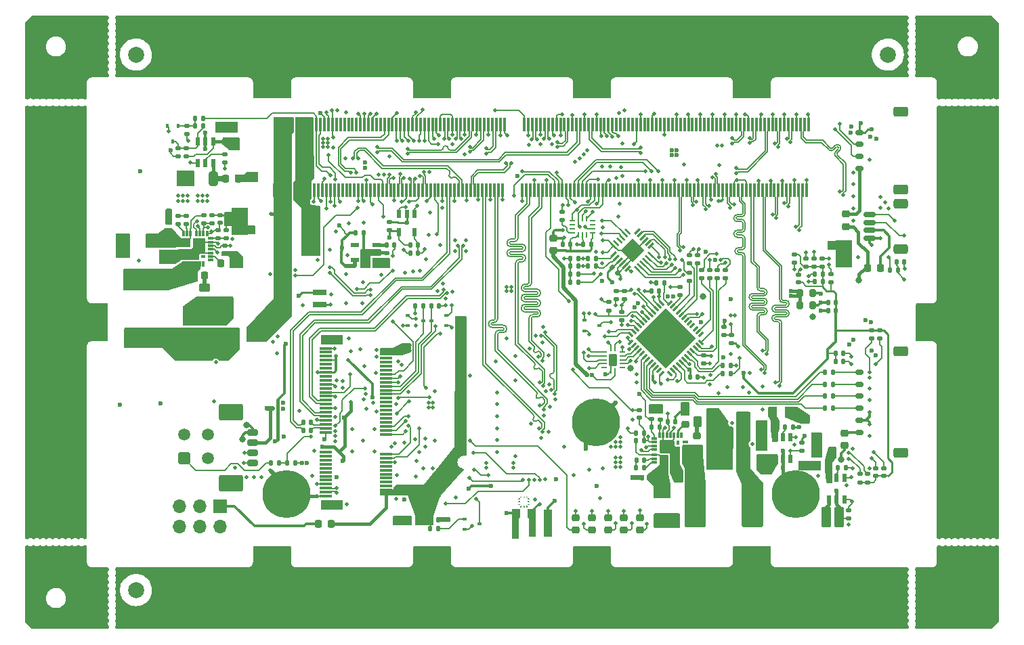
<source format=gtl>
G04 #@! TF.GenerationSoftware,KiCad,Pcbnew,(6.0.8-1)-1*
G04 #@! TF.CreationDate,2022-10-18T17:53:05-07:00*
G04 #@! TF.ProjectId,CRMHJN_capable_carrier,43524d48-4a4e-45f6-9361-7061626c655f,rev?*
G04 #@! TF.SameCoordinates,Original*
G04 #@! TF.FileFunction,Copper,L1,Top*
G04 #@! TF.FilePolarity,Positive*
%FSLAX46Y46*%
G04 Gerber Fmt 4.6, Leading zero omitted, Abs format (unit mm)*
G04 Created by KiCad (PCBNEW (6.0.8-1)-1) date 2022-10-18 17:53:05*
%MOMM*%
%LPD*%
G01*
G04 APERTURE LIST*
G04 Aperture macros list*
%AMRoundRect*
0 Rectangle with rounded corners*
0 $1 Rounding radius*
0 $2 $3 $4 $5 $6 $7 $8 $9 X,Y pos of 4 corners*
0 Add a 4 corners polygon primitive as box body*
4,1,4,$2,$3,$4,$5,$6,$7,$8,$9,$2,$3,0*
0 Add four circle primitives for the rounded corners*
1,1,$1+$1,$2,$3*
1,1,$1+$1,$4,$5*
1,1,$1+$1,$6,$7*
1,1,$1+$1,$8,$9*
0 Add four rect primitives between the rounded corners*
20,1,$1+$1,$2,$3,$4,$5,0*
20,1,$1+$1,$4,$5,$6,$7,0*
20,1,$1+$1,$6,$7,$8,$9,0*
20,1,$1+$1,$8,$9,$2,$3,0*%
%AMRotRect*
0 Rectangle, with rotation*
0 The origin of the aperture is its center*
0 $1 length*
0 $2 width*
0 $3 Rotation angle, in degrees counterclockwise*
0 Add horizontal line*
21,1,$1,$2,0,0,$3*%
%AMFreePoly0*
4,1,14,0.500000,-0.520000,0.480000,-0.540000,0.440000,-0.590000,0.400000,-0.650000,0.370000,-0.700000,0.350000,-0.750000,0.330000,-0.810000,0.310000,-0.890000,0.300000,-1.000000,0.300000,-3.200000,-0.500000,-3.200000,-0.500000,0.500000,0.500000,0.500000,0.500000,-0.520000,0.500000,-0.520000,$1*%
%AMFreePoly1*
4,1,14,0.500000,-3.000000,-0.300000,-3.000000,-0.300000,-1.000000,-0.310000,-0.890000,-0.330000,-0.810000,-0.350000,-0.750000,-0.370000,-0.700000,-0.400000,-0.650000,-0.440000,-0.590000,-0.480000,-0.540000,-0.500000,-0.520000,-0.500000,0.500000,0.500000,0.500000,0.500000,-3.000000,0.500000,-3.000000,$1*%
G04 Aperture macros list end*
G04 #@! TA.AperFunction,EtchedComponent*
%ADD10C,0.150000*%
G04 #@! TD*
G04 #@! TA.AperFunction,SMDPad,CuDef*
%ADD11RoundRect,0.135000X-0.185000X0.135000X-0.185000X-0.135000X0.185000X-0.135000X0.185000X0.135000X0*%
G04 #@! TD*
G04 #@! TA.AperFunction,ComponentPad*
%ADD12C,6.000000*%
G04 #@! TD*
G04 #@! TA.AperFunction,SMDPad,CuDef*
%ADD13RoundRect,0.218750X0.256250X-0.218750X0.256250X0.218750X-0.256250X0.218750X-0.256250X-0.218750X0*%
G04 #@! TD*
G04 #@! TA.AperFunction,SMDPad,CuDef*
%ADD14RoundRect,0.135000X0.135000X0.185000X-0.135000X0.185000X-0.135000X-0.185000X0.135000X-0.185000X0*%
G04 #@! TD*
G04 #@! TA.AperFunction,SMDPad,CuDef*
%ADD15RoundRect,0.135000X0.185000X-0.135000X0.185000X0.135000X-0.185000X0.135000X-0.185000X-0.135000X0*%
G04 #@! TD*
G04 #@! TA.AperFunction,SMDPad,CuDef*
%ADD16RoundRect,0.218750X-0.218750X-0.256250X0.218750X-0.256250X0.218750X0.256250X-0.218750X0.256250X0*%
G04 #@! TD*
G04 #@! TA.AperFunction,SMDPad,CuDef*
%ADD17RoundRect,0.140000X-0.140000X-0.170000X0.140000X-0.170000X0.140000X0.170000X-0.140000X0.170000X0*%
G04 #@! TD*
G04 #@! TA.AperFunction,SMDPad,CuDef*
%ADD18RoundRect,0.147500X0.172500X-0.147500X0.172500X0.147500X-0.172500X0.147500X-0.172500X-0.147500X0*%
G04 #@! TD*
G04 #@! TA.AperFunction,SMDPad,CuDef*
%ADD19RoundRect,0.135000X-0.135000X-0.185000X0.135000X-0.185000X0.135000X0.185000X-0.135000X0.185000X0*%
G04 #@! TD*
G04 #@! TA.AperFunction,SMDPad,CuDef*
%ADD20RoundRect,0.218750X0.218750X0.381250X-0.218750X0.381250X-0.218750X-0.381250X0.218750X-0.381250X0*%
G04 #@! TD*
G04 #@! TA.AperFunction,SMDPad,CuDef*
%ADD21RoundRect,0.147500X-0.147500X-0.172500X0.147500X-0.172500X0.147500X0.172500X-0.147500X0.172500X0*%
G04 #@! TD*
G04 #@! TA.AperFunction,SMDPad,CuDef*
%ADD22RoundRect,0.225000X0.250000X-0.225000X0.250000X0.225000X-0.250000X0.225000X-0.250000X-0.225000X0*%
G04 #@! TD*
G04 #@! TA.AperFunction,SMDPad,CuDef*
%ADD23R,0.300000X0.550000*%
G04 #@! TD*
G04 #@! TA.AperFunction,SMDPad,CuDef*
%ADD24R,0.725000X0.300000*%
G04 #@! TD*
G04 #@! TA.AperFunction,SMDPad,CuDef*
%ADD25R,0.275000X2.350000*%
G04 #@! TD*
G04 #@! TA.AperFunction,SMDPad,CuDef*
%ADD26R,0.300000X0.725000*%
G04 #@! TD*
G04 #@! TA.AperFunction,SMDPad,CuDef*
%ADD27R,1.050000X1.575000*%
G04 #@! TD*
G04 #@! TA.AperFunction,SMDPad,CuDef*
%ADD28R,1.050000X1.150000*%
G04 #@! TD*
G04 #@! TA.AperFunction,SMDPad,CuDef*
%ADD29R,1.200000X2.175000*%
G04 #@! TD*
G04 #@! TA.AperFunction,SMDPad,CuDef*
%ADD30R,0.455000X0.650000*%
G04 #@! TD*
G04 #@! TA.AperFunction,SMDPad,CuDef*
%ADD31R,0.380000X0.580000*%
G04 #@! TD*
G04 #@! TA.AperFunction,SMDPad,CuDef*
%ADD32R,0.400000X0.500000*%
G04 #@! TD*
G04 #@! TA.AperFunction,SMDPad,CuDef*
%ADD33R,0.550000X0.300000*%
G04 #@! TD*
G04 #@! TA.AperFunction,SMDPad,CuDef*
%ADD34R,2.350000X0.275000*%
G04 #@! TD*
G04 #@! TA.AperFunction,SMDPad,CuDef*
%ADD35R,1.575000X1.050000*%
G04 #@! TD*
G04 #@! TA.AperFunction,SMDPad,CuDef*
%ADD36R,1.150000X1.050000*%
G04 #@! TD*
G04 #@! TA.AperFunction,SMDPad,CuDef*
%ADD37R,2.175000X1.200000*%
G04 #@! TD*
G04 #@! TA.AperFunction,SMDPad,CuDef*
%ADD38R,0.650000X0.455000*%
G04 #@! TD*
G04 #@! TA.AperFunction,SMDPad,CuDef*
%ADD39R,0.580000X0.380000*%
G04 #@! TD*
G04 #@! TA.AperFunction,SMDPad,CuDef*
%ADD40RoundRect,0.147500X0.147500X0.172500X-0.147500X0.172500X-0.147500X-0.172500X0.147500X-0.172500X0*%
G04 #@! TD*
G04 #@! TA.AperFunction,SMDPad,CuDef*
%ADD41RoundRect,0.225000X-0.225000X-0.250000X0.225000X-0.250000X0.225000X0.250000X-0.225000X0.250000X0*%
G04 #@! TD*
G04 #@! TA.AperFunction,SMDPad,CuDef*
%ADD42R,0.800000X0.600000*%
G04 #@! TD*
G04 #@! TA.AperFunction,SMDPad,CuDef*
%ADD43R,1.200000X1.200000*%
G04 #@! TD*
G04 #@! TA.AperFunction,SMDPad,CuDef*
%ADD44R,0.550000X1.000000*%
G04 #@! TD*
G04 #@! TA.AperFunction,SMDPad,CuDef*
%ADD45RoundRect,0.200000X-0.450000X0.200000X-0.450000X-0.200000X0.450000X-0.200000X0.450000X0.200000X0*%
G04 #@! TD*
G04 #@! TA.AperFunction,SMDPad,CuDef*
%ADD46RoundRect,0.250001X-1.249999X0.799999X-1.249999X-0.799999X1.249999X-0.799999X1.249999X0.799999X0*%
G04 #@! TD*
G04 #@! TA.AperFunction,SMDPad,CuDef*
%ADD47R,1.500000X1.800000*%
G04 #@! TD*
G04 #@! TA.AperFunction,SMDPad,CuDef*
%ADD48RoundRect,0.140000X0.170000X-0.140000X0.170000X0.140000X-0.170000X0.140000X-0.170000X-0.140000X0*%
G04 #@! TD*
G04 #@! TA.AperFunction,SMDPad,CuDef*
%ADD49RotRect,0.900000X0.240000X135.000000*%
G04 #@! TD*
G04 #@! TA.AperFunction,SMDPad,CuDef*
%ADD50RotRect,0.240000X0.900000X135.000000*%
G04 #@! TD*
G04 #@! TA.AperFunction,SMDPad,CuDef*
%ADD51RotRect,2.100000X2.100000X135.000000*%
G04 #@! TD*
G04 #@! TA.AperFunction,SMDPad,CuDef*
%ADD52RoundRect,0.250000X-0.450000X0.262500X-0.450000X-0.262500X0.450000X-0.262500X0.450000X0.262500X0*%
G04 #@! TD*
G04 #@! TA.AperFunction,SMDPad,CuDef*
%ADD53RoundRect,0.225000X0.225000X0.250000X-0.225000X0.250000X-0.225000X-0.250000X0.225000X-0.250000X0*%
G04 #@! TD*
G04 #@! TA.AperFunction,SMDPad,CuDef*
%ADD54RoundRect,0.250000X-0.325000X-0.650000X0.325000X-0.650000X0.325000X0.650000X-0.325000X0.650000X0*%
G04 #@! TD*
G04 #@! TA.AperFunction,SMDPad,CuDef*
%ADD55C,2.000000*%
G04 #@! TD*
G04 #@! TA.AperFunction,SMDPad,CuDef*
%ADD56R,1.800000X0.750000*%
G04 #@! TD*
G04 #@! TA.AperFunction,SMDPad,CuDef*
%ADD57RoundRect,0.200000X-0.200000X-0.275000X0.200000X-0.275000X0.200000X0.275000X-0.200000X0.275000X0*%
G04 #@! TD*
G04 #@! TA.AperFunction,SMDPad,CuDef*
%ADD58RoundRect,0.250000X-0.262500X-0.450000X0.262500X-0.450000X0.262500X0.450000X-0.262500X0.450000X0*%
G04 #@! TD*
G04 #@! TA.AperFunction,SMDPad,CuDef*
%ADD59RoundRect,0.147500X-0.172500X0.147500X-0.172500X-0.147500X0.172500X-0.147500X0.172500X0.147500X0*%
G04 #@! TD*
G04 #@! TA.AperFunction,SMDPad,CuDef*
%ADD60RoundRect,0.140000X-0.170000X0.140000X-0.170000X-0.140000X0.170000X-0.140000X0.170000X0.140000X0*%
G04 #@! TD*
G04 #@! TA.AperFunction,SMDPad,CuDef*
%ADD61R,5.335000X2.413000*%
G04 #@! TD*
G04 #@! TA.AperFunction,SMDPad,CuDef*
%ADD62RoundRect,0.050000X0.075000X0.250000X-0.075000X0.250000X-0.075000X-0.250000X0.075000X-0.250000X0*%
G04 #@! TD*
G04 #@! TA.AperFunction,SMDPad,CuDef*
%ADD63RoundRect,0.050000X0.250000X-0.075000X0.250000X0.075000X-0.250000X0.075000X-0.250000X-0.075000X0*%
G04 #@! TD*
G04 #@! TA.AperFunction,SMDPad,CuDef*
%ADD64RoundRect,0.050000X-0.450000X-0.700000X0.450000X-0.700000X0.450000X0.700000X-0.450000X0.700000X0*%
G04 #@! TD*
G04 #@! TA.AperFunction,SMDPad,CuDef*
%ADD65RoundRect,0.225000X-0.250000X0.225000X-0.250000X-0.225000X0.250000X-0.225000X0.250000X0.225000X0*%
G04 #@! TD*
G04 #@! TA.AperFunction,SMDPad,CuDef*
%ADD66RoundRect,0.140000X0.140000X0.170000X-0.140000X0.170000X-0.140000X-0.170000X0.140000X-0.170000X0*%
G04 #@! TD*
G04 #@! TA.AperFunction,ComponentPad*
%ADD67RoundRect,0.250001X0.499999X-0.499999X0.499999X0.499999X-0.499999X0.499999X-0.499999X-0.499999X0*%
G04 #@! TD*
G04 #@! TA.AperFunction,ComponentPad*
%ADD68C,1.500000*%
G04 #@! TD*
G04 #@! TA.AperFunction,SMDPad,CuDef*
%ADD69RoundRect,0.218750X-0.218750X-0.381250X0.218750X-0.381250X0.218750X0.381250X-0.218750X0.381250X0*%
G04 #@! TD*
G04 #@! TA.AperFunction,SMDPad,CuDef*
%ADD70RoundRect,0.218750X0.218750X0.256250X-0.218750X0.256250X-0.218750X-0.256250X0.218750X-0.256250X0*%
G04 #@! TD*
G04 #@! TA.AperFunction,SMDPad,CuDef*
%ADD71R,2.413000X5.335000*%
G04 #@! TD*
G04 #@! TA.AperFunction,SMDPad,CuDef*
%ADD72R,1.000000X0.550000*%
G04 #@! TD*
G04 #@! TA.AperFunction,SMDPad,CuDef*
%ADD73RoundRect,0.062500X-0.282843X0.194454X0.194454X-0.282843X0.282843X-0.194454X-0.194454X0.282843X0*%
G04 #@! TD*
G04 #@! TA.AperFunction,SMDPad,CuDef*
%ADD74RoundRect,0.062500X-0.282843X-0.194454X-0.194454X-0.282843X0.282843X0.194454X0.194454X0.282843X0*%
G04 #@! TD*
G04 #@! TA.AperFunction,SMDPad,CuDef*
%ADD75RotRect,5.300000X5.300000X315.000000*%
G04 #@! TD*
G04 #@! TA.AperFunction,SMDPad,CuDef*
%ADD76R,0.500000X0.400000*%
G04 #@! TD*
G04 #@! TA.AperFunction,SMDPad,CuDef*
%ADD77RoundRect,0.150000X0.625000X-0.150000X0.625000X0.150000X-0.625000X0.150000X-0.625000X-0.150000X0*%
G04 #@! TD*
G04 #@! TA.AperFunction,SMDPad,CuDef*
%ADD78RoundRect,0.250000X0.650000X-0.350000X0.650000X0.350000X-0.650000X0.350000X-0.650000X-0.350000X0*%
G04 #@! TD*
G04 #@! TA.AperFunction,ComponentPad*
%ADD79R,1.700000X1.700000*%
G04 #@! TD*
G04 #@! TA.AperFunction,ComponentPad*
%ADD80O,1.700000X1.700000*%
G04 #@! TD*
G04 #@! TA.AperFunction,SMDPad,CuDef*
%ADD81RoundRect,0.147500X-0.226274X-0.017678X-0.017678X-0.226274X0.226274X0.017678X0.017678X0.226274X0*%
G04 #@! TD*
G04 #@! TA.AperFunction,SMDPad,CuDef*
%ADD82R,0.300000X1.750000*%
G04 #@! TD*
G04 #@! TA.AperFunction,SMDPad,CuDef*
%ADD83R,2.000000X3.500000*%
G04 #@! TD*
G04 #@! TA.AperFunction,SMDPad,CuDef*
%ADD84R,0.600000X0.800000*%
G04 #@! TD*
G04 #@! TA.AperFunction,SMDPad,CuDef*
%ADD85R,1.200000X2.200000*%
G04 #@! TD*
G04 #@! TA.AperFunction,SMDPad,CuDef*
%ADD86R,1.550000X0.300000*%
G04 #@! TD*
G04 #@! TA.AperFunction,SMDPad,CuDef*
%ADD87R,2.750000X1.200000*%
G04 #@! TD*
G04 #@! TA.AperFunction,SMDPad,CuDef*
%ADD88RoundRect,0.218750X-0.256250X0.218750X-0.256250X-0.218750X0.256250X-0.218750X0.256250X0.218750X0*%
G04 #@! TD*
G04 #@! TA.AperFunction,SMDPad,CuDef*
%ADD89RoundRect,0.150000X0.350000X-0.150000X0.350000X0.150000X-0.350000X0.150000X-0.350000X-0.150000X0*%
G04 #@! TD*
G04 #@! TA.AperFunction,SMDPad,CuDef*
%ADD90RoundRect,0.250000X0.650000X-0.375000X0.650000X0.375000X-0.650000X0.375000X-0.650000X-0.375000X0*%
G04 #@! TD*
G04 #@! TA.AperFunction,SMDPad,CuDef*
%ADD91R,0.600000X1.000000*%
G04 #@! TD*
G04 #@! TA.AperFunction,SMDPad,CuDef*
%ADD92FreePoly0,0.000000*%
G04 #@! TD*
G04 #@! TA.AperFunction,SMDPad,CuDef*
%ADD93FreePoly1,0.000000*%
G04 #@! TD*
G04 #@! TA.AperFunction,SMDPad,CuDef*
%ADD94R,1.000000X3.500000*%
G04 #@! TD*
G04 #@! TA.AperFunction,SMDPad,CuDef*
%ADD95R,0.675000X0.250000*%
G04 #@! TD*
G04 #@! TA.AperFunction,SMDPad,CuDef*
%ADD96R,0.250000X0.675000*%
G04 #@! TD*
G04 #@! TA.AperFunction,SMDPad,CuDef*
%ADD97R,1.800000X1.500000*%
G04 #@! TD*
G04 #@! TA.AperFunction,ViaPad*
%ADD98C,0.500000*%
G04 #@! TD*
G04 #@! TA.AperFunction,ViaPad*
%ADD99C,0.600000*%
G04 #@! TD*
G04 #@! TA.AperFunction,ViaPad*
%ADD100C,0.800000*%
G04 #@! TD*
G04 #@! TA.AperFunction,Conductor*
%ADD101C,0.150000*%
G04 #@! TD*
G04 #@! TA.AperFunction,Conductor*
%ADD102C,0.200000*%
G04 #@! TD*
G04 #@! TA.AperFunction,Conductor*
%ADD103C,0.180000*%
G04 #@! TD*
G04 #@! TA.AperFunction,Conductor*
%ADD104C,0.400000*%
G04 #@! TD*
G04 #@! TA.AperFunction,Conductor*
%ADD105C,0.152400*%
G04 #@! TD*
G04 #@! TA.AperFunction,Conductor*
%ADD106C,0.250000*%
G04 #@! TD*
G04 #@! TA.AperFunction,Conductor*
%ADD107C,0.190500*%
G04 #@! TD*
G04 #@! TA.AperFunction,Conductor*
%ADD108C,0.230000*%
G04 #@! TD*
G04 #@! TA.AperFunction,Conductor*
%ADD109C,0.500000*%
G04 #@! TD*
G04 #@! TA.AperFunction,Conductor*
%ADD110C,0.350000*%
G04 #@! TD*
G04 #@! TA.AperFunction,Conductor*
%ADD111C,0.300000*%
G04 #@! TD*
G04 #@! TA.AperFunction,Conductor*
%ADD112C,0.600000*%
G04 #@! TD*
G04 #@! TA.AperFunction,Conductor*
%ADD113C,0.406400*%
G04 #@! TD*
G04 #@! TA.AperFunction,Conductor*
%ADD114C,0.139700*%
G04 #@! TD*
G04 #@! TA.AperFunction,Conductor*
%ADD115C,0.125000*%
G04 #@! TD*
G04 #@! TA.AperFunction,Conductor*
%ADD116C,0.220000*%
G04 #@! TD*
G04 #@! TA.AperFunction,Conductor*
%ADD117C,0.100000*%
G04 #@! TD*
G04 #@! TA.AperFunction,Conductor*
%ADD118C,0.700000*%
G04 #@! TD*
G04 #@! TA.AperFunction,Conductor*
%ADD119C,0.177800*%
G04 #@! TD*
G04 APERTURE END LIST*
D10*
G04 #@! TO.C,J18*
X63100000Y-60950000D02*
X63150000Y-60950000D01*
X62150000Y-60350000D02*
X62150000Y-60300000D01*
X62150000Y-61550000D02*
X62150000Y-61600000D01*
X61900000Y-60600000D02*
X61850000Y-60600000D01*
X62850000Y-61550000D02*
X62850000Y-61600000D01*
X63100000Y-60600000D02*
X63150000Y-60600000D01*
X63100000Y-61300000D02*
X63150000Y-61300000D01*
X62850000Y-60350000D02*
X62850000Y-60300000D01*
X61900000Y-61300000D02*
X61850000Y-61300000D01*
X62500000Y-61550000D02*
X62500000Y-61600000D01*
X61900000Y-60950000D02*
X61850000Y-60950000D01*
X62500000Y-60350000D02*
X62500000Y-60300000D01*
G36*
X62575000Y-61575000D02*
G01*
X62425000Y-61575000D01*
X62425000Y-61450000D01*
X62575000Y-61450000D01*
X62575000Y-61575000D01*
G37*
G36*
X62225000Y-60450000D02*
G01*
X62075000Y-60450000D01*
X62075000Y-60325000D01*
X62225000Y-60325000D01*
X62225000Y-60450000D01*
G37*
G36*
X62225000Y-61575000D02*
G01*
X62075000Y-61575000D01*
X62075000Y-61450000D01*
X62225000Y-61450000D01*
X62225000Y-61575000D01*
G37*
G36*
X62000000Y-61025000D02*
G01*
X61875000Y-61025000D01*
X61875000Y-60875000D01*
X62000000Y-60875000D01*
X62000000Y-61025000D01*
G37*
G36*
X62000000Y-60675000D02*
G01*
X61875000Y-60675000D01*
X61875000Y-60525000D01*
X62000000Y-60525000D01*
X62000000Y-60675000D01*
G37*
G36*
X63125000Y-60675000D02*
G01*
X63000000Y-60675000D01*
X63000000Y-60525000D01*
X63125000Y-60525000D01*
X63125000Y-60675000D01*
G37*
G36*
X63125000Y-61025000D02*
G01*
X63000000Y-61025000D01*
X63000000Y-60875000D01*
X63125000Y-60875000D01*
X63125000Y-61025000D01*
G37*
G36*
X62575000Y-60450000D02*
G01*
X62425000Y-60450000D01*
X62425000Y-60325000D01*
X62575000Y-60325000D01*
X62575000Y-60450000D01*
G37*
G36*
X62925000Y-60450000D02*
G01*
X62775000Y-60450000D01*
X62775000Y-60325000D01*
X62925000Y-60325000D01*
X62925000Y-60450000D01*
G37*
G36*
X62925000Y-61575000D02*
G01*
X62775000Y-61575000D01*
X62775000Y-61450000D01*
X62925000Y-61450000D01*
X62925000Y-61575000D01*
G37*
G36*
X62000000Y-61375000D02*
G01*
X61875000Y-61375000D01*
X61875000Y-61225000D01*
X62000000Y-61225000D01*
X62000000Y-61375000D01*
G37*
G36*
X63125000Y-61375000D02*
G01*
X63000000Y-61375000D01*
X63000000Y-61225000D01*
X63125000Y-61225000D01*
X63125000Y-61375000D01*
G37*
G04 #@! TD*
D11*
G04 #@! TO.P,R37,1*
G04 #@! TO.N,Board_0-Net-(IC1-Pad3)*
X20300000Y-16740000D03*
G04 #@! TO.P,R37,2*
G04 #@! TO.N,Board_0-5V0_SYS*
X20300000Y-17760000D03*
G04 #@! TD*
D12*
G04 #@! TO.P,SP1,1,1*
G04 #@! TO.N,Board_0-GND*
X71500000Y-51000000D03*
G04 #@! TD*
D13*
G04 #@! TO.P,NVME1,1,K*
G04 #@! TO.N,Board_0-/Interfaces/NVME_LED*
X69000000Y-64487500D03*
G04 #@! TO.P,NVME1,2,A*
G04 #@! TO.N,Board_0-Net-(NVME1-Pad2)*
X69000000Y-62912500D03*
G04 #@! TD*
D12*
G04 #@! TO.P,SP5,1,1*
G04 #@! TO.N,Board_0-GND*
X96501600Y-60023990D03*
G04 #@! TD*
D14*
G04 #@! TO.P,R122,1*
G04 #@! TO.N,Board_0-Net-(R122-Pad1)*
X80085000Y-33600000D03*
G04 #@! TO.P,R122,2*
G04 #@! TO.N,Board_0-CAM1_PWDN*
X79065000Y-33600000D03*
G04 #@! TD*
D15*
G04 #@! TO.P,R118,1*
G04 #@! TO.N,Board_0-CAM_VIO*
X98750000Y-31505000D03*
G04 #@! TO.P,R118,2*
G04 #@! TO.N,Board_0-CAM1_TRIG*
X98750000Y-30485000D03*
G04 #@! TD*
D16*
G04 #@! TO.P,F2,1*
G04 #@! TO.N,Board_0-Net-(J1-Pad1)*
X36812500Y-63700000D03*
G04 #@! TO.P,F2,2*
G04 #@! TO.N,Board_0-3V3_SYS*
X38387500Y-63700000D03*
G04 #@! TD*
D14*
G04 #@! TO.P,R164,1*
G04 #@! TO.N,Board_0-/FPGA/AUX3*
X101110000Y-44750000D03*
G04 #@! TO.P,R164,2*
G04 #@! TO.N,Board_0-Net-(R164-Pad2)*
X100090000Y-44750000D03*
G04 #@! TD*
D17*
G04 #@! TO.P,C67,1*
G04 #@! TO.N,Board_0-GND*
X78420000Y-34560000D03*
G04 #@! TO.P,C67,2*
G04 #@! TO.N,Board_0-1V8_SYS*
X79380000Y-34560000D03*
G04 #@! TD*
D12*
G04 #@! TO.P,SP6,1,1*
G04 #@! TO.N,Board_0-GND*
X32850000Y-60023990D03*
G04 #@! TD*
D18*
G04 #@! TO.P,R18,1*
G04 #@! TO.N,Board_0-CAM_VIO*
X96785000Y-33530000D03*
G04 #@! TO.P,R18,2*
G04 #@! TO.N,Board_0-/CSI/CAM1_SCL*
X96785000Y-32560000D03*
G04 #@! TD*
D19*
G04 #@! TO.P,R58,1*
G04 #@! TO.N,Board_0-Net-(C19-Pad2)*
X76540000Y-56725000D03*
G04 #@! TO.P,R58,2*
G04 #@! TO.N,Board_0-/Supply/3V_PHASE*
X77560000Y-56725000D03*
G04 #@! TD*
D15*
G04 #@! TO.P,R49,1*
G04 #@! TO.N,Board_0-GND*
X103100000Y-63010000D03*
G04 #@! TO.P,R49,2*
G04 #@! TO.N,Board_0-/CSI/CAM3V_EN*
X103100000Y-61990000D03*
G04 #@! TD*
D19*
G04 #@! TO.P,R137,1*
G04 #@! TO.N,Board_0-3V3_SYS*
X50785000Y-64295000D03*
G04 #@! TO.P,R137,2*
G04 #@! TO.N,Board_0-Net-(Q5-Pad1)*
X51805000Y-64295000D03*
G04 #@! TD*
D15*
G04 #@! TO.P,R106,1*
G04 #@! TO.N,Board_0-CAM_VIO*
X99760000Y-31510000D03*
G04 #@! TO.P,R106,2*
G04 #@! TO.N,Board_0-CAM0_TRIG*
X99760000Y-30490000D03*
G04 #@! TD*
D20*
G04 #@! TO.P,L7,1,P*
G04 #@! TO.N,Board_0-/CSI/3V3_CAM_OUT*
X101112500Y-54800000D03*
G04 #@! TO.P,L7,2,P*
G04 #@! TO.N,Board_0-3V3_CAM*
X98987500Y-54800000D03*
G04 #@! TD*
D14*
G04 #@! TO.P,R50,1*
G04 #@! TO.N,Board_0-GND*
X96120000Y-51640000D03*
G04 #@! TO.P,R50,2*
G04 #@! TO.N,Board_0-Net-(IC2-Pad5)*
X95100000Y-51640000D03*
G04 #@! TD*
D21*
G04 #@! TO.P,R29,1*
G04 #@! TO.N,Board_0-CAM_VIO*
X101465000Y-42400000D03*
G04 #@! TO.P,R29,2*
G04 #@! TO.N,Board_0-/CSI/CAM3_SDA*
X102435000Y-42400000D03*
G04 #@! TD*
D22*
G04 #@! TO.P,C43,1*
G04 #@! TO.N,Board_0-/Supply/VDRV_3V_DCDC*
X82650000Y-51300000D03*
G04 #@! TO.P,C43,2*
G04 #@! TO.N,Board_0-GND*
X82650000Y-49750000D03*
G04 #@! TD*
D23*
G04 #@! TO.P,U2,1,VIN*
G04 #@! TO.N,Board_0-/Supply/3V_VIN*
X79925000Y-56550000D03*
G04 #@! TO.P,U2,2,VIN*
X80375000Y-56550000D03*
G04 #@! TO.P,U2,3,PGND*
G04 #@! TO.N,Board_0-GND*
X81275000Y-56550000D03*
G04 #@! TO.P,U2,4,PGND*
X81725000Y-56550000D03*
D24*
G04 #@! TO.P,U2,5,SW*
G04 #@! TO.N,Board_0-/Supply/3V_SW*
X82687500Y-56000000D03*
G04 #@! TO.P,U2,6,SW*
X82687500Y-55550000D03*
G04 #@! TO.P,U2,7,SW*
X82687500Y-55100000D03*
G04 #@! TO.P,U2,8,SW*
X82687500Y-54400000D03*
G04 #@! TO.P,U2,9,SW*
X82687500Y-53950000D03*
D25*
X82462500Y-54975000D03*
D24*
G04 #@! TO.P,U2,10,GL1*
G04 #@! TO.N,Board_0-unconnected-(U2-Pad10)*
X82687500Y-53500000D03*
D26*
G04 #@! TO.P,U2,11,GL2*
G04 #@! TO.N,Board_0-unconnected-(U2-Pad11)*
X82175000Y-52587500D03*
G04 #@! TO.P,U2,12,VDRV*
G04 #@! TO.N,Board_0-/Supply/VDRV_3V_DCDC*
X81725000Y-52587500D03*
G04 #@! TO.P,U2,13,PGND*
G04 #@! TO.N,Board_0-GND*
X81275000Y-52587500D03*
G04 #@! TO.P,U2,14,PGOOD*
G04 #@! TO.N,Board_0-3V_PWR_GOOD*
X80825000Y-52587500D03*
G04 #@! TO.P,U2,15,VDD*
G04 #@! TO.N,Board_0-/Supply/VDD_3V_DCDC*
X80375000Y-52587500D03*
G04 #@! TO.P,U2,16,AGND*
G04 #@! TO.N,Board_0-GND*
X79925000Y-52587500D03*
G04 #@! TO.P,U2,17,FB*
G04 #@! TO.N,Board_0-/Supply/3V_FB*
X79475000Y-52587500D03*
D24*
G04 #@! TO.P,U2,18,VOUT*
G04 #@! TO.N,Board_0-3V3_SYS*
X78812500Y-53050000D03*
G04 #@! TO.P,U2,19,EN*
G04 #@! TO.N,Board_0-/Supply/3V_EN*
X78812500Y-53500000D03*
G04 #@! TO.P,U2,20,MODE2*
G04 #@! TO.N,Board_0-/Supply/3V_MODE2*
X78812500Y-53950000D03*
G04 #@! TO.P,U2,21,MODE1*
G04 #@! TO.N,Board_0-/Supply/3V_MODE1*
X78812500Y-54400000D03*
G04 #@! TO.P,U2,22,VCIN*
G04 #@! TO.N,Board_0-/Supply/3V_VIN*
X78812500Y-55100000D03*
G04 #@! TO.P,U2,23,BOOT*
G04 #@! TO.N,Board_0-/Supply/3V_BOOT*
X78812500Y-55550000D03*
G04 #@! TO.P,U2,24,PHASE*
G04 #@! TO.N,Board_0-/Supply/3V_PHASE*
X78812500Y-56000000D03*
D27*
G04 #@! TO.P,U2,25,AGND*
G04 #@! TO.N,Board_0-GND*
X80000000Y-54037500D03*
D28*
G04 #@! TO.P,U2,26,VIN*
G04 #@! TO.N,Board_0-/Supply/3V_VIN*
X80000000Y-55700000D03*
D29*
G04 #@! TO.P,U2,27,PGND*
G04 #@! TO.N,Board_0-GND*
X81425000Y-55187500D03*
D30*
X81052500Y-53775000D03*
D31*
G04 #@! TO.P,U2,28,GL3*
G04 #@! TO.N,Board_0-unconnected-(U2-Pad28)*
X81740000Y-53530000D03*
G04 #@! TD*
D32*
G04 #@! TO.P,Q4,1,G*
G04 #@! TO.N,Board_0-Net-(Q4-Pad1)*
X19250000Y-13950000D03*
G04 #@! TO.P,Q4,2,S*
G04 #@! TO.N,Board_0-GND*
X17950000Y-13950000D03*
G04 #@! TO.P,Q4,3,D*
G04 #@! TO.N,Board_0-Net-(IC1-Pad3)*
X18600000Y-15850000D03*
G04 #@! TD*
D19*
G04 #@! TO.P,R62,1*
G04 #@! TO.N,Board_0-3V3_SYS*
X78440000Y-51625000D03*
G04 #@! TO.P,R62,2*
G04 #@! TO.N,Board_0-/Supply/3V_FB*
X79460000Y-51625000D03*
G04 #@! TD*
D33*
G04 #@! TO.P,U1,1,VIN*
G04 #@! TO.N,Board_0-/Supply/5V_VIN*
X19375000Y-28475000D03*
G04 #@! TO.P,U1,2,VIN*
X19375000Y-28925000D03*
G04 #@! TO.P,U1,3,PGND*
G04 #@! TO.N,Board_0-GND*
X19375000Y-29825000D03*
G04 #@! TO.P,U1,4,PGND*
X19375000Y-30275000D03*
D26*
G04 #@! TO.P,U1,5,SW*
G04 #@! TO.N,Board_0-/Supply/5V_SW*
X19925000Y-31237500D03*
G04 #@! TO.P,U1,6,SW*
X20375000Y-31237500D03*
G04 #@! TO.P,U1,7,SW*
X20825000Y-31237500D03*
G04 #@! TO.P,U1,8,SW*
X21525000Y-31237500D03*
D34*
G04 #@! TO.P,U1,9,SW*
X20950000Y-31012500D03*
D26*
X21975000Y-31237500D03*
G04 #@! TO.P,U1,10,GL1*
G04 #@! TO.N,Board_0-unconnected-(U1-Pad10)*
X22425000Y-31237500D03*
D24*
G04 #@! TO.P,U1,11,GL2*
G04 #@! TO.N,Board_0-unconnected-(U1-Pad11)*
X23337500Y-30725000D03*
G04 #@! TO.P,U1,12,VDRV*
G04 #@! TO.N,Board_0-/Supply/VDRV_5V_DCDC*
X23337500Y-30275000D03*
G04 #@! TO.P,U1,13,PGND*
G04 #@! TO.N,Board_0-GND*
X23337500Y-29825000D03*
G04 #@! TO.P,U1,14,PGOOD*
G04 #@! TO.N,Board_0-PWR_GOOD*
X23337500Y-29375000D03*
G04 #@! TO.P,U1,15,VDD*
G04 #@! TO.N,Board_0-/Supply/VDD_5V_DCDC*
X23337500Y-28925000D03*
G04 #@! TO.P,U1,16,AGND*
G04 #@! TO.N,Board_0-GND*
X23337500Y-28475000D03*
G04 #@! TO.P,U1,17,FB*
G04 #@! TO.N,Board_0-/Supply/5V_FB*
X23337500Y-28025000D03*
D26*
G04 #@! TO.P,U1,18,VOUT*
G04 #@! TO.N,Board_0-5V0_SYS*
X22875000Y-27362500D03*
G04 #@! TO.P,U1,19,EN*
G04 #@! TO.N,Board_0-/Supply/5V_EN*
X22425000Y-27362500D03*
G04 #@! TO.P,U1,20,MODE2*
G04 #@! TO.N,Board_0-/Supply/5V_MODE2*
X21975000Y-27362500D03*
G04 #@! TO.P,U1,21,MODE1*
G04 #@! TO.N,Board_0-/Supply/5V_MODE1*
X21525000Y-27362500D03*
G04 #@! TO.P,U1,22,VCIN*
G04 #@! TO.N,Board_0-/Supply/5V_VIN*
X20825000Y-27362500D03*
G04 #@! TO.P,U1,23,BOOT*
G04 #@! TO.N,Board_0-/Supply/5V_BOOT*
X20375000Y-27362500D03*
G04 #@! TO.P,U1,24,PHASE*
G04 #@! TO.N,Board_0-/Supply/5V_PHASE*
X19925000Y-27362500D03*
D35*
G04 #@! TO.P,U1,25,AGND*
G04 #@! TO.N,Board_0-GND*
X21887500Y-28550000D03*
D36*
G04 #@! TO.P,U1,26,VIN*
G04 #@! TO.N,Board_0-/Supply/5V_VIN*
X20225000Y-28550000D03*
D37*
G04 #@! TO.P,U1,27,PGND*
G04 #@! TO.N,Board_0-GND*
X20737500Y-29975000D03*
D38*
X22150000Y-29602500D03*
D39*
G04 #@! TO.P,U1,28,GL3*
G04 #@! TO.N,Board_0-unconnected-(U1-Pad28)*
X22395000Y-30290000D03*
G04 #@! TD*
D19*
G04 #@! TO.P,R100,1*
G04 #@! TO.N,Board_0-Net-(Q4-Pad1)*
X21395000Y-12995000D03*
G04 #@! TO.P,R100,2*
G04 #@! TO.N,Board_0-#RESET*
X22415000Y-12995000D03*
G04 #@! TD*
D21*
G04 #@! TO.P,R34,1*
G04 #@! TO.N,Board_0-3V3_SYS*
X68320214Y-31499293D03*
G04 #@! TO.P,R34,2*
G04 #@! TO.N,Board_0-CAM_I2C_SDA*
X69290214Y-31499293D03*
G04 #@! TD*
D40*
G04 #@! TO.P,R102,1*
G04 #@! TO.N,Board_0-3V3_SYS*
X109235000Y-31950000D03*
G04 #@! TO.P,R102,2*
G04 #@! TO.N,Board_0-/CSI/I2C_EXT_SCL*
X108265000Y-31950000D03*
G04 #@! TD*
D13*
G04 #@! TO.P,D7,1,K*
G04 #@! TO.N,Board_0-/FPGA/LED1*
X77000000Y-64487500D03*
G04 #@! TO.P,D7,2,A*
G04 #@! TO.N,Board_0-Net-(D7-Pad2)*
X77000000Y-62912500D03*
G04 #@! TD*
D15*
G04 #@! TO.P,R121,1*
G04 #@! TO.N,Board_0-Net-(R121-Pad1)*
X83225000Y-33335000D03*
G04 #@! TO.P,R121,2*
G04 #@! TO.N,Board_0-CAM0_PWDN*
X83225000Y-32315000D03*
G04 #@! TD*
D11*
G04 #@! TO.P,R158,1*
G04 #@! TO.N,Board_0-CAM4_RST*
X74750000Y-37190000D03*
G04 #@! TO.P,R158,2*
G04 #@! TO.N,Board_0-Net-(R158-Pad2)*
X74750000Y-38210000D03*
G04 #@! TD*
D15*
G04 #@! TO.P,R39,1*
G04 #@! TO.N,Board_0-GND*
X25080000Y-18475000D03*
G04 #@! TO.P,R39,2*
G04 #@! TO.N,Board_0-Net-(IC1-Pad5)*
X25080000Y-17455000D03*
G04 #@! TD*
D41*
G04 #@! TO.P,C35,1*
G04 #@! TO.N,Board_0-3V3_SYS*
X100325000Y-62200000D03*
G04 #@! TO.P,C35,2*
G04 #@! TO.N,Board_0-GND*
X101875000Y-62200000D03*
G04 #@! TD*
D42*
G04 #@! TO.P,C81,1*
G04 #@! TO.N,Board_0-5V0_SYS*
X20766600Y-39743990D03*
G04 #@! TO.P,C81,2*
G04 #@! TO.N,Board_0-GND*
X20766600Y-38343990D03*
G04 #@! TD*
D43*
G04 #@! TO.P,C64,1*
G04 #@! TO.N,Board_0-5V0_SYS*
X24416600Y-40068990D03*
G04 #@! TO.P,C64,2*
G04 #@! TO.N,Board_0-GND*
X24416600Y-37968990D03*
G04 #@! TD*
D44*
G04 #@! TO.P,IC2,1,IN*
G04 #@! TO.N,Board_0-5V0_SYS*
X93900000Y-55600000D03*
G04 #@! TO.P,IC2,2,GND*
G04 #@! TO.N,Board_0-GND*
X94850000Y-55600000D03*
G04 #@! TO.P,IC2,3,EN*
G04 #@! TO.N,Board_0-/CSI/CAM5V_EN*
X95800000Y-55600000D03*
G04 #@! TO.P,IC2,4,~{FLAG}*
G04 #@! TO.N,Board_0-CAM5V_FLAG*
X95800000Y-52900000D03*
G04 #@! TO.P,IC2,5,ILIM*
G04 #@! TO.N,Board_0-Net-(IC2-Pad5)*
X94850000Y-52900000D03*
G04 #@! TO.P,IC2,6,OUT*
G04 #@! TO.N,Board_0-/CSI/5V0_CAM_OUT*
X93900000Y-52900000D03*
G04 #@! TD*
D21*
G04 #@! TO.P,R5,1*
G04 #@! TO.N,Board_0-/Interfaces/W_DISABLE2*
X50915000Y-36450000D03*
G04 #@! TO.P,R5,2*
G04 #@! TO.N,Board_0-3V3_SYS*
X51885000Y-36450000D03*
G04 #@! TD*
D14*
G04 #@! TO.P,R166,1*
G04 #@! TO.N,Board_0-/FPGA/AUX1*
X101110000Y-47750000D03*
G04 #@! TO.P,R166,2*
G04 #@! TO.N,Board_0-Net-(R166-Pad2)*
X100090000Y-47750000D03*
G04 #@! TD*
D15*
G04 #@! TO.P,R143,1*
G04 #@! TO.N,Board_0-Net-(R143-Pad1)*
X84250000Y-31135000D03*
G04 #@! TO.P,R143,2*
G04 #@! TO.N,Board_0-GPIO01*
X84250000Y-30115000D03*
G04 #@! TD*
D21*
G04 #@! TO.P,R35,1*
G04 #@! TO.N,Board_0-3V3_SYS*
X68320214Y-30508293D03*
G04 #@! TO.P,R35,2*
G04 #@! TO.N,Board_0-CAM_I2C_SCL*
X69290214Y-30508293D03*
G04 #@! TD*
D45*
G04 #@! TO.P,J12,1*
G04 #@! TO.N,Board_0-GND*
X28600000Y-52325000D03*
G04 #@! TO.P,J12,2*
G04 #@! TO.N,Board_0-5V0_SYS*
X28600000Y-53575000D03*
G04 #@! TO.P,J12,3*
G04 #@! TO.N,Board_0-/Supply/FAN_TACH_5V*
X28600000Y-54825000D03*
G04 #@! TO.P,J12,4*
G04 #@! TO.N,Board_0-/Supply/FAN_PMW_5V*
X28600000Y-56075000D03*
D46*
G04 #@! TO.P,J12,MP*
G04 #@! TO.N,N/C*
X25850000Y-58625000D03*
X25850000Y-49775000D03*
G04 #@! TD*
D44*
G04 #@! TO.P,IC1,1,IN*
G04 #@! TO.N,Board_0-5V0_SYS*
X23650000Y-15850000D03*
G04 #@! TO.P,IC1,2,GND*
G04 #@! TO.N,Board_0-GND*
X22700000Y-15850000D03*
G04 #@! TO.P,IC1,3,EN*
G04 #@! TO.N,Board_0-Net-(IC1-Pad3)*
X21750000Y-15850000D03*
G04 #@! TO.P,IC1,4,~{FLAG}*
G04 #@! TO.N,Board_0-/USB/VBUSFLAG*
X21750000Y-18550000D03*
G04 #@! TO.P,IC1,5,ILIM*
G04 #@! TO.N,Board_0-Net-(IC1-Pad5)*
X22700000Y-18550000D03*
G04 #@! TO.P,IC1,6,OUT*
G04 #@! TO.N,Board_0-Net-(C32-Pad2)*
X23650000Y-18550000D03*
G04 #@! TD*
D47*
G04 #@! TO.P,C17,1*
G04 #@! TO.N,Board_0-/Supply/5V_VIN*
X15941600Y-28293990D03*
G04 #@! TO.P,C17,2*
G04 #@! TO.N,Board_0-GND*
X12341600Y-28293990D03*
G04 #@! TD*
D19*
G04 #@! TO.P,R56,1*
G04 #@! TO.N,Board_0-/Supply/3V_VIN*
X76540000Y-53325000D03*
G04 #@! TO.P,R56,2*
G04 #@! TO.N,Board_0-/Supply/3V_EN*
X77560000Y-53325000D03*
G04 #@! TD*
D18*
G04 #@! TO.P,R54,1*
G04 #@! TO.N,Board_0-/Supply/3V_EN*
X76925000Y-50435000D03*
G04 #@! TO.P,R54,2*
G04 #@! TO.N,Board_0-#RESET*
X76925000Y-49465000D03*
G04 #@! TD*
D48*
G04 #@! TO.P,C56,1*
G04 #@! TO.N,Board_0-/Supply/5V_VIN*
X18100000Y-26980000D03*
G04 #@! TO.P,C56,2*
G04 #@! TO.N,Board_0-GND*
X18100000Y-26020000D03*
G04 #@! TD*
D49*
G04 #@! TO.P,U4,1,SD0*
G04 #@! TO.N,Board_0-/CSI/CAM0_SDA*
X76638399Y-31826146D03*
G04 #@! TO.P,U4,2,SC0*
G04 #@! TO.N,Board_0-/CSI/CAM0_SCL*
X76991953Y-31472593D03*
G04 #@! TO.P,U4,3,SD1*
G04 #@! TO.N,Board_0-/CSI/CAM1_SDA*
X77345506Y-31119040D03*
G04 #@! TO.P,U4,4,SC1*
G04 #@! TO.N,Board_0-/CSI/CAM1_SCL*
X77699060Y-30765486D03*
G04 #@! TO.P,U4,5,SD2*
G04 #@! TO.N,Board_0-/CSI/CAM2_SDA*
X78052613Y-30411933D03*
G04 #@! TO.P,U4,6,SC2*
G04 #@! TO.N,Board_0-/CSI/CAM2_SCL*
X78406166Y-30058379D03*
D50*
G04 #@! TO.P,U4,7,SD3*
G04 #@! TO.N,Board_0-/CSI/CAM3_SDA*
X78406166Y-28927009D03*
G04 #@! TO.P,U4,8,SC3*
G04 #@! TO.N,Board_0-/CSI/CAM3_SCL*
X78052613Y-28573455D03*
G04 #@! TO.P,U4,9,GND*
G04 #@! TO.N,Board_0-GND*
X77699060Y-28219902D03*
G04 #@! TO.P,U4,10,SD4*
G04 #@! TO.N,Board_0-/CSI/CAM4_SDA*
X77345506Y-27866348D03*
G04 #@! TO.P,U4,11,SC4*
G04 #@! TO.N,Board_0-/CSI/CAM4_SCL*
X76991953Y-27512795D03*
G04 #@! TO.P,U4,12,SD5*
G04 #@! TO.N,Board_0-unconnected-(U4-Pad12)*
X76638399Y-27159242D03*
D49*
G04 #@! TO.P,U4,13,SC5*
G04 #@! TO.N,Board_0-unconnected-(U4-Pad13)*
X75507029Y-27159242D03*
G04 #@! TO.P,U4,14,SD6*
G04 #@! TO.N,Board_0-/CSI/I2C_EXT_SDA*
X75153475Y-27512795D03*
G04 #@! TO.P,U4,15,SC6*
G04 #@! TO.N,Board_0-/CSI/I2C_EXT_SCL*
X74799922Y-27866348D03*
G04 #@! TO.P,U4,16,SD7*
G04 #@! TO.N,Board_0-unconnected-(U4-Pad16)*
X74446368Y-28219902D03*
G04 #@! TO.P,U4,17,SC7*
G04 #@! TO.N,Board_0-unconnected-(U4-Pad17)*
X74092815Y-28573455D03*
G04 #@! TO.P,U4,18,A2*
G04 #@! TO.N,Board_0-GND*
X73739262Y-28927009D03*
D50*
G04 #@! TO.P,U4,19,SCL*
G04 #@! TO.N,Board_0-Net-(R60-Pad1)*
X73739262Y-30058379D03*
G04 #@! TO.P,U4,20,SDA*
G04 #@! TO.N,Board_0-Net-(R57-Pad1)*
X74092815Y-30411933D03*
G04 #@! TO.P,U4,21,VCC*
G04 #@! TO.N,Board_0-3V3_SYS*
X74446368Y-30765486D03*
G04 #@! TO.P,U4,22,A0*
G04 #@! TO.N,Board_0-GND*
X74799922Y-31119040D03*
G04 #@! TO.P,U4,23,A1*
X75153475Y-31472593D03*
G04 #@! TO.P,U4,24,~{RESET}*
G04 #@! TO.N,Board_0-3V3_SYS*
X75507029Y-31826146D03*
D51*
G04 #@! TO.P,U4,25,GND*
G04 #@! TO.N,Board_0-GND*
X76072714Y-29492694D03*
G04 #@! TD*
D52*
G04 #@! TO.P,R94,1*
G04 #@! TO.N,Board_0-Net-(C82-Pad1)*
X22558400Y-34168510D03*
G04 #@! TO.P,R94,2*
G04 #@! TO.N,Board_0-GND*
X22558400Y-35993510D03*
G04 #@! TD*
D18*
G04 #@! TO.P,C60,1*
G04 #@! TO.N,Board_0-5V0_SYS*
X45350000Y-30785000D03*
G04 #@! TO.P,C60,2*
G04 #@! TO.N,Board_0-GND*
X45350000Y-29815000D03*
G04 #@! TD*
D53*
G04 #@! TO.P,C39,1*
G04 #@! TO.N,Board_0-/CSI/5V0_CAM_OUT*
X93925000Y-51370000D03*
G04 #@! TO.P,C39,2*
G04 #@! TO.N,Board_0-GND*
X92375000Y-51370000D03*
G04 #@! TD*
D11*
G04 #@! TO.P,R20,1*
G04 #@! TO.N,Board_0-GND*
X23500000Y-25090000D03*
G04 #@! TO.P,R20,2*
G04 #@! TO.N,Board_0-/Supply/5V_EN*
X23500000Y-26110000D03*
G04 #@! TD*
D22*
G04 #@! TO.P,C31,1*
G04 #@! TO.N,Board_0-5V0_SYS*
X25322960Y-15863380D03*
G04 #@! TO.P,C31,2*
G04 #@! TO.N,Board_0-GND*
X25322960Y-14313380D03*
G04 #@! TD*
D11*
G04 #@! TO.P,R89,1*
G04 #@! TO.N,Board_0-Net-(C57-Pad2)*
X19300000Y-25190000D03*
G04 #@! TO.P,R89,2*
G04 #@! TO.N,Board_0-/Supply/5V_PHASE*
X19300000Y-26210000D03*
G04 #@! TD*
D15*
G04 #@! TO.P,R38,1*
G04 #@! TO.N,Board_0-GND*
X19300000Y-17760000D03*
G04 #@! TO.P,R38,2*
G04 #@! TO.N,Board_0-Net-(IC1-Pad3)*
X19300000Y-16740000D03*
G04 #@! TD*
D54*
G04 #@! TO.P,C32,1,1*
G04 #@! TO.N,Board_0-GND*
X20725000Y-20500000D03*
G04 #@! TO.P,C32,2,2*
G04 #@! TO.N,Board_0-Net-(C32-Pad2)*
X23675000Y-20500000D03*
G04 #@! TD*
D21*
G04 #@! TO.P,R33,1*
G04 #@! TO.N,Board_0-CAM_VIO*
X101465000Y-43400000D03*
G04 #@! TO.P,R33,2*
G04 #@! TO.N,Board_0-/CSI/CAM3_SCL*
X102435000Y-43400000D03*
G04 #@! TD*
D55*
G04 #@! TO.P,REF\u002A\u002A,*
G04 #@! TO.N,*
X108000000Y-5000000D03*
G04 #@! TD*
D19*
G04 #@! TO.P,R55,1*
G04 #@! TO.N,Board_0-GND*
X76540000Y-52345000D03*
G04 #@! TO.P,R55,2*
G04 #@! TO.N,Board_0-/Supply/3V_EN*
X77560000Y-52345000D03*
G04 #@! TD*
D56*
G04 #@! TO.P,BAT1,+,+*
G04 #@! TO.N,Board_0-/SoM/PMIC_BBAT*
X36958400Y-34756010D03*
G04 #@! TO.P,BAT1,-,-*
G04 #@! TO.N,Board_0-GND*
X36958400Y-36256010D03*
G04 #@! TD*
D11*
G04 #@! TO.P,R147,1*
G04 #@! TO.N,Board_0-3V3_SYS*
X73085000Y-35985000D03*
G04 #@! TO.P,R147,2*
G04 #@! TO.N,Board_0-/FPGA/CDONE*
X73085000Y-37005000D03*
G04 #@! TD*
D43*
G04 #@! TO.P,C59,1*
G04 #@! TO.N,Board_0-5V0_SYS*
X22491600Y-40068990D03*
G04 #@! TO.P,C59,2*
G04 #@! TO.N,Board_0-GND*
X22491600Y-37968990D03*
G04 #@! TD*
D40*
G04 #@! TO.P,R21,1*
G04 #@! TO.N,Board_0-CAM_VIO*
X101485000Y-36000000D03*
G04 #@! TO.P,R21,2*
G04 #@! TO.N,Board_0-3V3_CAM*
X100515000Y-36000000D03*
G04 #@! TD*
D13*
G04 #@! TO.P,BOOT1,1,K*
G04 #@! TO.N,Board_0-Net-(BOOT1-Pad1)*
X73000000Y-64487500D03*
G04 #@! TO.P,BOOT1,2,A*
G04 #@! TO.N,Board_0-Net-(BOOT1-Pad2)*
X73000000Y-62912500D03*
G04 #@! TD*
D11*
G04 #@! TO.P,R154,1*
G04 #@! TO.N,Board_0-CAM1_RST*
X84700000Y-31990000D03*
G04 #@! TO.P,R154,2*
G04 #@! TO.N,Board_0-Net-(R154-Pad2)*
X84700000Y-33010000D03*
G04 #@! TD*
D57*
G04 #@! TO.P,R12,1*
G04 #@! TO.N,Board_0-/CSI/CAM4_PWR*
X96975000Y-36350000D03*
G04 #@! TO.P,R12,2*
G04 #@! TO.N,Board_0-3V3_CAM*
X98625000Y-36350000D03*
G04 #@! TD*
D14*
G04 #@! TO.P,R167,1*
G04 #@! TO.N,Board_0-/FPGA/AUX0*
X101110000Y-49250000D03*
G04 #@! TO.P,R167,2*
G04 #@! TO.N,Board_0-Net-(R167-Pad2)*
X100090000Y-49250000D03*
G04 #@! TD*
D15*
G04 #@! TO.P,R125,1*
G04 #@! TO.N,Board_0-Net-(R125-Pad1)*
X82025000Y-35060000D03*
G04 #@! TO.P,R125,2*
G04 #@! TO.N,Board_0-CAM1_MCLK*
X82025000Y-34040000D03*
G04 #@! TD*
D58*
G04 #@! TO.P,R61,1*
G04 #@! TO.N,Board_0-Net-(C24-Pad1)*
X84237500Y-50925000D03*
G04 #@! TO.P,R61,2*
G04 #@! TO.N,Board_0-GND*
X86062500Y-50925000D03*
G04 #@! TD*
D21*
G04 #@! TO.P,R10,1*
G04 #@! TO.N,Board_0-3V3_SYS*
X68315000Y-33500000D03*
G04 #@! TO.P,R10,2*
G04 #@! TO.N,Board_0-/CSI/CAM4_SDA*
X69285000Y-33500000D03*
G04 #@! TD*
D59*
G04 #@! TO.P,C36,1*
G04 #@! TO.N,Board_0-GND*
X45650000Y-25995952D03*
G04 #@! TO.P,C36,2*
G04 #@! TO.N,Board_0-3V3_SYS*
X45650000Y-26965952D03*
G04 #@! TD*
D11*
G04 #@! TO.P,R109,1*
G04 #@! TO.N,Board_0-CAM_VIO*
X106000000Y-39490000D03*
G04 #@! TO.P,R109,2*
G04 #@! TO.N,Board_0-CAM3_RST*
X106000000Y-40510000D03*
G04 #@! TD*
D60*
G04 #@! TO.P,C83,1*
G04 #@! TO.N,Board_0-GND*
X24500000Y-25120000D03*
G04 #@! TO.P,C83,2*
G04 #@! TO.N,Board_0-5V0_SYS*
X24500000Y-26080000D03*
G04 #@! TD*
D21*
G04 #@! TO.P,C65,1*
G04 #@! TO.N,Board_0-1V8_SYS*
X41465000Y-27350000D03*
G04 #@! TO.P,C65,2*
G04 #@! TO.N,Board_0-GND*
X42435000Y-27350000D03*
G04 #@! TD*
D14*
G04 #@! TO.P,R51,1*
G04 #@! TO.N,Board_0-GND*
X102780000Y-56690000D03*
G04 #@! TO.P,R51,2*
G04 #@! TO.N,Board_0-Net-(IC3-Pad5)*
X101760000Y-56690000D03*
G04 #@! TD*
D61*
G04 #@! TO.P,L4,1,P*
G04 #@! TO.N,Board_0-/Supply/5V_SW*
X15591600Y-33174490D03*
G04 #@! TO.P,L4,2,P*
G04 #@! TO.N,Board_0-5V0_SYS*
X15591600Y-40413490D03*
G04 #@! TD*
D21*
G04 #@! TO.P,C1,1*
G04 #@! TO.N,Board_0-PCIE1_TX0_P*
X34915000Y-52000000D03*
G04 #@! TO.P,C1,2*
G04 #@! TO.N,Board_0-/Interfaces/C_PCIE1_TX0_P*
X35885000Y-52000000D03*
G04 #@! TD*
G04 #@! TO.P,C15,1*
G04 #@! TO.N,Board_0-GND*
X67365000Y-28765000D03*
G04 #@! TO.P,C15,2*
G04 #@! TO.N,Board_0-1V8_SYS*
X68335000Y-28765000D03*
G04 #@! TD*
D14*
G04 #@! TO.P,R165,1*
G04 #@! TO.N,Board_0-/FPGA/AUX2*
X101110000Y-46250000D03*
G04 #@! TO.P,R165,2*
G04 #@! TO.N,Board_0-Net-(R165-Pad2)*
X100090000Y-46250000D03*
G04 #@! TD*
D15*
G04 #@! TO.P,R108,1*
G04 #@! TO.N,Board_0-CAM_VIO*
X105500000Y-58510000D03*
G04 #@! TO.P,R108,2*
G04 #@! TO.N,Board_0-CAM2_TRIG*
X105500000Y-57490000D03*
G04 #@! TD*
D62*
G04 #@! TO.P,U14,1,VCCA*
G04 #@! TO.N,Board_0-1V8_SYS*
X73398200Y-41785800D03*
D63*
G04 #@! TO.P,U14,2,A1*
G04 #@! TO.N,Board_0-SPI1-COPI*
X72498200Y-42185800D03*
G04 #@! TO.P,U14,3,A2*
G04 #@! TO.N,Board_0-SPI1-SCK*
X72498200Y-42685800D03*
G04 #@! TO.P,U14,4,A3*
G04 #@! TO.N,Board_0-SPI1-CS1*
X72498200Y-43185800D03*
G04 #@! TO.P,U14,5,A4Y*
G04 #@! TO.N,Board_0-SPI1-CIPO*
X72498200Y-43685800D03*
G04 #@! TO.P,U14,6*
G04 #@! TO.N,N/C*
X72498200Y-44185800D03*
D62*
G04 #@! TO.P,U14,7,GND*
G04 #@! TO.N,Board_0-GND*
X73398200Y-44585800D03*
G04 #@! TO.P,U14,8,OE*
G04 #@! TO.N,Board_0-1V8_SYS*
X73898200Y-44585800D03*
D63*
G04 #@! TO.P,U14,9*
G04 #@! TO.N,N/C*
X74798200Y-44185800D03*
G04 #@! TO.P,U14,10,B4*
G04 #@! TO.N,Board_0-/FPGA/ICE_SO*
X74798200Y-43685800D03*
G04 #@! TO.P,U14,11,B3Y*
G04 #@! TO.N,Board_0-/FPGA/ICE_SS*
X74798200Y-43185800D03*
G04 #@! TO.P,U14,12,B2Y*
G04 #@! TO.N,Board_0-/FPGA/ICE_SCK*
X74798200Y-42685800D03*
G04 #@! TO.P,U14,13,B1Y*
G04 #@! TO.N,Board_0-/FPGA/ICE_SI*
X74798200Y-42185800D03*
D62*
G04 #@! TO.P,U14,14,VCCB*
G04 #@! TO.N,Board_0-3V3_SYS*
X73898200Y-41785800D03*
D64*
G04 #@! TO.P,U14,15,PAD*
G04 #@! TO.N,Board_0-GND*
X73648200Y-43185800D03*
G04 #@! TD*
D60*
G04 #@! TO.P,C84,1*
G04 #@! TO.N,Board_0-/Supply/VDD_5V_DCDC*
X25075000Y-28945000D03*
G04 #@! TO.P,C84,2*
G04 #@! TO.N,Board_0-GND*
X25075000Y-29905000D03*
G04 #@! TD*
D16*
G04 #@! TO.P,L2,1,P*
G04 #@! TO.N,Board_0-Net-(C32-Pad2)*
X25212500Y-20500000D03*
G04 #@! TO.P,L2,2,P*
G04 #@! TO.N,Board_0-USB_VBUS*
X26787500Y-20500000D03*
G04 #@! TD*
D15*
G04 #@! TO.P,R107,1*
G04 #@! TO.N,Board_0-CAM_VIO*
X104500000Y-58510000D03*
G04 #@! TO.P,R107,2*
G04 #@! TO.N,Board_0-CAM2_RST*
X104500000Y-57490000D03*
G04 #@! TD*
D65*
G04 #@! TO.P,C89,1*
G04 #@! TO.N,Board_0-GND*
X66150000Y-27975000D03*
G04 #@! TO.P,C89,2*
G04 #@! TO.N,Board_0-1V8_SYS*
X66150000Y-29525000D03*
G04 #@! TD*
D11*
G04 #@! TO.P,R110,1*
G04 #@! TO.N,Board_0-CAM_VIO*
X107000000Y-39490000D03*
G04 #@! TO.P,R110,2*
G04 #@! TO.N,Board_0-CAM3_TRIG*
X107000000Y-40510000D03*
G04 #@! TD*
D66*
G04 #@! TO.P,C79,1*
G04 #@! TO.N,Board_0-GND*
X84215000Y-45380000D03*
G04 #@! TO.P,C79,2*
G04 #@! TO.N,Board_0-/FPGA/VCCPLL*
X83255000Y-45380000D03*
G04 #@! TD*
D11*
G04 #@! TO.P,R138,1*
G04 #@! TO.N,Board_0-/FPGA/VIO*
X87475000Y-39105000D03*
G04 #@! TO.P,R138,2*
G04 #@! TO.N,Board_0-Net-(R138-Pad2)*
X87475000Y-40125000D03*
G04 #@! TD*
D18*
G04 #@! TO.P,R27,1*
G04 #@! TO.N,Board_0-CAM_VIO*
X106500000Y-57735000D03*
G04 #@! TO.P,R27,2*
G04 #@! TO.N,Board_0-/CSI/CAM2_SCL*
X106500000Y-56765000D03*
G04 #@! TD*
D22*
G04 #@! TO.P,C34,1*
G04 #@! TO.N,Board_0-5V0_SYS*
X92150000Y-55575000D03*
G04 #@! TO.P,C34,2*
G04 #@! TO.N,Board_0-GND*
X92150000Y-54025000D03*
G04 #@! TD*
D40*
G04 #@! TO.P,R57,1*
G04 #@! TO.N,Board_0-Net-(R57-Pad1)*
X71500014Y-31499293D03*
G04 #@! TO.P,R57,2*
G04 #@! TO.N,Board_0-CAM_I2C_SDA*
X70530014Y-31499293D03*
G04 #@! TD*
D43*
G04 #@! TO.P,FB2,1*
G04 #@! TO.N,Board_0-5V0_SYS*
X26291600Y-40093990D03*
G04 #@! TO.P,FB2,2*
G04 #@! TO.N,Board_0-VDD_MOD*
X28391600Y-40093990D03*
G04 #@! TD*
D67*
G04 #@! TO.P,J9,1,Pin_1*
G04 #@! TO.N,Board_0-VIN*
X20000000Y-55500000D03*
D68*
G04 #@! TO.P,J9,2,Pin_2*
G04 #@! TO.N,Board_0-/Supply/EXT0*
X20000000Y-52500000D03*
G04 #@! TO.P,J9,3,Pin_3*
G04 #@! TO.N,Board_0-/Supply/EXT1*
X23000000Y-55500000D03*
G04 #@! TO.P,J9,4,Pin_4*
G04 #@! TO.N,Board_0-GND*
X23000000Y-52500000D03*
G04 #@! TD*
D43*
G04 #@! TO.P,C21,1*
G04 #@! TO.N,Board_0-3V3_SYS*
X89900000Y-54525000D03*
G04 #@! TO.P,C21,2*
G04 #@! TO.N,Board_0-GND*
X87800000Y-54525000D03*
G04 #@! TD*
D69*
G04 #@! TO.P,L6,1,P*
G04 #@! TO.N,Board_0-/CSI/5V0_CAM_OUT*
X93587500Y-49750000D03*
G04 #@! TO.P,L6,2,P*
G04 #@! TO.N,Board_0-5V0_CAM*
X95712500Y-49750000D03*
G04 #@! TD*
D70*
G04 #@! TO.P,F1,1*
G04 #@! TO.N,Board_0-Net-(J15-Pad2)*
X107037500Y-31675000D03*
G04 #@! TO.P,F1,2*
G04 #@! TO.N,Board_0-3V3_SYS*
X105462500Y-31675000D03*
G04 #@! TD*
D13*
G04 #@! TO.P,D6,1,K*
G04 #@! TO.N,Board_0-/FPGA/LED0*
X75000000Y-64487500D03*
G04 #@! TO.P,D6,2,A*
G04 #@! TO.N,Board_0-Net-(D6-Pad2)*
X75000000Y-62912500D03*
G04 #@! TD*
D71*
G04 #@! TO.P,L1,1,P*
G04 #@! TO.N,Board_0-/Supply/3V_SW*
X83880500Y-61325000D03*
G04 #@! TO.P,L1,2,P*
G04 #@! TO.N,Board_0-3V3_SYS*
X91119500Y-61325000D03*
G04 #@! TD*
D72*
G04 #@! TO.P,IC4,1,VIN*
G04 #@! TO.N,Board_0-5V0_SYS*
X44046010Y-30701600D03*
G04 #@! TO.P,IC4,2,GND*
G04 #@! TO.N,Board_0-GND*
X44046010Y-29751600D03*
G04 #@! TO.P,IC4,3,EN*
G04 #@! TO.N,Board_0-Net-(IC4-Pad3)*
X44046010Y-28801600D03*
G04 #@! TO.P,IC4,4*
G04 #@! TO.N,N/C*
X41346010Y-28801600D03*
G04 #@! TO.P,IC4,5,VOUT*
G04 #@! TO.N,Board_0-1V8_SYS*
X41346010Y-30701600D03*
G04 #@! TD*
D11*
G04 #@! TO.P,R127,1*
G04 #@! TO.N,Board_0-CAM1_TRIG*
X85700000Y-31990000D03*
G04 #@! TO.P,R127,2*
G04 #@! TO.N,Board_0-Net-(R127-Pad2)*
X85700000Y-33010000D03*
G04 #@! TD*
D15*
G04 #@! TO.P,R105,1*
G04 #@! TO.N,Board_0-CAM_VIO*
X100850000Y-33460000D03*
G04 #@! TO.P,R105,2*
G04 #@! TO.N,Board_0-CAM0_RST*
X100850000Y-32440000D03*
G04 #@! TD*
D43*
G04 #@! TO.P,C20,1*
G04 #@! TO.N,Board_0-3V3_SYS*
X89900000Y-52625000D03*
G04 #@! TO.P,C20,2*
G04 #@! TO.N,Board_0-GND*
X87800000Y-52625000D03*
G04 #@! TD*
D18*
G04 #@! TO.P,R28,1*
G04 #@! TO.N,Board_0-CAM_VIO*
X107500000Y-57735000D03*
G04 #@! TO.P,R28,2*
G04 #@! TO.N,Board_0-/CSI/CAM2_SDA*
X107500000Y-56765000D03*
G04 #@! TD*
D11*
G04 #@! TO.P,R32,1*
G04 #@! TO.N,Board_0-Net-(Q4-Pad1)*
X20400000Y-13940000D03*
G04 #@! TO.P,R32,2*
G04 #@! TO.N,Board_0-GPIO09*
X20400000Y-14960000D03*
G04 #@! TD*
D60*
G04 #@! TO.P,C28,1*
G04 #@! TO.N,Board_0-GND*
X78475000Y-49670000D03*
G04 #@! TO.P,C28,2*
G04 #@! TO.N,Board_0-3V3_SYS*
X78475000Y-50630000D03*
G04 #@! TD*
D14*
G04 #@! TO.P,R101,1*
G04 #@! TO.N,Board_0-Net-(IC1-Pad3)*
X22405000Y-13965000D03*
G04 #@! TO.P,R101,2*
G04 #@! TO.N,Board_0-Net-(Q4-Pad1)*
X21385000Y-13965000D03*
G04 #@! TD*
D21*
G04 #@! TO.P,C14,1*
G04 #@! TO.N,Board_0-GND*
X69940000Y-28775000D03*
G04 #@! TO.P,C14,2*
G04 #@! TO.N,Board_0-1V8_SYS*
X70910000Y-28775000D03*
G04 #@! TD*
G04 #@! TO.P,R11,1*
G04 #@! TO.N,Board_0-3V3_SYS*
X68315000Y-32500000D03*
G04 #@! TO.P,R11,2*
G04 #@! TO.N,Board_0-/CSI/CAM4_SCL*
X69285000Y-32500000D03*
G04 #@! TD*
G04 #@! TO.P,R30,1*
G04 #@! TO.N,Board_0-GND*
X48300000Y-29829048D03*
G04 #@! TO.P,R30,2*
G04 #@! TO.N,Board_0-/I2C Devices/SN_WP*
X49270000Y-29829048D03*
G04 #@! TD*
D73*
G04 #@! TO.P,U11,1,VCCIO@2*
G04 #@! TO.N,Board_0-1V8_SYS*
X79755025Y-36115938D03*
G04 #@! TO.P,U11,2,IOB_6A*
G04 #@! TO.N,Board_0-Net-(R142-Pad1)*
X79401472Y-36469491D03*
G04 #@! TO.P,U11,3,IOB_9B*
G04 #@! TO.N,Board_0-CAM_I2C_SDA*
X79047918Y-36823045D03*
G04 #@! TO.P,U11,4,IOB_8A*
G04 #@! TO.N,Board_0-CAM_I2C_SCL*
X78694365Y-37176598D03*
G04 #@! TO.P,U11,5,VCC@1*
G04 #@! TO.N,Board_0-+1V2*
X78340812Y-37530152D03*
G04 #@! TO.P,U11,6,IOB_13B*
G04 #@! TO.N,Board_0-CAM3V_FLAG*
X77987258Y-37883705D03*
G04 #@! TO.P,U11,7,CDONE*
G04 #@! TO.N,Board_0-/FPGA/CDONE*
X77633705Y-38237258D03*
G04 #@! TO.P,U11,8,CRESET*
G04 #@! TO.N,Board_0-/FPGA/CRESET*
X77280152Y-38590812D03*
G04 #@! TO.P,U11,9,IOB_16A*
G04 #@! TO.N,Board_0-CAM5V_FLAG*
X76926598Y-38944365D03*
G04 #@! TO.P,U11,10,IOB_18A*
G04 #@! TO.N,Board_0-Net-(R145-Pad2)*
X76573045Y-39297918D03*
G04 #@! TO.P,U11,11,IOB_20A*
G04 #@! TO.N,Board_0-/FPGA/LED0*
X76219491Y-39651472D03*
G04 #@! TO.P,U11,12,IOB_22A*
G04 #@! TO.N,Board_0-/FPGA/LED1*
X75865938Y-40005025D03*
D74*
G04 #@! TO.P,U11,13,IOB_24A*
G04 #@! TO.N,Board_0-Net-(R144-Pad2)*
X75865938Y-40994975D03*
G04 #@! TO.P,U11,14,SPI_SO*
G04 #@! TO.N,Board_0-/FPGA/ICE_SO*
X76219491Y-41348528D03*
G04 #@! TO.P,U11,15,SPI_SCK*
G04 #@! TO.N,Board_0-/FPGA/ICE_SCK*
X76573045Y-41702082D03*
G04 #@! TO.P,U11,16,SPI_CS*
G04 #@! TO.N,Board_0-/FPGA/ICE_SS*
X76926598Y-42055635D03*
G04 #@! TO.P,U11,17,SPI_SI*
G04 #@! TO.N,Board_0-/FPGA/ICE_SI*
X77280152Y-42409188D03*
G04 #@! TO.P,U11,18,IOB_31B*
G04 #@! TO.N,Board_0-Net-(R167-Pad2)*
X77633705Y-42762742D03*
G04 #@! TO.P,U11,19,IOB_29B*
G04 #@! TO.N,Board_0-Net-(R166-Pad2)*
X77987258Y-43116295D03*
G04 #@! TO.P,U11,20,IOB_25B_G3*
G04 #@! TO.N,Board_0-Net-(R165-Pad2)*
X78340812Y-43469848D03*
G04 #@! TO.P,U11,21,IOB_23B*
G04 #@! TO.N,Board_0-Net-(R164-Pad2)*
X78694365Y-43823402D03*
G04 #@! TO.P,U11,22,VCCIO@1*
G04 #@! TO.N,Board_0-3V3_SYS*
X79047918Y-44176955D03*
G04 #@! TO.P,U11,23,IOT_37A*
G04 #@! TO.N,Board_0-unconnected-(U11-Pad23)*
X79401472Y-44530509D03*
G04 #@! TO.P,U11,24,VCC_2V5*
G04 #@! TO.N,Board_0-/FPGA/VCC2V5*
X79755025Y-44884062D03*
D73*
G04 #@! TO.P,U11,25,IOT_36B*
G04 #@! TO.N,Board_0-unconnected-(U11-Pad25)*
X80744975Y-44884062D03*
G04 #@! TO.P,U11,26,IOT_39A*
G04 #@! TO.N,Board_0-Net-(R159-Pad2)*
X81098528Y-44530509D03*
G04 #@! TO.P,U11,27,IOT_38B*
G04 #@! TO.N,Board_0-Net-(R158-Pad2)*
X81452082Y-44176955D03*
G04 #@! TO.P,U11,28,IOT_41A*
G04 #@! TO.N,Board_0-Net-(R160-Pad2)*
X81805635Y-43823402D03*
G04 #@! TO.P,U11,29,VCCPLL*
G04 #@! TO.N,Board_0-/FPGA/VCCPLL*
X82159188Y-43469848D03*
G04 #@! TO.P,U11,30,VCC@2*
G04 #@! TO.N,Board_0-+1V2*
X82512742Y-43116295D03*
G04 #@! TO.P,U11,31,IOT_42B*
G04 #@! TO.N,Board_0-Net-(R161-Pad2)*
X82866295Y-42762742D03*
G04 #@! TO.P,U11,32,IOT_43A*
G04 #@! TO.N,Board_0-Net-(R162-Pad2)*
X83219848Y-42409188D03*
G04 #@! TO.P,U11,33,VCCIO@0*
G04 #@! TO.N,Board_0-/FPGA/VIO*
X83573402Y-42055635D03*
G04 #@! TO.P,U11,34,IOT_44B*
G04 #@! TO.N,Board_0-Net-(R163-Pad2)*
X83926955Y-41702082D03*
G04 #@! TO.P,U11,35,IOT_46B_G0*
G04 #@! TO.N,Board_0-/FPGA/CLK*
X84280509Y-41348528D03*
G04 #@! TO.P,U11,36,IOT_48B*
G04 #@! TO.N,Board_0-Net-(R127-Pad2)*
X84634062Y-40994975D03*
D74*
G04 #@! TO.P,U11,37,IOT_45A_G1*
G04 #@! TO.N,Board_0-unconnected-(U11-Pad37)*
X84634062Y-40005025D03*
G04 #@! TO.P,U11,38,IOT_50B*
G04 #@! TO.N,Board_0-Net-(R154-Pad2)*
X84280509Y-39651472D03*
G04 #@! TO.P,U11,39,RGB2*
G04 #@! TO.N,Board_0-unconnected-(U11-Pad39)*
X83926955Y-39297918D03*
G04 #@! TO.P,U11,40,RGB1*
G04 #@! TO.N,Board_0-unconnected-(U11-Pad40)*
X83573402Y-38944365D03*
G04 #@! TO.P,U11,41,RGB0*
G04 #@! TO.N,Board_0-unconnected-(U11-Pad41)*
X83219848Y-38590812D03*
G04 #@! TO.P,U11,42,IOT_51A*
G04 #@! TO.N,Board_0-Net-(R155-Pad2)*
X82866295Y-38237258D03*
G04 #@! TO.P,U11,43,IOT_49A*
G04 #@! TO.N,Board_0-Net-(R153-Pad2)*
X82512742Y-37883705D03*
G04 #@! TO.P,U11,44,IOB_3B_G6*
G04 #@! TO.N,Board_0-Net-(R143-Pad1)*
X82159188Y-37530152D03*
G04 #@! TO.P,U11,45,IOB_5B*
G04 #@! TO.N,Board_0-Net-(R126-Pad1)*
X81805635Y-37176598D03*
G04 #@! TO.P,U11,46,IOB_0A*
G04 #@! TO.N,Board_0-Net-(R121-Pad1)*
X81452082Y-36823045D03*
G04 #@! TO.P,U11,47,IOB_2A*
G04 #@! TO.N,Board_0-Net-(R125-Pad1)*
X81098528Y-36469491D03*
G04 #@! TO.P,U11,48,IOB_4A*
G04 #@! TO.N,Board_0-Net-(R122-Pad1)*
X80744975Y-36115938D03*
D75*
G04 #@! TO.P,U11,49,GND*
G04 #@! TO.N,Board_0-GND*
X80250000Y-40500000D03*
G04 #@! TD*
D76*
G04 #@! TO.P,Q2,1,G*
G04 #@! TO.N,Board_0-W_DISABLE2_CTRL*
X52800000Y-38950000D03*
G04 #@! TO.P,Q2,2,S*
G04 #@! TO.N,Board_0-GND*
X52800000Y-37650000D03*
G04 #@! TO.P,Q2,3,D*
G04 #@! TO.N,Board_0-/Interfaces/W_DISABLE2*
X50900000Y-38300000D03*
G04 #@! TD*
D77*
G04 #@! TO.P,J15,1,Pin_1*
G04 #@! TO.N,Board_0-GND*
X105750000Y-28000000D03*
G04 #@! TO.P,J15,2,Pin_2*
G04 #@! TO.N,Board_0-Net-(J15-Pad2)*
X105750000Y-27000000D03*
G04 #@! TO.P,J15,3,Pin_3*
G04 #@! TO.N,Board_0-/CSI/I2C_EXT_SDA*
X105750000Y-26000000D03*
G04 #@! TO.P,J15,4,Pin_4*
G04 #@! TO.N,Board_0-/CSI/I2C_EXT_SCL*
X105750000Y-25000000D03*
D78*
G04 #@! TO.P,J15,MP*
G04 #@! TO.N,N/C*
X109625000Y-23700000D03*
X109625000Y-29300000D03*
G04 #@! TD*
D79*
G04 #@! TO.P,J1,1,Pin_1*
G04 #@! TO.N,Board_0-Net-(J1-Pad1)*
X24500000Y-61500000D03*
D80*
G04 #@! TO.P,J1,2,Pin_2*
G04 #@! TO.N,Board_0-/SoM/UART2_RX*
X24500000Y-64040000D03*
G04 #@! TO.P,J1,3,Pin_3*
G04 #@! TO.N,Board_0-Net-(J1-Pad3)*
X21960000Y-61500000D03*
G04 #@! TO.P,J1,4,Pin_4*
G04 #@! TO.N,Board_0-/SoM/UART2_TX*
X21960000Y-64040000D03*
G04 #@! TO.P,J1,5,Pin_5*
G04 #@! TO.N,Board_0-Net-(J1-Pad5)*
X19420000Y-61500000D03*
G04 #@! TO.P,J1,6,Pin_6*
G04 #@! TO.N,Board_0-GND*
X19420000Y-64040000D03*
G04 #@! TD*
D21*
G04 #@! TO.P,R26,1*
G04 #@! TO.N,Board_0-3V3_SYS*
X48315000Y-28819048D03*
G04 #@! TO.P,R26,2*
G04 #@! TO.N,Board_0-/I2C Devices/SN_WP*
X49285000Y-28819048D03*
G04 #@! TD*
D81*
G04 #@! TO.P,C9,1*
G04 #@! TO.N,Board_0-3V3_SYS*
X73520624Y-31592518D03*
G04 #@! TO.P,C9,2*
G04 #@! TO.N,Board_0-GND*
X74206518Y-32278412D03*
G04 #@! TD*
D11*
G04 #@! TO.P,R111,1*
G04 #@! TO.N,Board_0-3V3_CAM*
X75050000Y-34565000D03*
G04 #@! TO.P,R111,2*
G04 #@! TO.N,Board_0-CAM4_RST*
X75050000Y-35585000D03*
G04 #@! TD*
D82*
G04 #@! TO.P,M1,1,GND*
G04 #@! TO.N,Board_0-GND*
X98068620Y-13800000D03*
G04 #@! TO.P,M1,2,GND*
X97818620Y-22000000D03*
G04 #@! TO.P,M1,3,CSI1_D0_N*
G04 #@! TO.N,Board_0-/CSI/CSI1_D0_N*
X97568620Y-13800000D03*
G04 #@! TO.P,M1,4,CSI0_D0_N*
G04 #@! TO.N,Board_0-/CSI/CSI0_D0_N*
X97318620Y-22000000D03*
G04 #@! TO.P,M1,5,CSI1_D0_P*
G04 #@! TO.N,Board_0-/CSI/CSI1_D0_P*
X97068630Y-13800000D03*
G04 #@! TO.P,M1,6,CSI0_D0_P*
G04 #@! TO.N,Board_0-/CSI/CSI0_D0_P*
X96818630Y-22000000D03*
G04 #@! TO.P,M1,7,GND*
G04 #@! TO.N,Board_0-GND*
X96568630Y-13800000D03*
G04 #@! TO.P,M1,8,GND*
X96318630Y-22000000D03*
G04 #@! TO.P,M1,9,(CSI1_CLK)RSVD*
G04 #@! TO.N,Board_0-/CSI/CSI1_CLK_N*
X96068630Y-13800000D03*
G04 #@! TO.P,M1,10,CSI0_CLK_N*
G04 #@! TO.N,Board_0-/CSI/CSI0_CLK_N*
X95818630Y-22000000D03*
G04 #@! TO.P,M1,11,(CSI1_CLK)RSVD*
G04 #@! TO.N,Board_0-/CSI/CSI1_CLK_P*
X95568630Y-13800000D03*
G04 #@! TO.P,M1,12,CSI0_CLK_P*
G04 #@! TO.N,Board_0-/CSI/CSI0_CLK_P*
X95318630Y-22000000D03*
G04 #@! TO.P,M1,13,GND*
G04 #@! TO.N,Board_0-GND*
X95068630Y-13800000D03*
G04 #@! TO.P,M1,14,GND*
X94818630Y-22000000D03*
G04 #@! TO.P,M1,15,CSI1_D1_N*
G04 #@! TO.N,Board_0-/CSI/CSI1_D1_N*
X94568640Y-13800000D03*
G04 #@! TO.P,M1,16,CSI0_D1_N*
G04 #@! TO.N,Board_0-/CSI/CSI0_D1_N*
X94318640Y-22000000D03*
G04 #@! TO.P,M1,17,CSI1_D1_P*
G04 #@! TO.N,Board_0-/CSI/CSI1_D1_P*
X94068640Y-13800000D03*
G04 #@! TO.P,M1,18,CSI0_D1_P*
G04 #@! TO.N,Board_0-/CSI/CSI0_D1_P*
X93818640Y-22000000D03*
G04 #@! TO.P,M1,19,GND*
G04 #@! TO.N,Board_0-GND*
X93568640Y-13800000D03*
G04 #@! TO.P,M1,20,GND*
X93318640Y-22000000D03*
G04 #@! TO.P,M1,21,CSI3_D0_N*
G04 #@! TO.N,Board_0-/CSI/CSI3_D0_N*
X93068640Y-13800000D03*
G04 #@! TO.P,M1,22,CSI2_D0_N*
G04 #@! TO.N,Board_0-/CSI/CSI2_D0_N*
X92818640Y-22000000D03*
G04 #@! TO.P,M1,23,CSI3_D0_P*
G04 #@! TO.N,Board_0-/CSI/CSI3_D0_P*
X92568640Y-13800000D03*
G04 #@! TO.P,M1,24,CSI2_D0_P*
G04 #@! TO.N,Board_0-/CSI/CSI2_D0_P*
X92318640Y-22000000D03*
G04 #@! TO.P,M1,25,GND*
G04 #@! TO.N,Board_0-GND*
X92068630Y-13800000D03*
G04 #@! TO.P,M1,26,GND*
X91818630Y-22000000D03*
G04 #@! TO.P,M1,27,CSI3_CLK_N*
G04 #@! TO.N,Board_0-/CSI/CSI3_CLK_N*
X91568630Y-13800000D03*
G04 #@! TO.P,M1,28,CSI2_CLK_N*
G04 #@! TO.N,Board_0-/CSI/CSI2_CLK_N*
X91318630Y-22000000D03*
G04 #@! TO.P,M1,29,CSI3_CLK_P*
G04 #@! TO.N,Board_0-/CSI/CSI3_CLK_P*
X91068600Y-13800000D03*
G04 #@! TO.P,M1,30,CSI2_CLK_P*
G04 #@! TO.N,Board_0-/CSI/CSI2_CLK_P*
X90818600Y-22000000D03*
G04 #@! TO.P,M1,31,GND*
G04 #@! TO.N,Board_0-GND*
X90568600Y-13800000D03*
G04 #@! TO.P,M1,32,GND*
X90318600Y-22000000D03*
G04 #@! TO.P,M1,33,CSI3_D1_N*
G04 #@! TO.N,Board_0-/CSI/CSI3_D1_N*
X90068610Y-13800000D03*
G04 #@! TO.P,M1,34,CSI2_D1_N*
G04 #@! TO.N,Board_0-/CSI/CSI2_D1_N*
X89818610Y-22000000D03*
G04 #@! TO.P,M1,35,CSI3_D1_P*
G04 #@! TO.N,Board_0-/CSI/CSI3_D1_P*
X89568610Y-13800000D03*
G04 #@! TO.P,M1,36,CSI2_D1_P*
G04 #@! TO.N,Board_0-/CSI/CSI2_D1_P*
X89318610Y-22000000D03*
G04 #@! TO.P,M1,37,GND*
G04 #@! TO.N,Board_0-GND*
X89068610Y-13800000D03*
G04 #@! TO.P,M1,38,GND*
X88818610Y-22000000D03*
G04 #@! TO.P,M1,39,DP0_TXD0_N*
G04 #@! TO.N,Board_0-unconnected-(M1-Pad39)*
X88568610Y-13800000D03*
G04 #@! TO.P,M1,40,CSI4_D2_N*
G04 #@! TO.N,Board_0-/CSI/CSI4_D2_N*
X88318610Y-22000000D03*
G04 #@! TO.P,M1,41,DP0_TXD0_P*
G04 #@! TO.N,Board_0-unconnected-(M1-Pad41)*
X88068610Y-13800000D03*
G04 #@! TO.P,M1,42,CSI4_D2_P*
G04 #@! TO.N,Board_0-/CSI/CSI4_D2_P*
X87818610Y-22000000D03*
G04 #@! TO.P,M1,43,GND*
G04 #@! TO.N,Board_0-GND*
X87568600Y-13800000D03*
G04 #@! TO.P,M1,44,GND*
X87318600Y-22000000D03*
G04 #@! TO.P,M1,45,DP0_TXD1_N*
G04 #@! TO.N,Board_0-unconnected-(M1-Pad45)*
X87068600Y-13800000D03*
G04 #@! TO.P,M1,46,CSI4_D0_N*
G04 #@! TO.N,Board_0-/CSI/CSI4_D0_N*
X86818600Y-22000000D03*
G04 #@! TO.P,M1,47,DP0_TXD1_P*
G04 #@! TO.N,Board_0-unconnected-(M1-Pad47)*
X86568600Y-13800000D03*
G04 #@! TO.P,M1,48,CSI4_D0_P*
G04 #@! TO.N,Board_0-/CSI/CSI4_D0_P*
X86318610Y-22000000D03*
G04 #@! TO.P,M1,49,GND*
G04 #@! TO.N,Board_0-GND*
X86068610Y-13800000D03*
G04 #@! TO.P,M1,50,GND*
X85818610Y-22000000D03*
G04 #@! TO.P,M1,51,DP0_TXD2_N*
G04 #@! TO.N,Board_0-unconnected-(M1-Pad51)*
X85568600Y-13800000D03*
G04 #@! TO.P,M1,52,CSI4_CLK_N*
G04 #@! TO.N,Board_0-/CSI/CSI4_CLK_N*
X85318600Y-22000000D03*
G04 #@! TO.P,M1,53,DP0_TXD2_P*
G04 #@! TO.N,Board_0-unconnected-(M1-Pad53)*
X85068610Y-13800000D03*
G04 #@! TO.P,M1,54,CSI4_CLK_P*
G04 #@! TO.N,Board_0-/CSI/CSI4_CLK_P*
X84818610Y-22000000D03*
G04 #@! TO.P,M1,55,GND*
G04 #@! TO.N,Board_0-GND*
X84568610Y-13800000D03*
G04 #@! TO.P,M1,56,GND*
X84318610Y-22000000D03*
G04 #@! TO.P,M1,57,DP0_TXD3_N*
G04 #@! TO.N,Board_0-unconnected-(M1-Pad57)*
X84068590Y-13800000D03*
G04 #@! TO.P,M1,58,CSI4_D1_N*
G04 #@! TO.N,Board_0-/CSI/CSI4_D1_N*
X83818610Y-22000000D03*
G04 #@! TO.P,M1,59,DP0_TXD3_P*
G04 #@! TO.N,Board_0-unconnected-(M1-Pad59)*
X83568600Y-13800000D03*
G04 #@! TO.P,M1,60,CSI4_D1_P*
G04 #@! TO.N,Board_0-/CSI/CSI4_D1_P*
X83318610Y-22000000D03*
G04 #@! TO.P,M1,61,GND*
G04 #@! TO.N,Board_0-GND*
X83068600Y-13800000D03*
G04 #@! TO.P,M1,62,GND*
X82818600Y-22000000D03*
G04 #@! TO.P,M1,63,DP1_TXD0_N*
G04 #@! TO.N,Board_0-unconnected-(M1-Pad63)*
X82568610Y-13800000D03*
G04 #@! TO.P,M1,64,CSI4_D3_N*
G04 #@! TO.N,Board_0-/CSI/CSI4_D3_N*
X82318610Y-22000000D03*
G04 #@! TO.P,M1,65,DP1_TXD0_P*
G04 #@! TO.N,Board_0-unconnected-(M1-Pad65)*
X82068600Y-13800000D03*
G04 #@! TO.P,M1,66,CSI4_D3_P*
G04 #@! TO.N,Board_0-/CSI/CSI4_D3_P*
X81818600Y-22000000D03*
G04 #@! TO.P,M1,67,GND*
G04 #@! TO.N,Board_0-GND*
X81568600Y-13800000D03*
G04 #@! TO.P,M1,68,GND*
X81318610Y-22000000D03*
G04 #@! TO.P,M1,69,DP1_TXD1_N*
G04 #@! TO.N,Board_0-unconnected-(M1-Pad69)*
X81068600Y-13800000D03*
G04 #@! TO.P,M1,70,DSI_D0_N*
G04 #@! TO.N,Board_0-unconnected-(M1-Pad70)*
X80818600Y-22000000D03*
G04 #@! TO.P,M1,71,DP1_TXD1_P*
G04 #@! TO.N,Board_0-unconnected-(M1-Pad71)*
X80568590Y-13800000D03*
G04 #@! TO.P,M1,72,DSI_D0_P*
G04 #@! TO.N,Board_0-unconnected-(M1-Pad72)*
X80318600Y-22000000D03*
G04 #@! TO.P,M1,73,GND*
G04 #@! TO.N,Board_0-GND*
X80068600Y-13800000D03*
G04 #@! TO.P,M1,74,GND*
X79818600Y-22000000D03*
G04 #@! TO.P,M1,75,DP1_TXD2_N*
G04 #@! TO.N,Board_0-unconnected-(M1-Pad75)*
X79568600Y-13800000D03*
G04 #@! TO.P,M1,76,DSI_CLK_N*
G04 #@! TO.N,Board_0-unconnected-(M1-Pad76)*
X79318600Y-22000000D03*
G04 #@! TO.P,M1,77,DP1_TXD2_P*
G04 #@! TO.N,Board_0-unconnected-(M1-Pad77)*
X79068600Y-13800000D03*
G04 #@! TO.P,M1,78,DSI_CLK_P*
G04 #@! TO.N,Board_0-unconnected-(M1-Pad78)*
X78818600Y-22000000D03*
G04 #@! TO.P,M1,79,GND*
G04 #@! TO.N,Board_0-GND*
X78568600Y-13800000D03*
G04 #@! TO.P,M1,80,GND*
X78318600Y-22000000D03*
G04 #@! TO.P,M1,81,DP1_TXD3_N*
G04 #@! TO.N,Board_0-unconnected-(M1-Pad81)*
X78068600Y-13800000D03*
G04 #@! TO.P,M1,82,DSI_D1_N*
G04 #@! TO.N,Board_0-unconnected-(M1-Pad82)*
X77818600Y-22000000D03*
G04 #@! TO.P,M1,83,DP1_TXD3_P*
G04 #@! TO.N,Board_0-unconnected-(M1-Pad83)*
X77568600Y-13800000D03*
G04 #@! TO.P,M1,84,DSI_D1_P*
G04 #@! TO.N,Board_0-unconnected-(M1-Pad84)*
X77318600Y-22000000D03*
G04 #@! TO.P,M1,85,GND*
G04 #@! TO.N,Board_0-GND*
X77068600Y-13800000D03*
G04 #@! TO.P,M1,86,GND*
X76818600Y-22000000D03*
G04 #@! TO.P,M1,87,GPIO00*
G04 #@! TO.N,Board_0-GPIO00*
X76568600Y-13800000D03*
G04 #@! TO.P,M1,88,DP0_HPD*
G04 #@! TO.N,Board_0-unconnected-(M1-Pad88)*
X76318600Y-22000000D03*
G04 #@! TO.P,M1,89,SPI0_MOSI*
G04 #@! TO.N,Board_0-SPI0-COPI*
X76068600Y-13800000D03*
G04 #@! TO.P,M1,90,DP0_AUX_N*
G04 #@! TO.N,Board_0-unconnected-(M1-Pad90)*
X75818600Y-22000000D03*
G04 #@! TO.P,M1,91,SPI0_SCK*
G04 #@! TO.N,Board_0-SPI0-SCK*
X75568600Y-13800000D03*
G04 #@! TO.P,M1,92,DP0_AUX_P*
G04 #@! TO.N,Board_0-unconnected-(M1-Pad92)*
X75318600Y-22000000D03*
G04 #@! TO.P,M1,93,SPI0_MISO*
G04 #@! TO.N,Board_0-SPI0-CIPO*
X75068600Y-13800000D03*
G04 #@! TO.P,M1,94,HDMI_CEC*
G04 #@! TO.N,Board_0-unconnected-(M1-Pad94)*
X74818600Y-22000000D03*
G04 #@! TO.P,M1,95,SPI0_CS0\u002A*
G04 #@! TO.N,Board_0-SPI0-CS0*
X74568600Y-13800000D03*
G04 #@! TO.P,M1,96,DP1_HPD*
G04 #@! TO.N,Board_0-unconnected-(M1-Pad96)*
X74318600Y-22000000D03*
G04 #@! TO.P,M1,97,SPI0_CS1\u002A*
G04 #@! TO.N,Board_0-SPI0-CS1*
X74068600Y-13800000D03*
G04 #@! TO.P,M1,98,DP1_AUX_N*
G04 #@! TO.N,Board_0-unconnected-(M1-Pad98)*
X73818600Y-22000000D03*
G04 #@! TO.P,M1,99,UART0_TXD*
G04 #@! TO.N,Board_0-UART0_TXD*
X73568600Y-13800000D03*
G04 #@! TO.P,M1,100,DP1_AUX_P*
G04 #@! TO.N,Board_0-unconnected-(M1-Pad100)*
X73318600Y-22000000D03*
G04 #@! TO.P,M1,101,UART0_RXD*
G04 #@! TO.N,Board_0-UART0_RXD*
X73068600Y-13800000D03*
G04 #@! TO.P,M1,102,GND*
G04 #@! TO.N,Board_0-GND*
X72818600Y-22000000D03*
G04 #@! TO.P,M1,103,UART0_RTS\u002A*
G04 #@! TO.N,Board_0-UART0_RTS*
X72568600Y-13800000D03*
G04 #@! TO.P,M1,104,SPI1_MOSI*
G04 #@! TO.N,Board_0-SPI1-COPI*
X72318600Y-22000000D03*
G04 #@! TO.P,M1,105,UART0_CTS\u002A*
G04 #@! TO.N,Board_0-UART0_CTS*
X72068600Y-13800000D03*
G04 #@! TO.P,M1,106,SPI1_SCK*
G04 #@! TO.N,Board_0-SPI1-SCK*
X71818600Y-22000000D03*
G04 #@! TO.P,M1,107,GND*
G04 #@! TO.N,Board_0-GND*
X71568600Y-13800000D03*
G04 #@! TO.P,M1,108,SPI1_MISO*
G04 #@! TO.N,Board_0-SPI1-CIPO*
X71318600Y-22000000D03*
G04 #@! TO.P,M1,109,USB0_D_N*
G04 #@! TO.N,Board_0-USB0_D_N*
X71068600Y-13800000D03*
G04 #@! TO.P,M1,110,SPI1_CS0\u002A*
G04 #@! TO.N,Board_0-SPI1-CS0*
X70818600Y-22000000D03*
G04 #@! TO.P,M1,111,USB0_D_P*
G04 #@! TO.N,Board_0-USB0_D_P*
X70568600Y-13800000D03*
G04 #@! TO.P,M1,112,SPI1_CS1\u002A*
G04 #@! TO.N,Board_0-SPI1-CS1*
X70318600Y-22000000D03*
G04 #@! TO.P,M1,113,GND*
G04 #@! TO.N,Board_0-GND*
X70068600Y-13800000D03*
G04 #@! TO.P,M1,114,CAM0_PWDN*
G04 #@! TO.N,Board_0-CAM0_PWDN*
X69818600Y-22000000D03*
G04 #@! TO.P,M1,115,USB1_D_N*
G04 #@! TO.N,Board_0-USB1_D_N*
X69568600Y-13800000D03*
G04 #@! TO.P,M1,116,CAM0_MCLK*
G04 #@! TO.N,Board_0-CAM0_MCLK*
X69318600Y-22000000D03*
G04 #@! TO.P,M1,117,USB1_D_P*
G04 #@! TO.N,Board_0-USB1_D_P*
X69068600Y-13800000D03*
G04 #@! TO.P,M1,118,GPIO01*
G04 #@! TO.N,Board_0-GPIO01*
X68818600Y-22000000D03*
G04 #@! TO.P,M1,119,GND*
G04 #@! TO.N,Board_0-GND*
X68568600Y-13800000D03*
G04 #@! TO.P,M1,120,CAM1_PWDN*
G04 #@! TO.N,Board_0-CAM1_PWDN*
X68318600Y-22000000D03*
G04 #@! TO.P,M1,121,USB2_D_N*
G04 #@! TO.N,Board_0-USB2_D_N*
X68068600Y-13800000D03*
G04 #@! TO.P,M1,122,CAM1_MCLK*
G04 #@! TO.N,Board_0-CAM1_MCLK*
X67818600Y-22000000D03*
G04 #@! TO.P,M1,123,USB2_D_P*
G04 #@! TO.N,Board_0-USB2_D_P*
X67568600Y-13800000D03*
G04 #@! TO.P,M1,124,GPIO02*
G04 #@! TO.N,Board_0-BT_M2_WAKE_AP*
X67318600Y-22000000D03*
G04 #@! TO.P,M1,125,GND*
G04 #@! TO.N,Board_0-GND*
X67068600Y-13800000D03*
G04 #@! TO.P,M1,126,GPIO03*
G04 #@! TO.N,Board_0-W_DISABLE2_CTRL*
X66818600Y-22000000D03*
G04 #@! TO.P,M1,127,GPIO04*
G04 #@! TO.N,Board_0-GPIO04*
X66568600Y-13800000D03*
G04 #@! TO.P,M1,128,GPIO05*
G04 #@! TO.N,Board_0-W_DISABLE1_CTRL*
X66318600Y-22000000D03*
G04 #@! TO.P,M1,129,GND*
G04 #@! TO.N,Board_0-GND*
X66068600Y-13800000D03*
G04 #@! TO.P,M1,130,GPIO06*
G04 #@! TO.N,Board_0-GPIO06*
X65818600Y-22000000D03*
G04 #@! TO.P,M1,131,PCIE0_RX0_N*
G04 #@! TO.N,Board_0-PCIE0_RX0_N*
X65568600Y-13800000D03*
G04 #@! TO.P,M1,132,GND*
G04 #@! TO.N,Board_0-GND*
X65318600Y-22000000D03*
G04 #@! TO.P,M1,133,PCIE0_RX0_P*
G04 #@! TO.N,Board_0-PCIE0_RX0_P*
X65068590Y-13800000D03*
G04 #@! TO.P,M1,134,PCIE0_TX0_N*
G04 #@! TO.N,Board_0-PCIE0_TX0_N*
X64818600Y-22000000D03*
G04 #@! TO.P,M1,135,GND*
G04 #@! TO.N,Board_0-GND*
X64568600Y-13800000D03*
G04 #@! TO.P,M1,136,PCIE0_TX0_P*
G04 #@! TO.N,Board_0-PCIE0_TX0_P*
X64318600Y-22000000D03*
G04 #@! TO.P,M1,137,PCIE0_RX1_N*
G04 #@! TO.N,Board_0-PCIE0_RX1_N*
X64068590Y-13800000D03*
G04 #@! TO.P,M1,138,GND*
G04 #@! TO.N,Board_0-GND*
X63818590Y-22000000D03*
G04 #@! TO.P,M1,139,PCIE0_RX1_P*
G04 #@! TO.N,Board_0-PCIE0_RX1_P*
X63568600Y-13800000D03*
G04 #@! TO.P,M1,140,PCIE0_TX1_N*
G04 #@! TO.N,Board_0-PCIE0_TX1_N*
X63318600Y-22000000D03*
G04 #@! TO.P,M1,141,GND*
G04 #@! TO.N,Board_0-GND*
X63068590Y-13800000D03*
G04 #@! TO.P,M1,142,PCIE0_TX1_P*
G04 #@! TO.N,Board_0-PCIE0_TX1_P*
X62818590Y-22000000D03*
G04 #@! TO.P,M1,143,(CAN_RX)RSVD*
G04 #@! TO.N,Board_0-CAN_RX*
X62568590Y-13800000D03*
G04 #@! TO.P,M1,144,GND*
G04 #@! TO.N,Board_0-GND*
X62318600Y-22000000D03*
G04 #@! TO.P,M1,145,(CAN_TX)RSVD*
G04 #@! TO.N,Board_0-CAN_TX*
X60068600Y-13800000D03*
G04 #@! TO.P,M1,146,GND*
G04 #@! TO.N,Board_0-GND*
X59818610Y-22000000D03*
G04 #@! TO.P,M1,147,GND*
X59568600Y-13800000D03*
G04 #@! TO.P,M1,148,PCIE0_TX2_N*
G04 #@! TO.N,Board_0-PCIE0_TX2_N*
X59318600Y-22000000D03*
G04 #@! TO.P,M1,149,PCIE0_RX2_N*
G04 #@! TO.N,Board_0-PCIE0_RX2_N*
X59068610Y-13800000D03*
G04 #@! TO.P,M1,150,PCIE0_TX2_P*
G04 #@! TO.N,Board_0-PCIE0_TX2_P*
X58818610Y-22000000D03*
G04 #@! TO.P,M1,151,PCIE0_RX2_P*
G04 #@! TO.N,Board_0-PCIE0_RX2_P*
X58568610Y-13800000D03*
G04 #@! TO.P,M1,152,GND*
G04 #@! TO.N,Board_0-GND*
X58318610Y-22000000D03*
G04 #@! TO.P,M1,153,GND*
X58068610Y-13800000D03*
G04 #@! TO.P,M1,154,PCIE0_TX3_N*
G04 #@! TO.N,Board_0-PCIE0_TX3_N*
X57818610Y-22000000D03*
G04 #@! TO.P,M1,155,PCIE0_RX3_N*
G04 #@! TO.N,Board_0-PCIE0_RX3_N*
X57568610Y-13800000D03*
G04 #@! TO.P,M1,156,PCIE0_TX3_P*
G04 #@! TO.N,Board_0-PCIE0_TX3_P*
X57318610Y-22000000D03*
G04 #@! TO.P,M1,157,PCIE0_RX3_P*
G04 #@! TO.N,Board_0-PCIE0_RX3_P*
X57068610Y-13800000D03*
G04 #@! TO.P,M1,158,GND*
G04 #@! TO.N,Board_0-GND*
X56818610Y-22000000D03*
G04 #@! TO.P,M1,159,GND*
X56568600Y-13800000D03*
G04 #@! TO.P,M1,160,PCIE0_CLK_N*
G04 #@! TO.N,Board_0-PCIE0_CLK_N*
X56318600Y-22000000D03*
G04 #@! TO.P,M1,161,USBSS_RX_N*
G04 #@! TO.N,Board_0-USBSS_RX_N*
X56068600Y-13800000D03*
G04 #@! TO.P,M1,162,PCIE0_CLK_P*
G04 #@! TO.N,Board_0-PCIE0_CLK_P*
X55818600Y-22000000D03*
G04 #@! TO.P,M1,163,USBSS_RX_P*
G04 #@! TO.N,Board_0-USBSS_RX_P*
X55568610Y-13800000D03*
G04 #@! TO.P,M1,164,GND*
G04 #@! TO.N,Board_0-GND*
X55318610Y-22000000D03*
G04 #@! TO.P,M1,165,GND*
X55068610Y-13800000D03*
G04 #@! TO.P,M1,166,USBSS_TX_N*
G04 #@! TO.N,Board_0-USBSS_TX_N*
X54818610Y-22000000D03*
G04 #@! TO.P,M1,167,(PCIE1_RX0)RSVD*
G04 #@! TO.N,Board_0-PCIE1_RX0_N*
X54568610Y-13800000D03*
G04 #@! TO.P,M1,168,USBSS_TX_P*
G04 #@! TO.N,Board_0-USBSS_TX_P*
X54318610Y-22000000D03*
G04 #@! TO.P,M1,169,(PCIE1_RX0)RSVD*
G04 #@! TO.N,Board_0-PCIE1_RX0_P*
X54068610Y-13800000D03*
G04 #@! TO.P,M1,170,GND*
G04 #@! TO.N,Board_0-GND*
X53818610Y-22000000D03*
G04 #@! TO.P,M1,171,GND*
X53568610Y-13800000D03*
G04 #@! TO.P,M1,172,(PCIE1_TX0)RSVD*
G04 #@! TO.N,Board_0-PCIE1_TX0_N*
X53318610Y-22000000D03*
G04 #@! TO.P,M1,173,(PCIE1_CLK)RSVD*
G04 #@! TO.N,Board_0-PCIE1_CLK_N*
X53068600Y-13800000D03*
G04 #@! TO.P,M1,174,(PCIE1_TX0)RSVD*
G04 #@! TO.N,Board_0-PCIE1_TX0_P*
X52818610Y-22000000D03*
G04 #@! TO.P,M1,175,(PCIE1_CLK)RSVD*
G04 #@! TO.N,Board_0-PCIE1_CLK_P*
X52568600Y-13800000D03*
G04 #@! TO.P,M1,176,GND*
G04 #@! TO.N,Board_0-GND*
X52318610Y-22000000D03*
G04 #@! TO.P,M1,177,GND*
X52068610Y-13800000D03*
G04 #@! TO.P,M1,178,MOD_SLEEP\u002A*
G04 #@! TO.N,Board_0-unconnected-(M1-Pad178)*
X51818610Y-22000000D03*
G04 #@! TO.P,M1,179,PCIE_WAKE\u002A*
G04 #@! TO.N,Board_0-\u005CPEWAKE_3V3*
X51568610Y-13800000D03*
G04 #@! TO.P,M1,180,PCIE0_CLKREQ\u002A*
G04 #@! TO.N,Board_0-PEX_L0_CLKREQ_N*
X51318610Y-22000000D03*
G04 #@! TO.P,M1,181,PCIE0_RST\u002A*
G04 #@! TO.N,Board_0-PEX_L0_RST_N*
X51068600Y-13800000D03*
G04 #@! TO.P,M1,182,(PCIE1_CLKREQ)RSVD*
G04 #@! TO.N,Board_0-PCIE1_CLKREQ*
X50818610Y-22000000D03*
G04 #@! TO.P,M1,183,(PCIE1_RST)RSVD*
G04 #@! TO.N,Board_0-PCIE1_RST*
X50568610Y-13800000D03*
G04 #@! TO.P,M1,184,~{GBE_MDI0n}*
G04 #@! TO.N,Board_0-ENET_TRD0_N*
X50318610Y-22000000D03*
G04 #@! TO.P,M1,185,I2C0_SCL*
G04 #@! TO.N,Board_0-I2C0_SCL*
X50068600Y-13800000D03*
G04 #@! TO.P,M1,186,GBE_MDI0*
G04 #@! TO.N,Board_0-ENET_TRD0_P*
X49818600Y-22000000D03*
G04 #@! TO.P,M1,187,I2C0_SDA*
G04 #@! TO.N,Board_0-I2C0_SDA*
X49568600Y-13800000D03*
G04 #@! TO.P,M1,188,GBE_LED_LINK*
G04 #@! TO.N,Board_0-ENET_LED1*
X49318610Y-22000000D03*
G04 #@! TO.P,M1,189,I2C1_SCL*
G04 #@! TO.N,Board_0-I2C1_SCL*
X49068600Y-13800000D03*
G04 #@! TO.P,M1,190,~{GBE_MDI1n}*
G04 #@! TO.N,Board_0-ENET_TRD1_N*
X48818600Y-22000000D03*
G04 #@! TO.P,M1,191,I2C1_SDA*
G04 #@! TO.N,Board_0-I2C1_SDA*
X48568600Y-13800000D03*
G04 #@! TO.P,M1,192,GBE_MDI1*
G04 #@! TO.N,Board_0-ENET_TRD1_P*
X48318610Y-22000000D03*
G04 #@! TO.P,M1,193,I2S0_DOUT*
G04 #@! TO.N,Board_0-I2S0_DOUT*
X48068600Y-13800000D03*
G04 #@! TO.P,M1,194,GBE_LED_ACT*
G04 #@! TO.N,Board_0-ENET_LED0*
X47818600Y-22000000D03*
G04 #@! TO.P,M1,195,I2S0_DIN*
G04 #@! TO.N,Board_0-I2S0_DIN*
X47568600Y-13800000D03*
G04 #@! TO.P,M1,196,~{GBE_MDI2n}*
G04 #@! TO.N,Board_0-ENET_TRD2_N*
X47318600Y-22000000D03*
G04 #@! TO.P,M1,197,I2S0_FS*
G04 #@! TO.N,Board_0-I2S0_FS*
X47068600Y-13800000D03*
G04 #@! TO.P,M1,198,GBE_MDI2*
G04 #@! TO.N,Board_0-ENET_TRD2_P*
X46818600Y-22000000D03*
G04 #@! TO.P,M1,199,I2S0_SCLK*
G04 #@! TO.N,Board_0-I2S0_SCLK*
X46568600Y-13800000D03*
G04 #@! TO.P,M1,200,GND*
G04 #@! TO.N,Board_0-GND*
X46318600Y-22000000D03*
G04 #@! TO.P,M1,201,GND*
X46068600Y-13800000D03*
G04 #@! TO.P,M1,202,~{GBE_MDI3}*
G04 #@! TO.N,Board_0-ENET_TRD3_N*
X45818600Y-22000000D03*
G04 #@! TO.P,M1,203,UART1_TXD*
G04 #@! TO.N,Board_0-UART1_TXD*
X45568600Y-13800000D03*
G04 #@! TO.P,M1,204,GBE_MDI3*
G04 #@! TO.N,Board_0-ENET_TRD3_P*
X45318600Y-22000000D03*
G04 #@! TO.P,M1,205,UART1_RXD*
G04 #@! TO.N,Board_0-UART1_RXD*
X45068600Y-13800000D03*
G04 #@! TO.P,M1,206,GPIO07*
G04 #@! TO.N,Board_0-GPIO07*
X44818600Y-22000000D03*
G04 #@! TO.P,M1,207,UART1_RTS\u002A*
G04 #@! TO.N,Board_0-UART1_RTS*
X44568600Y-13800000D03*
G04 #@! TO.P,M1,208,GPIO08*
G04 #@! TO.N,Board_0-FAN_TACH*
X44318600Y-22000000D03*
G04 #@! TO.P,M1,209,UART1_CTS\u002A*
G04 #@! TO.N,Board_0-UART1_CTS*
X44068600Y-13800000D03*
G04 #@! TO.P,M1,210,CLK_32K_OUT*
G04 #@! TO.N,Board_0-unconnected-(M1-Pad210)*
X43818600Y-22000000D03*
G04 #@! TO.P,M1,211,GPIO09*
G04 #@! TO.N,Board_0-GPIO09*
X43568600Y-13800000D03*
G04 #@! TO.P,M1,212,GPIO10*
G04 #@! TO.N,Board_0-M2E_ALERT*
X43318600Y-22000000D03*
G04 #@! TO.P,M1,213,CAM_I2C_SCL*
G04 #@! TO.N,Board_0-CAM_I2C_SCL*
X43068600Y-13800000D03*
G04 #@! TO.P,M1,214,FORCE_RECOVERY\u002A*
G04 #@! TO.N,Board_0-#RECOVERY*
X42818600Y-22000000D03*
G04 #@! TO.P,M1,215,CAM_I2C_SDA*
G04 #@! TO.N,Board_0-CAM_I2C_SDA*
X42568600Y-13800000D03*
G04 #@! TO.P,M1,216,GPIO11*
G04 #@! TO.N,Board_0-GPIO11*
X42318600Y-22000000D03*
G04 #@! TO.P,M1,217,GND*
G04 #@! TO.N,Board_0-GND*
X42068600Y-13800000D03*
G04 #@! TO.P,M1,218,GPIO12*
G04 #@! TO.N,Board_0-VBUS_FLAG*
X41818600Y-22000000D03*
G04 #@! TO.P,M1,219,SDMMC_DAT0*
G04 #@! TO.N,Board_0-unconnected-(M1-Pad219)*
X41568600Y-13800000D03*
G04 #@! TO.P,M1,220,I2S1_DOUT*
G04 #@! TO.N,Board_0-unconnected-(M1-Pad220)*
X41318600Y-22000000D03*
G04 #@! TO.P,M1,221,SDMMC_DAT1*
G04 #@! TO.N,Board_0-unconnected-(M1-Pad221)*
X41068600Y-13800000D03*
G04 #@! TO.P,M1,222,I2S1_DIN*
G04 #@! TO.N,Board_0-unconnected-(M1-Pad222)*
X40818600Y-22000000D03*
G04 #@! TO.P,M1,223,SDMMC_DAT2*
G04 #@! TO.N,Board_0-unconnected-(M1-Pad223)*
X40568600Y-13800000D03*
G04 #@! TO.P,M1,224,I2S1_FS*
G04 #@! TO.N,Board_0-unconnected-(M1-Pad224)*
X40318600Y-22000000D03*
G04 #@! TO.P,M1,225,SDMMC_DAT3*
G04 #@! TO.N,Board_0-unconnected-(M1-Pad225)*
X40068600Y-13800000D03*
G04 #@! TO.P,M1,226,I2S1_SCLK*
G04 #@! TO.N,Board_0-unconnected-(M1-Pad226)*
X39818600Y-22000000D03*
G04 #@! TO.P,M1,227,SDMMC_CMD*
G04 #@! TO.N,Board_0-unconnected-(M1-Pad227)*
X39568600Y-13800000D03*
G04 #@! TO.P,M1,228,GPIO13*
G04 #@! TO.N,Board_0-GPIO13*
X39318600Y-22000000D03*
G04 #@! TO.P,M1,229,SDMMC_CLK*
G04 #@! TO.N,Board_0-unconnected-(M1-Pad229)*
X39068600Y-13800000D03*
G04 #@! TO.P,M1,230,GPIO14*
G04 #@! TO.N,Board_0-FAN_PWM*
X38818600Y-22000000D03*
G04 #@! TO.P,M1,231,GND*
G04 #@! TO.N,Board_0-GND*
X38568600Y-13800000D03*
G04 #@! TO.P,M1,232,I2C2_SCL*
G04 #@! TO.N,Board_0-I2C2_SCL*
X38318600Y-22000000D03*
G04 #@! TO.P,M1,233,SHUTDOWN_REQ\u002A*
G04 #@! TO.N,Board_0-#SHUTDOWN_REQ*
X38068600Y-13800000D03*
G04 #@! TO.P,M1,234,I2C2_SDA*
G04 #@! TO.N,Board_0-I2C2_SDA*
X37818600Y-22000000D03*
G04 #@! TO.P,M1,235,PMIC_BBAT*
G04 #@! TO.N,Board_0-/SoM/PMIC_BBAT*
X37568600Y-13800000D03*
G04 #@! TO.P,M1,236,UART2_TXD*
G04 #@! TO.N,Board_0-/SoM/UART2_TX*
X37318600Y-22000000D03*
G04 #@! TO.P,M1,237,POWER_EN*
G04 #@! TO.N,Board_0-PWR_EN*
X37068600Y-13800000D03*
G04 #@! TO.P,M1,238,UART2_RXD*
G04 #@! TO.N,Board_0-/SoM/UART2_RX*
X36818600Y-22000000D03*
G04 #@! TO.P,M1,239,SYS_RESET\u002A*
G04 #@! TO.N,Board_0-#RESET*
X36568600Y-13800000D03*
G04 #@! TO.P,M1,240,SLEEP/WAKE\u002A*
G04 #@! TO.N,Board_0-SLEEP_WAKE*
X36318600Y-22000000D03*
G04 #@! TO.P,M1,241,GND*
G04 #@! TO.N,Board_0-GND*
X36068600Y-13800000D03*
G04 #@! TO.P,M1,242,GND*
X35818600Y-22000000D03*
G04 #@! TO.P,M1,243,GND*
X35568600Y-13800000D03*
G04 #@! TO.P,M1,244,GND*
X35318600Y-22000000D03*
G04 #@! TO.P,M1,245,GND*
X35068600Y-13800000D03*
G04 #@! TO.P,M1,246,GND*
X34818600Y-22000000D03*
G04 #@! TO.P,M1,247,GND*
X34568600Y-13800000D03*
G04 #@! TO.P,M1,248,GND*
X34318600Y-22000000D03*
G04 #@! TO.P,M1,249,GND*
X34068600Y-13800000D03*
G04 #@! TO.P,M1,250,GND*
X33818600Y-22000000D03*
G04 #@! TO.P,M1,251,VDD_IN*
G04 #@! TO.N,Board_0-VDD_MOD*
X33568600Y-13800000D03*
G04 #@! TO.P,M1,252,VDD_IN*
X33318600Y-22000000D03*
G04 #@! TO.P,M1,253,VDD_IN*
X33068600Y-13800000D03*
G04 #@! TO.P,M1,254,VDD_IN*
X32818600Y-22000000D03*
G04 #@! TO.P,M1,255,VDD_IN*
X32568600Y-13800000D03*
G04 #@! TO.P,M1,256,VDD_IN*
X32318600Y-22000000D03*
G04 #@! TO.P,M1,257,VDD_IN*
X32068590Y-13800000D03*
G04 #@! TO.P,M1,258,VDD_IN*
X31818600Y-22000000D03*
G04 #@! TO.P,M1,259,VDD_IN*
X31568600Y-13800000D03*
G04 #@! TO.P,M1,260,VDD_IN*
X31318600Y-22000000D03*
D83*
G04 #@! TO.P,M1,261,MNT*
G04 #@! TO.N,Board_0-GND*
X26968600Y-25900010D03*
G04 #@! TO.P,M1,262,MNT*
X102468600Y-29900010D03*
G04 #@! TD*
D76*
G04 #@! TO.P,Q1,1,G*
G04 #@! TO.N,Board_0-W_DISABLE1_CTRL*
X48000000Y-37650000D03*
G04 #@! TO.P,Q1,2,S*
G04 #@! TO.N,Board_0-GND*
X48000000Y-38950000D03*
G04 #@! TO.P,Q1,3,D*
G04 #@! TO.N,Board_0-/Interfaces/W_DISABLE1*
X49900000Y-38300000D03*
G04 #@! TD*
D55*
G04 #@! TO.P,REF\u002A\u002A,*
G04 #@! TO.N,*
X14000000Y-5000000D03*
G04 #@! TD*
D48*
G04 #@! TO.P,C57,1*
G04 #@! TO.N,Board_0-/Supply/5V_BOOT*
X20300000Y-26180000D03*
G04 #@! TO.P,C57,2*
G04 #@! TO.N,Board_0-Net-(C57-Pad2)*
X20300000Y-25220000D03*
G04 #@! TD*
D40*
G04 #@! TO.P,R23,1*
G04 #@! TO.N,Board_0-CAM_VIO*
X101485000Y-37050000D03*
G04 #@! TO.P,R23,2*
G04 #@! TO.N,Board_0-1V8_SYS*
X100515000Y-37050000D03*
G04 #@! TD*
D14*
G04 #@! TO.P,R82,1*
G04 #@! TO.N,Board_0-GND*
X33920000Y-56100000D03*
G04 #@! TO.P,R82,2*
G04 #@! TO.N,Board_0-/MCU/VIN_ADC*
X32900000Y-56100000D03*
G04 #@! TD*
D66*
G04 #@! TO.P,C33,1*
G04 #@! TO.N,Board_0-GND*
X51780000Y-63200000D03*
G04 #@! TO.P,C33,2*
G04 #@! TO.N,Board_0-3V3_SYS*
X50820000Y-63200000D03*
G04 #@! TD*
D84*
G04 #@! TO.P,C25,1*
G04 #@! TO.N,Board_0-3V3_SYS*
X89550000Y-56225000D03*
G04 #@! TO.P,C25,2*
G04 #@! TO.N,Board_0-GND*
X88150000Y-56225000D03*
G04 #@! TD*
D85*
G04 #@! TO.P,C11,1*
G04 #@! TO.N,Board_0-VDD_MOD*
X32246680Y-25593990D03*
G04 #@! TO.P,C11,2*
G04 #@! TO.N,Board_0-GND*
X35341600Y-25593990D03*
G04 #@! TD*
D15*
G04 #@! TO.P,R63,1*
G04 #@! TO.N,Board_0-/Supply/3V_FB*
X79525000Y-50660000D03*
G04 #@! TO.P,R63,2*
G04 #@! TO.N,Board_0-GND*
X79525000Y-49640000D03*
G04 #@! TD*
D14*
G04 #@! TO.P,R161,1*
G04 #@! TO.N,Board_0-CAM3_RST*
X88350000Y-43890000D03*
G04 #@! TO.P,R161,2*
G04 #@! TO.N,Board_0-Net-(R161-Pad2)*
X87330000Y-43890000D03*
G04 #@! TD*
D15*
G04 #@! TO.P,R104,1*
G04 #@! TO.N,Board_0-/SPI Devices/IMU_INT1*
X67285000Y-25735000D03*
G04 #@! TO.P,R104,2*
G04 #@! TO.N,Board_0-GPIO00*
X67285000Y-24715000D03*
G04 #@! TD*
D40*
G04 #@! TO.P,R3,1*
G04 #@! TO.N,Board_0-/Interfaces/W_DISABLE1*
X49885000Y-36450000D03*
G04 #@! TO.P,R3,2*
G04 #@! TO.N,Board_0-3V3_SYS*
X48915000Y-36450000D03*
G04 #@! TD*
D11*
G04 #@! TO.P,R79,1*
G04 #@! TO.N,Board_0-Net-(R138-Pad2)*
X88485000Y-40125000D03*
G04 #@! TO.P,R79,2*
G04 #@! TO.N,Board_0-GND*
X88485000Y-41145000D03*
G04 #@! TD*
D66*
G04 #@! TO.P,C19,1*
G04 #@! TO.N,Board_0-/Supply/3V_BOOT*
X77530000Y-55725000D03*
G04 #@! TO.P,C19,2*
G04 #@! TO.N,Board_0-Net-(C19-Pad2)*
X76570000Y-55725000D03*
G04 #@! TD*
D15*
G04 #@! TO.P,R120,1*
G04 #@! TO.N,Board_0-/Supply/5V_FB*
X25300000Y-28010000D03*
G04 #@! TO.P,R120,2*
G04 #@! TO.N,Board_0-GND*
X25300000Y-26990000D03*
G04 #@! TD*
D40*
G04 #@! TO.P,R60,1*
G04 #@! TO.N,Board_0-Net-(R60-Pad1)*
X71500014Y-30508293D03*
G04 #@! TO.P,R60,2*
G04 #@! TO.N,Board_0-CAM_I2C_SCL*
X70530014Y-30508293D03*
G04 #@! TD*
D86*
G04 #@! TO.P,J4,1,GND*
G04 #@! TO.N,Board_0-GND*
X37725000Y-60250000D03*
G04 #@! TO.P,J4,2,3.3V*
G04 #@! TO.N,Board_0-3V3_SYS*
X45275000Y-60000000D03*
G04 #@! TO.P,J4,3,USB_D+*
G04 #@! TO.N,Board_0-USB2_D_P*
X37725000Y-59750000D03*
G04 #@! TO.P,J4,4,3.3V*
G04 #@! TO.N,Board_0-3V3_SYS*
X45275000Y-59500000D03*
G04 #@! TO.P,J4,5,USB_D-*
G04 #@! TO.N,Board_0-USB2_D_N*
X37725000Y-59250000D03*
G04 #@! TO.P,J4,6,~{LED_1}*
G04 #@! TO.N,Board_0-unconnected-(J4-Pad6)*
X45275000Y-59000000D03*
G04 #@! TO.P,J4,7,GND*
G04 #@! TO.N,Board_0-GND*
X37725000Y-58750000D03*
G04 #@! TO.P,J4,8,PCM_CLK/I2S_SCK*
G04 #@! TO.N,Board_0-unconnected-(J4-Pad8)*
X45275000Y-58500000D03*
G04 #@! TO.P,J4,9,SDIO_CLK*
G04 #@! TO.N,Board_0-unconnected-(J4-Pad9)*
X37725000Y-58250000D03*
G04 #@! TO.P,J4,10,PCM_SYNC/I2S_WS*
G04 #@! TO.N,Board_0-unconnected-(J4-Pad10)*
X45275000Y-58000000D03*
G04 #@! TO.P,J4,11,SDIO_CMD*
G04 #@! TO.N,Board_0-unconnected-(J4-Pad11)*
X37725000Y-57750000D03*
G04 #@! TO.P,J4,12,PCM_IN/I2S_SD_IN*
G04 #@! TO.N,Board_0-unconnected-(J4-Pad12)*
X45275000Y-57500000D03*
G04 #@! TO.P,J4,13,SDIO_DATA0*
G04 #@! TO.N,Board_0-unconnected-(J4-Pad13)*
X37725000Y-57250000D03*
G04 #@! TO.P,J4,14,PCM_OUT/I2S_SD_OUT*
G04 #@! TO.N,Board_0-unconnected-(J4-Pad14)*
X45275000Y-57000000D03*
G04 #@! TO.P,J4,15,SDIO_DATA1*
G04 #@! TO.N,Board_0-unconnected-(J4-Pad15)*
X37725000Y-56750000D03*
G04 #@! TO.P,J4,16,~{LED_2}*
G04 #@! TO.N,Board_0-unconnected-(J4-Pad16)*
X45275000Y-56500000D03*
G04 #@! TO.P,J4,17,SDIO_DATA2*
G04 #@! TO.N,Board_0-unconnected-(J4-Pad17)*
X37725000Y-56250000D03*
G04 #@! TO.P,J4,18,GND*
G04 #@! TO.N,Board_0-GND*
X45275000Y-56000000D03*
G04 #@! TO.P,J4,19,SDIO_DATA3*
G04 #@! TO.N,Board_0-unconnected-(J4-Pad19)*
X37725000Y-55750000D03*
G04 #@! TO.P,J4,20,~{UART_WAKE}*
G04 #@! TO.N,Board_0-BT_M2_WAKE_AP*
X45275000Y-55500000D03*
G04 #@! TO.P,J4,21,~{SDIO_WAKE}*
G04 #@! TO.N,Board_0-unconnected-(J4-Pad21)*
X37725000Y-55250000D03*
G04 #@! TO.P,J4,22,UART_RXD*
G04 #@! TO.N,Board_0-UART0_RXD*
X45275000Y-55000000D03*
G04 #@! TO.P,J4,23,~{SDIO_RESET}*
G04 #@! TO.N,Board_0-unconnected-(J4-Pad23)*
X37725000Y-54750000D03*
G04 #@! TO.P,J4,32,UART_TXD*
G04 #@! TO.N,Board_0-UART0_TXD*
X45275000Y-52500000D03*
G04 #@! TO.P,J4,33,GND*
G04 #@! TO.N,Board_0-GND*
X37725000Y-52250000D03*
G04 #@! TO.P,J4,34,UART_CTS*
G04 #@! TO.N,Board_0-UART0_CTS*
X45275000Y-52000000D03*
G04 #@! TO.P,J4,35,PETp0*
G04 #@! TO.N,Board_0-/Interfaces/C_PCIE1_TX0_P*
X37725000Y-51750000D03*
G04 #@! TO.P,J4,36,UART_RTS*
G04 #@! TO.N,Board_0-UART0_RTS*
X45275000Y-51500000D03*
G04 #@! TO.P,J4,37,PETn0*
G04 #@! TO.N,Board_0-/Interfaces/C_PCIE1_TX0_N*
X37725000Y-51250000D03*
G04 #@! TO.P,J4,38,VENDOR_DEFINED*
G04 #@! TO.N,Board_0-unconnected-(J4-Pad38)*
X45275000Y-51000000D03*
G04 #@! TO.P,J4,39,GND*
G04 #@! TO.N,Board_0-GND*
X37725000Y-50750000D03*
G04 #@! TO.P,J4,40,VENDOR_DEFINED*
G04 #@! TO.N,Board_0-unconnected-(J4-Pad40)*
X45275000Y-50500000D03*
G04 #@! TO.P,J4,41,PERp0*
G04 #@! TO.N,Board_0-PCIE1_RX0_P*
X37725000Y-50250000D03*
G04 #@! TO.P,J4,42,VENDOR_DEFINED*
G04 #@! TO.N,Board_0-unconnected-(J4-Pad42)*
X45275000Y-50000000D03*
G04 #@! TO.P,J4,43,PERn0*
G04 #@! TO.N,Board_0-PCIE1_RX0_N*
X37725000Y-49750000D03*
G04 #@! TO.P,J4,44,COEX3*
G04 #@! TO.N,Board_0-unconnected-(J4-Pad44)*
X45275000Y-49500000D03*
G04 #@! TO.P,J4,45,GND*
G04 #@! TO.N,Board_0-GND*
X37725000Y-49250000D03*
G04 #@! TO.P,J4,46,COEX2*
G04 #@! TO.N,Board_0-unconnected-(J4-Pad46)*
X45275000Y-49000000D03*
G04 #@! TO.P,J4,47,REFCLKp0*
G04 #@! TO.N,Board_0-PCIE1_CLK_P*
X37725000Y-48750000D03*
G04 #@! TO.P,J4,48,COEX1*
G04 #@! TO.N,Board_0-unconnected-(J4-Pad48)*
X45275000Y-48500000D03*
G04 #@! TO.P,J4,49,REFCLKn0*
G04 #@! TO.N,Board_0-PCIE1_CLK_N*
X37725000Y-48250000D03*
G04 #@! TO.P,J4,50,SUSCLK*
G04 #@! TO.N,Board_0-unconnected-(J4-Pad50)*
X45275000Y-48000000D03*
G04 #@! TO.P,J4,51,GND*
G04 #@! TO.N,Board_0-GND*
X37725000Y-47750000D03*
G04 #@! TO.P,J4,52,~{PERST0}*
G04 #@! TO.N,Board_0-PCIE1_RST*
X45275000Y-47500000D03*
G04 #@! TO.P,J4,53,~{CLKREQ0}*
G04 #@! TO.N,Board_0-PCIE1_CLKREQ*
X37725000Y-47250000D03*
G04 #@! TO.P,J4,54,~{W_DISABLE2}*
G04 #@! TO.N,Board_0-/Interfaces/W_DISABLE2*
X45275000Y-47000000D03*
G04 #@! TO.P,J4,55,~{PEWAKE0}*
G04 #@! TO.N,Board_0-unconnected-(J4-Pad55)*
X37725000Y-46750000D03*
G04 #@! TO.P,J4,56,~{W_DISABLE1}*
G04 #@! TO.N,Board_0-/Interfaces/W_DISABLE1*
X45275000Y-46500000D03*
G04 #@! TO.P,J4,57,GND*
G04 #@! TO.N,Board_0-GND*
X37725000Y-46250000D03*
G04 #@! TO.P,J4,58,I2C_DATA*
G04 #@! TO.N,Board_0-Net-(J4-Pad58)*
X45275000Y-46000000D03*
G04 #@! TO.P,J4,59,RESERVED/PETp1*
G04 #@! TO.N,Board_0-unconnected-(J4-Pad59)*
X37725000Y-45750000D03*
G04 #@! TO.P,J4,60,I2C_CLK*
G04 #@! TO.N,Board_0-Net-(J4-Pad60)*
X45275000Y-45500000D03*
G04 #@! TO.P,J4,61,RESERVED/PETn1*
G04 #@! TO.N,Board_0-unconnected-(J4-Pad61)*
X37725000Y-45250000D03*
G04 #@! TO.P,J4,62,~{ALERT}*
G04 #@! TO.N,Board_0-M2E_ALERT*
X45275000Y-45000000D03*
G04 #@! TO.P,J4,63,GND*
G04 #@! TO.N,Board_0-GND*
X37725000Y-44750000D03*
G04 #@! TO.P,J4,64,RESERVED*
G04 #@! TO.N,Board_0-unconnected-(J4-Pad64)*
X45275000Y-44500000D03*
G04 #@! TO.P,J4,65,RESERVED/PERp1*
G04 #@! TO.N,Board_0-unconnected-(J4-Pad65)*
X37725000Y-44250000D03*
G04 #@! TO.P,J4,66,UIM_SWP/~{PERST1}*
G04 #@! TO.N,Board_0-unconnected-(J4-Pad66)*
X45275000Y-44000000D03*
G04 #@! TO.P,J4,67,RESERVED/PERn1*
G04 #@! TO.N,Board_0-unconnected-(J4-Pad67)*
X37725000Y-43750000D03*
G04 #@! TO.P,J4,68,UIM_POWER_SNK/~{CLKREQ1}*
G04 #@! TO.N,Board_0-unconnected-(J4-Pad68)*
X45275000Y-43500000D03*
G04 #@! TO.P,J4,69,GND*
G04 #@! TO.N,Board_0-GND*
X37725000Y-43250000D03*
G04 #@! TO.P,J4,70,UIM_POWER_SRC/GPIO1/~{PEWAKE1}*
G04 #@! TO.N,Board_0-unconnected-(J4-Pad70)*
X45275000Y-43000000D03*
G04 #@! TO.P,J4,71,RESERVED/REFCLKp1*
G04 #@! TO.N,Board_0-unconnected-(J4-Pad71)*
X37725000Y-42750000D03*
G04 #@! TO.P,J4,72,3.3V*
G04 #@! TO.N,Board_0-3V3_SYS*
X45275000Y-42500000D03*
G04 #@! TO.P,J4,73,RESERVED/REFCLKn1*
G04 #@! TO.N,Board_0-unconnected-(J4-Pad73)*
X37725000Y-42250000D03*
G04 #@! TO.P,J4,74,3.3V*
G04 #@! TO.N,Board_0-3V3_SYS*
X45275000Y-42000000D03*
G04 #@! TO.P,J4,75,GND*
G04 #@! TO.N,Board_0-GND*
X37725000Y-41750000D03*
D87*
G04 #@! TO.P,J4,SH1*
G04 #@! TO.N,N/C*
X38500000Y-61350000D03*
G04 #@! TO.P,J4,SH2*
X38500000Y-40650000D03*
G04 #@! TD*
D55*
G04 #@! TO.P,REF\u002A\u002A,*
G04 #@! TO.N,*
X14000000Y-72000000D03*
G04 #@! TD*
D21*
G04 #@! TO.P,R103,1*
G04 #@! TO.N,Board_0-3V3_SYS*
X109065000Y-30925000D03*
G04 #@! TO.P,R103,2*
G04 #@! TO.N,Board_0-/CSI/I2C_EXT_SDA*
X110035000Y-30925000D03*
G04 #@! TD*
D88*
G04 #@! TO.P,F3,1*
G04 #@! TO.N,Board_0-Net-(J16-Pad1)*
X102750000Y-24975000D03*
G04 #@! TO.P,F3,2*
G04 #@! TO.N,Board_0-3V3_SYS*
X102750000Y-26550000D03*
G04 #@! TD*
D89*
G04 #@! TO.P,J14,1,Pin_1*
G04 #@! TO.N,Board_0-Net-(J14-Pad1)*
X104455000Y-52250000D03*
G04 #@! TO.P,J14,2,Pin_2*
G04 #@! TO.N,Board_0-GND*
X104455000Y-50750000D03*
G04 #@! TO.P,J14,3,Pin_3*
G04 #@! TO.N,Board_0-/FPGA/AUX0*
X104455000Y-49250000D03*
G04 #@! TO.P,J14,4,Pin_4*
G04 #@! TO.N,Board_0-/FPGA/AUX1*
X104455000Y-47750000D03*
G04 #@! TO.P,J14,5,Pin_5*
G04 #@! TO.N,Board_0-/FPGA/AUX2*
X104455000Y-46250000D03*
G04 #@! TO.P,J14,6,Pin_6*
G04 #@! TO.N,Board_0-/FPGA/AUX3*
X104455000Y-44750000D03*
D90*
G04 #@! TO.P,J14,MP*
G04 #@! TO.N,N/C*
X109645000Y-42145000D03*
X109645000Y-54855000D03*
G04 #@! TD*
D44*
G04 #@! TO.P,IC3,1,IN*
G04 #@! TO.N,Board_0-3V3_SYS*
X100650000Y-60650000D03*
G04 #@! TO.P,IC3,2,GND*
G04 #@! TO.N,Board_0-GND*
X101600000Y-60650000D03*
G04 #@! TO.P,IC3,3,EN*
G04 #@! TO.N,Board_0-/CSI/CAM3V_EN*
X102550000Y-60650000D03*
G04 #@! TO.P,IC3,4,~{FLAG}*
G04 #@! TO.N,Board_0-CAM3V_FLAG*
X102550000Y-57950000D03*
G04 #@! TO.P,IC3,5,ILIM*
G04 #@! TO.N,Board_0-Net-(IC3-Pad5)*
X101600000Y-57950000D03*
G04 #@! TO.P,IC3,6,OUT*
G04 #@! TO.N,Board_0-/CSI/3V3_CAM_OUT*
X100650000Y-57950000D03*
G04 #@! TD*
D76*
G04 #@! TO.P,Q5,1,G*
G04 #@! TO.N,Board_0-Net-(Q5-Pad1)*
X55050000Y-63100000D03*
G04 #@! TO.P,Q5,2,S*
G04 #@! TO.N,Board_0-GND*
X55050000Y-64400000D03*
G04 #@! TO.P,Q5,3,D*
G04 #@! TO.N,Board_0-/MCU/GPIO8*
X56950000Y-63750000D03*
G04 #@! TD*
D17*
G04 #@! TO.P,C42,1*
G04 #@! TO.N,Board_0-/Supply/VDD_3V_DCDC*
X80470000Y-50925000D03*
G04 #@! TO.P,C42,2*
G04 #@! TO.N,Board_0-GND*
X81430000Y-50925000D03*
G04 #@! TD*
D11*
G04 #@! TO.P,R43,1*
G04 #@! TO.N,Board_0-GND*
X97250000Y-53540000D03*
G04 #@! TO.P,R43,2*
G04 #@! TO.N,Board_0-/CSI/CAM5V_EN*
X97250000Y-54560000D03*
G04 #@! TD*
D48*
G04 #@! TO.P,C74,1*
G04 #@! TO.N,Board_0-GND*
X84955000Y-43625000D03*
G04 #@! TO.P,C74,2*
G04 #@! TO.N,Board_0-/FPGA/VIO*
X84955000Y-42665000D03*
G04 #@! TD*
D53*
G04 #@! TO.P,C82,1*
G04 #@! TO.N,Board_0-Net-(C82-Pad1)*
X22533400Y-32606010D03*
G04 #@! TO.P,C82,2*
G04 #@! TO.N,Board_0-/Supply/5V_SW*
X20983400Y-32606010D03*
G04 #@! TD*
D21*
G04 #@! TO.P,R92,1*
G04 #@! TO.N,Board_0-Net-(IC4-Pad3)*
X45315000Y-28800000D03*
G04 #@! TO.P,R92,2*
G04 #@! TO.N,Board_0-#RESET*
X46285000Y-28800000D03*
G04 #@! TD*
D11*
G04 #@! TO.P,R117,1*
G04 #@! TO.N,Board_0-5V0_SYS*
X24300000Y-26990000D03*
G04 #@! TO.P,R117,2*
G04 #@! TO.N,Board_0-/Supply/5V_FB*
X24300000Y-28010000D03*
G04 #@! TD*
D41*
G04 #@! TO.P,C85,1*
G04 #@! TO.N,Board_0-/Supply/VDRV_5V_DCDC*
X24593990Y-31108400D03*
G04 #@! TO.P,C85,2*
G04 #@! TO.N,Board_0-GND*
X26143990Y-31108400D03*
G04 #@! TD*
D40*
G04 #@! TO.P,R24,1*
G04 #@! TO.N,Board_0-CAM_VIO*
X99835000Y-32450000D03*
G04 #@! TO.P,R24,2*
G04 #@! TO.N,Board_0-/CSI/CAM0_SCL*
X98865000Y-32450000D03*
G04 #@! TD*
D53*
G04 #@! TO.P,C40,1*
G04 #@! TO.N,Board_0-/CSI/3V3_CAM_OUT*
X100575000Y-56420000D03*
G04 #@! TO.P,C40,2*
G04 #@! TO.N,Board_0-GND*
X99025000Y-56420000D03*
G04 #@! TD*
D85*
G04 #@! TO.P,C10,1*
G04 #@! TO.N,Board_0-VDD_MOD*
X32246680Y-29093990D03*
G04 #@! TO.P,C10,2*
G04 #@! TO.N,Board_0-GND*
X35341600Y-29093990D03*
G04 #@! TD*
D91*
G04 #@! TO.P,IC17,1,SCL*
G04 #@! TO.N,Board_0-I2C0_SCL*
X48800000Y-24919048D03*
G04 #@! TO.P,IC17,2,GND*
G04 #@! TO.N,Board_0-GND*
X47850000Y-24919048D03*
G04 #@! TO.P,IC17,3,SDA*
G04 #@! TO.N,Board_0-I2C0_SDA*
X46900000Y-24919048D03*
G04 #@! TO.P,IC17,4,VCC*
G04 #@! TO.N,Board_0-3V3_SYS*
X46900000Y-27219048D03*
G04 #@! TO.P,IC17,5,WP*
G04 #@! TO.N,Board_0-/I2C Devices/SN_WP*
X48800000Y-27219048D03*
G04 #@! TD*
D76*
G04 #@! TO.P,Q8,1,G*
G04 #@! TO.N,Board_0-GPIO06*
X70030000Y-38250000D03*
G04 #@! TO.P,Q8,2,S*
G04 #@! TO.N,Board_0-GND*
X70030000Y-39550000D03*
G04 #@! TO.P,Q8,3,D*
G04 #@! TO.N,Board_0-/FPGA/CRESET*
X71930000Y-38900000D03*
G04 #@! TD*
D66*
G04 #@! TO.P,C13,1*
G04 #@! TO.N,Board_0-/Supply/3V_VIN*
X78230000Y-57925000D03*
G04 #@! TO.P,C13,2*
G04 #@! TO.N,Board_0-GND*
X77270000Y-57925000D03*
G04 #@! TD*
D57*
G04 #@! TO.P,R13,1*
G04 #@! TO.N,Board_0-/CSI/CAM4_PWR*
X96975000Y-34858500D03*
G04 #@! TO.P,R13,2*
G04 #@! TO.N,Board_0-5V0_CAM*
X98625000Y-34858500D03*
G04 #@! TD*
D92*
G04 #@! TO.P,J18,1,GND*
G04 #@! TO.N,Board_0-GND*
X61500000Y-62400000D03*
D93*
G04 #@! TO.P,J18,2,SWDIO/TMS*
G04 #@! TO.N,Board_0-/MCU/ESP_BOOT*
X63500000Y-62400000D03*
D94*
G04 #@! TO.P,J18,5,Vref*
G04 #@! TO.N,Board_0-Net-(J18-Pad5)*
X65500000Y-63650000D03*
G04 #@! TD*
D11*
G04 #@! TO.P,R162,1*
G04 #@! TO.N,Board_0-CAM0_TRIG*
X87700000Y-31990000D03*
G04 #@! TO.P,R162,2*
G04 #@! TO.N,Board_0-Net-(R162-Pad2)*
X87700000Y-33010000D03*
G04 #@! TD*
D40*
G04 #@! TO.P,R25,1*
G04 #@! TO.N,Board_0-CAM_VIO*
X99835000Y-33400000D03*
G04 #@! TO.P,R25,2*
G04 #@! TO.N,Board_0-/CSI/CAM0_SDA*
X98865000Y-33400000D03*
G04 #@! TD*
D19*
G04 #@! TO.P,R81,1*
G04 #@! TO.N,Board_0-VIN*
X30890000Y-56100000D03*
G04 #@! TO.P,R81,2*
G04 #@! TO.N,Board_0-/MCU/VIN_ADC*
X31910000Y-56100000D03*
G04 #@! TD*
D15*
G04 #@! TO.P,R113,1*
G04 #@! TO.N,Board_0-CAM_VIO*
X97750000Y-31505000D03*
G04 #@! TO.P,R113,2*
G04 #@! TO.N,Board_0-CAM1_RST*
X97750000Y-30485000D03*
G04 #@! TD*
D11*
G04 #@! TO.P,R112,1*
G04 #@! TO.N,Board_0-3V3_CAM*
X74050000Y-34565000D03*
G04 #@! TO.P,R112,2*
G04 #@! TO.N,Board_0-CAM4_TRIG*
X74050000Y-35585000D03*
G04 #@! TD*
D59*
G04 #@! TO.P,R22,1*
G04 #@! TO.N,Board_0-CAM_VIO*
X96355000Y-30050000D03*
G04 #@! TO.P,R22,2*
G04 #@! TO.N,Board_0-/CSI/CAM1_SDA*
X96355000Y-31020000D03*
G04 #@! TD*
D11*
G04 #@! TO.P,R163,1*
G04 #@! TO.N,Board_0-CAM0_RST*
X86700000Y-31990000D03*
G04 #@! TO.P,R163,2*
G04 #@! TO.N,Board_0-Net-(R163-Pad2)*
X86700000Y-33010000D03*
G04 #@! TD*
D65*
G04 #@! TO.P,C24,1*
G04 #@! TO.N,Board_0-Net-(C24-Pad1)*
X84150000Y-52750000D03*
G04 #@! TO.P,C24,2*
G04 #@! TO.N,Board_0-/Supply/3V_SW*
X84150000Y-54300000D03*
G04 #@! TD*
D95*
G04 #@! TO.P,U5,1,SDO*
G04 #@! TO.N,Board_0-SPI1-CIPO*
X68537500Y-25800000D03*
G04 #@! TO.P,U5,2*
G04 #@! TO.N,N/C*
X68537500Y-26300000D03*
G04 #@! TO.P,U5,3*
X68537500Y-26800000D03*
G04 #@! TO.P,U5,4,INT1/INT*
G04 #@! TO.N,Board_0-/SPI Devices/IMU_INT1*
X68537500Y-27300000D03*
D96*
G04 #@! TO.P,U5,5,VDDIO*
G04 #@! TO.N,Board_0-1V8_SYS*
X69300000Y-27562500D03*
G04 #@! TO.P,U5,6,GND*
G04 #@! TO.N,Board_0-GND*
X69800000Y-27562500D03*
G04 #@! TO.P,U5,7,RESV*
G04 #@! TO.N,Board_0-unconnected-(U5-Pad7)*
X70300000Y-27562500D03*
D95*
G04 #@! TO.P,U5,8,VDD*
G04 #@! TO.N,Board_0-1V8_SYS*
X71062500Y-27300000D03*
G04 #@! TO.P,U5,9,INT2/FSYNC*
G04 #@! TO.N,Board_0-IMU-INT2*
X71062500Y-26800000D03*
G04 #@! TO.P,U5,10*
G04 #@! TO.N,N/C*
X71062500Y-26300000D03*
G04 #@! TO.P,U5,11*
X71062500Y-25800000D03*
D96*
G04 #@! TO.P,U5,12,CS*
G04 #@! TO.N,Board_0-SPI1-CS0*
X70300000Y-25537500D03*
G04 #@! TO.P,U5,13,SCK*
G04 #@! TO.N,Board_0-SPI1-SCK*
X69800000Y-25537500D03*
G04 #@! TO.P,U5,14,SDI*
G04 #@! TO.N,Board_0-SPI1-COPI*
X69300000Y-25537500D03*
G04 #@! TD*
D11*
G04 #@! TO.P,R91,1*
G04 #@! TO.N,Board_0-/Supply/5V_VIN*
X22500000Y-25090000D03*
G04 #@! TO.P,R91,2*
G04 #@! TO.N,Board_0-/Supply/5V_EN*
X22500000Y-26110000D03*
G04 #@! TD*
D97*
G04 #@! TO.P,C8,1*
G04 #@! TO.N,Board_0-/Supply/3V_VIN*
X79750000Y-59725000D03*
G04 #@! TO.P,C8,2*
G04 #@! TO.N,Board_0-GND*
X79750000Y-63325000D03*
G04 #@! TD*
D13*
G04 #@! TO.P,PTC9,1,P$1*
G04 #@! TO.N,Board_0-3V3_SYS*
X102575000Y-53912500D03*
G04 #@! TO.P,PTC9,2,P$2*
G04 #@! TO.N,Board_0-Net-(J14-Pad1)*
X102575000Y-52337500D03*
G04 #@! TD*
D14*
G04 #@! TO.P,R160,1*
G04 #@! TO.N,Board_0-CAM3_TRIG*
X88350000Y-44890000D03*
G04 #@! TO.P,R160,2*
G04 #@! TO.N,Board_0-Net-(R160-Pad2)*
X87330000Y-44890000D03*
G04 #@! TD*
D13*
G04 #@! TO.P,PWR1,1,K*
G04 #@! TO.N,Board_0-Net-(PWR1-Pad1)*
X71000000Y-64487500D03*
G04 #@! TO.P,PWR1,2,A*
G04 #@! TO.N,Board_0-Net-(PWR1-Pad2)*
X71000000Y-62912500D03*
G04 #@! TD*
D15*
G04 #@! TO.P,R126,1*
G04 #@! TO.N,Board_0-Net-(R126-Pad1)*
X83225000Y-31160000D03*
G04 #@! TO.P,R126,2*
G04 #@! TO.N,Board_0-CAM0_MCLK*
X83225000Y-30140000D03*
G04 #@! TD*
D89*
G04 #@! TO.P,J16,1,Pin_1*
G04 #@! TO.N,Board_0-Net-(J16-Pad1)*
X104405000Y-19250000D03*
G04 #@! TO.P,J16,2,Pin_2*
G04 #@! TO.N,Board_0-/Interfaces/CANH*
X104405000Y-17750000D03*
G04 #@! TO.P,J16,3,Pin_3*
G04 #@! TO.N,Board_0-/Interfaces/CANL*
X104405000Y-16250000D03*
G04 #@! TO.P,J16,4,Pin_4*
G04 #@! TO.N,Board_0-GND*
X104405000Y-14750000D03*
D90*
G04 #@! TO.P,J16,MP*
G04 #@! TO.N,N/C*
X109595000Y-12145000D03*
X109595000Y-21855000D03*
G04 #@! TD*
D21*
G04 #@! TO.P,C2,1*
G04 #@! TO.N,Board_0-PCIE1_TX0_N*
X34915000Y-51000000D03*
G04 #@! TO.P,C2,2*
G04 #@! TO.N,Board_0-/Interfaces/C_PCIE1_TX0_N*
X35885000Y-51000000D03*
G04 #@! TD*
D41*
G04 #@! TO.P,C30,1*
G04 #@! TO.N,Board_0-GND*
X47925000Y-63300000D03*
G04 #@! TO.P,C30,2*
G04 #@! TO.N,Board_0-3V3_SYS*
X49475000Y-63300000D03*
G04 #@! TD*
D98*
G04 #@! TO.N,Board_0-#RECOVERY*
X26350000Y-56700000D03*
X42800000Y-20700000D03*
G04 #@! TO.N,Board_0-#RESET*
X68600000Y-44400000D03*
X36300000Y-54600000D03*
X38300000Y-20100000D03*
X72400000Y-56800000D03*
X55800000Y-45200000D03*
X76100000Y-49500000D03*
X46150000Y-30150000D03*
G04 #@! TO.N,Board_0-#SHUTDOWN_REQ*
X34825000Y-36375000D03*
X37850000Y-12250000D03*
G04 #@! TO.N,Board_0-+1V2*
X83200000Y-43700000D03*
X77400000Y-36500000D03*
G04 #@! TO.N,Board_0-/CSI/CAM0_SCL*
X82000000Y-32000000D03*
X98100000Y-32750000D03*
G04 #@! TO.N,Board_0-/CSI/CAM0_SDA*
X82400000Y-32550000D03*
X98100000Y-33400000D03*
G04 #@! TO.N,Board_0-/CSI/CAM1_SCL*
X81000000Y-31250000D03*
X107700000Y-23500000D03*
X97050000Y-31850000D03*
G04 #@! TO.N,Board_0-/CSI/CAM1_SDA*
X96350000Y-31850000D03*
X81450000Y-31700000D03*
X108100000Y-24300000D03*
G04 #@! TO.N,Board_0-/CSI/CAM2_SCL*
X79625000Y-31025000D03*
X106000000Y-55500000D03*
G04 #@! TO.N,Board_0-/CSI/CAM2_SDA*
X106250000Y-54750000D03*
X80300000Y-31150000D03*
G04 #@! TO.N,Board_0-/CSI/CAM3V_EN*
X103550000Y-60950000D03*
G04 #@! TO.N,Board_0-/CSI/CAM3_SCL*
X103400000Y-43700000D03*
X80125000Y-30350000D03*
G04 #@! TO.N,Board_0-/CSI/CAM3_SDA*
X79425000Y-30350000D03*
X103400000Y-42800000D03*
D99*
G04 #@! TO.N,Board_0-/CSI/CAM4_PWR*
X95900000Y-34550000D03*
X95900000Y-35200000D03*
X81175000Y-35250000D03*
X80475000Y-35250000D03*
X72300000Y-33300000D03*
D98*
G04 #@! TO.N,Board_0-/CSI/CAM4_SCL*
X81400000Y-30650000D03*
X71250000Y-32350000D03*
G04 #@! TO.N,Board_0-/CSI/CAM4_SDA*
X80750000Y-30650000D03*
X72100000Y-32500000D03*
G04 #@! TO.N,Board_0-/CSI/CAM5V_EN*
X91050000Y-53700000D03*
X95850000Y-54550000D03*
G04 #@! TO.N,Board_0-/CSI/CAMREG_EN*
X96300000Y-53800000D03*
X103100000Y-63800000D03*
G04 #@! TO.N,Board_0-/CSI/CSI0_CLK_N*
X95525353Y-24004516D03*
G04 #@! TO.N,Board_0-/CSI/CSI0_CLK_P*
X95081997Y-23561160D03*
G04 #@! TO.N,Board_0-/CSI/CSI0_D0_N*
X96896678Y-26996678D03*
G04 #@! TO.N,Board_0-/CSI/CSI0_D0_P*
X96453322Y-26553322D03*
G04 #@! TO.N,Board_0-/CSI/CSI0_D1_N*
X94071678Y-25446678D03*
G04 #@! TO.N,Board_0-/CSI/CSI0_D1_P*
X93628322Y-25003322D03*
G04 #@! TO.N,Board_0-/CSI/CSI1_CLK_N*
X95821678Y-15971678D03*
G04 #@! TO.N,Board_0-/CSI/CSI1_CLK_P*
X95378322Y-15528322D03*
G04 #@! TO.N,Board_0-/CSI/CSI1_D0_N*
X102421678Y-22596678D03*
G04 #@! TO.N,Board_0-/CSI/CSI1_D0_P*
X101978322Y-22153322D03*
G04 #@! TO.N,Board_0-/CSI/CSI1_D1_N*
X94271678Y-16546678D03*
G04 #@! TO.N,Board_0-/CSI/CSI1_D1_P*
X93828322Y-16103322D03*
G04 #@! TO.N,Board_0-/CSI/CSI2_CLK_N*
X92821678Y-42501678D03*
G04 #@! TO.N,Board_0-/CSI/CSI2_CLK_P*
X92378322Y-42058322D03*
G04 #@! TO.N,Board_0-/CSI/CSI2_D0_N*
X94421678Y-46483678D03*
G04 #@! TO.N,Board_0-/CSI/CSI2_D0_P*
X93978322Y-46040322D03*
G04 #@! TO.N,Board_0-/CSI/CSI2_D1_N*
X92601678Y-44861678D03*
G04 #@! TO.N,Board_0-/CSI/CSI2_D1_P*
X92158322Y-44418322D03*
G04 #@! TO.N,Board_0-/CSI/CSI3_CLK_N*
X90692180Y-16061134D03*
G04 #@! TO.N,Board_0-/CSI/CSI3_CLK_P*
X90692180Y-15434134D03*
G04 #@! TO.N,Board_0-/CSI/CSI3_D0_N*
X89030000Y-19840000D03*
G04 #@! TO.N,Board_0-/CSI/CSI3_D0_P*
X89020000Y-19200000D03*
G04 #@! TO.N,Board_0-/CSI/CSI3_D1_N*
X88570000Y-16123500D03*
G04 #@! TO.N,Board_0-/CSI/CSI3_D1_P*
X88570000Y-15496500D03*
G04 #@! TO.N,Board_0-/CSI/CSI4_CLK_N*
X85671678Y-23908322D03*
G04 #@! TO.N,Board_0-/CSI/CSI4_CLK_P*
X85228322Y-24351678D03*
G04 #@! TO.N,Board_0-/CSI/CSI4_D0_N*
X86498410Y-19929855D03*
G04 #@! TO.N,Board_0-/CSI/CSI4_D0_P*
X86055054Y-20373211D03*
G04 #@! TO.N,Board_0-/CSI/CSI4_D1_N*
X84042055Y-23412855D03*
G04 #@! TO.N,Board_0-/CSI/CSI4_D1_P*
X83598699Y-23856211D03*
G04 #@! TO.N,Board_0-/CSI/CSI4_D2_N*
X88760713Y-23756295D03*
G04 #@! TO.N,Board_0-/CSI/CSI4_D2_P*
X88317357Y-24199651D03*
G04 #@! TO.N,Board_0-/CSI/CSI4_D3_N*
X82421678Y-29078322D03*
G04 #@! TO.N,Board_0-/CSI/CSI4_D3_P*
X81978322Y-29521678D03*
G04 #@! TO.N,Board_0-/CSI/I2C_EXT_SCL*
X108850000Y-25800000D03*
X108050000Y-30350000D03*
X72200000Y-27425000D03*
G04 #@! TO.N,Board_0-/CSI/I2C_EXT_SDA*
X110050000Y-27650000D03*
X72250000Y-25775000D03*
X110100000Y-31800000D03*
G04 #@! TO.N,Board_0-/FPGA/CDONE*
X71450000Y-37500000D03*
G04 #@! TO.N,Board_0-/FPGA/CLK*
X86000000Y-41500000D03*
G04 #@! TO.N,Board_0-/FPGA/CRESET*
X76100000Y-37700000D03*
X73350000Y-38450000D03*
G04 #@! TO.N,Board_0-/FPGA/ICE_SI*
X74800000Y-41575000D03*
X76475000Y-43400000D03*
G04 #@! TO.N,Board_0-/FPGA/ICE_SO*
X75675000Y-41900000D03*
X75800000Y-43350000D03*
G04 #@! TO.N,Board_0-/FPGA/LED0*
X73150000Y-39650000D03*
X76000000Y-63600000D03*
G04 #@! TO.N,Board_0-/FPGA/LED1*
X77900000Y-63700000D03*
X72650000Y-40300000D03*
G04 #@! TO.N,Board_0-/FPGA/VCC2V5*
X79650000Y-46150000D03*
D99*
G04 #@! TO.N,Board_0-/FPGA/VCCPLL*
X83175000Y-44400000D03*
D98*
G04 #@! TO.N,Board_0-/FPGA/VIO*
X85875000Y-42725000D03*
D99*
X87575000Y-38325000D03*
X87450000Y-42850000D03*
D98*
G04 #@! TO.N,Board_0-/I2C Devices/SN_WP*
X50050000Y-29300000D03*
G04 #@! TO.N,Board_0-/Interfaces/CANH*
X101400000Y-14350000D03*
X74350000Y-12300000D03*
G04 #@! TO.N,Board_0-/Interfaces/CANL*
X75050000Y-12000000D03*
X101950000Y-13700000D03*
G04 #@! TO.N,Board_0-/Interfaces/NVME_LED*
X51400000Y-53300000D03*
X55750000Y-53300000D03*
G04 #@! TO.N,Board_0-/MCU/BUF_EN*
X50300000Y-30650000D03*
X47600000Y-32300000D03*
X68900000Y-18450000D03*
X44100000Y-42800000D03*
G04 #@! TO.N,Board_0-/MCU/BUTTON*
X48950000Y-57750000D03*
X38950000Y-52100000D03*
G04 #@! TO.N,Board_0-/MCU/ESP_BOOT*
X64450000Y-61250000D03*
X56200000Y-54800000D03*
X46800000Y-48000000D03*
X64450000Y-58200000D03*
X50700000Y-47850000D03*
G04 #@! TO.N,Board_0-/MCU/ESP_EN*
X63100000Y-58200000D03*
X52700000Y-61200000D03*
X38950000Y-51450000D03*
X42650000Y-46800000D03*
G04 #@! TO.N,Board_0-/MCU/ESP_RX*
X55700000Y-58000000D03*
X48900000Y-53100000D03*
X62400000Y-58200000D03*
G04 #@! TO.N,Board_0-/MCU/ESP_TX*
X65200000Y-58150000D03*
X50150000Y-53050000D03*
X58050000Y-57650000D03*
X56300000Y-56900000D03*
G04 #@! TO.N,Board_0-/MCU/GPIO10*
X44100000Y-49700000D03*
X31150000Y-40950000D03*
G04 #@! TO.N,Board_0-/MCU/GPIO6*
X39100000Y-45750000D03*
X42700000Y-47450000D03*
G04 #@! TO.N,Board_0-/MCU/GPIO7*
X36700000Y-30700000D03*
X42800000Y-49350000D03*
G04 #@! TO.N,Board_0-/MCU/GPIO8*
X43650000Y-48550000D03*
X51350000Y-47100000D03*
X56550000Y-60600000D03*
X48100000Y-47200000D03*
G04 #@! TO.N,Board_0-/MCU/RGB0*
X54000000Y-60450000D03*
X38900000Y-53400000D03*
G04 #@! TO.N,Board_0-/MCU/RGB1*
X51100000Y-56750000D03*
X38900000Y-52750000D03*
G04 #@! TO.N,Board_0-/MCU/RGB2*
X49950000Y-56750000D03*
X38950000Y-50350000D03*
G04 #@! TO.N,Board_0-/MCU/VIN_ADC*
X35900000Y-52800000D03*
D99*
G04 #@! TO.N,Board_0-/SoM/PMIC_BBAT*
X37050000Y-12300000D03*
X34350000Y-35200000D03*
D98*
G04 #@! TO.N,Board_0-/SoM/UART2_RX*
X37100000Y-23300000D03*
X29650000Y-57850000D03*
G04 #@! TO.N,Board_0-/SoM/UART2_TX*
X37600000Y-20500000D03*
X28750000Y-57850000D03*
G04 #@! TO.N,Board_0-/Supply/3V_EN*
X78050000Y-52825000D03*
G04 #@! TO.N,Board_0-/Supply/3V_MODE1*
X77150000Y-54525000D03*
G04 #@! TO.N,Board_0-/Supply/3V_MODE2*
X77750000Y-54125000D03*
G04 #@! TO.N,Board_0-/Supply/3V_VIN*
X80200000Y-58350000D03*
X79100000Y-58350000D03*
X79100000Y-57750000D03*
X79650000Y-58350000D03*
X80200000Y-57750000D03*
X79650000Y-57750000D03*
G04 #@! TO.N,Board_0-/Supply/5V_EN*
X23000000Y-26600000D03*
G04 #@! TO.N,Board_0-/Supply/5V_MODE1*
X21650000Y-25850000D03*
G04 #@! TO.N,Board_0-/Supply/5V_MODE2*
X21750000Y-26450000D03*
G04 #@! TO.N,Board_0-/Supply/5V_VIN*
X18341600Y-28493990D03*
X18341600Y-27893990D03*
X17141600Y-27893990D03*
X17741600Y-27893990D03*
X17741600Y-28493990D03*
X17141600Y-28493990D03*
G04 #@! TO.N,Board_0-/Supply/FAN_PMW_5V*
X33950000Y-31950000D03*
X27480000Y-56090000D03*
G04 #@! TO.N,Board_0-/Supply/FAN_TACH_5V*
X33950000Y-32650000D03*
X27550000Y-54820000D03*
X41700000Y-24200000D03*
G04 #@! TO.N,Board_0-/Supply/VDD_3V_DCDC*
X80450000Y-49925000D03*
G04 #@! TO.N,Board_0-/Supply/VDD_5V_DCDC*
X25800000Y-28950000D03*
G04 #@! TO.N,Board_0-/USB/VBUSFLAG*
X20800000Y-18500000D03*
D99*
G04 #@! TO.N,Board_0-1V8_SYS*
X76300000Y-36600000D03*
D98*
X41350000Y-31450000D03*
X40550000Y-43200000D03*
X40750000Y-31450000D03*
D99*
X39400000Y-26400000D03*
X99600000Y-37050000D03*
D98*
X40150000Y-31450000D03*
X79350000Y-35250000D03*
X46800000Y-43400000D03*
D99*
X39800000Y-29200000D03*
X43550000Y-47850000D03*
X76800000Y-36100000D03*
X71000000Y-45100000D03*
D98*
X73050000Y-41000000D03*
D99*
X70400000Y-45100000D03*
D98*
X47200000Y-43800000D03*
D99*
X88350000Y-35600000D03*
G04 #@! TO.N,Board_0-3V3_CAM*
X105900000Y-38500000D03*
X99400000Y-53100000D03*
X98800000Y-53600000D03*
X106000000Y-42000000D03*
X99600000Y-36000000D03*
X105250000Y-38250000D03*
X106550000Y-15550000D03*
X105800000Y-15250000D03*
D98*
X75900000Y-34400000D03*
D99*
X98800000Y-52600000D03*
X106500000Y-42600000D03*
D98*
G04 #@! TO.N,Board_0-3V3_MCU*
X40900000Y-48500000D03*
X46600000Y-49900000D03*
D99*
X66500000Y-58150000D03*
X39850000Y-55800000D03*
X58400000Y-59000000D03*
X55600000Y-59300000D03*
X32700000Y-41200000D03*
X40050000Y-50450000D03*
X31400000Y-53400000D03*
X37300000Y-54050000D03*
D98*
X48150000Y-48400000D03*
X46500000Y-60600000D03*
G04 #@! TO.N,Board_0-3V3_SYS*
X89900000Y-51200000D03*
X90500000Y-50000000D03*
D99*
X76900000Y-47500000D03*
D98*
X88875000Y-37625000D03*
X89300000Y-51200000D03*
X74500000Y-40900000D03*
X72150000Y-35600000D03*
X54900000Y-38000000D03*
D99*
X42600000Y-19200000D03*
D98*
X47700000Y-41400000D03*
X72300000Y-19050000D03*
D99*
X45650000Y-27925000D03*
D98*
X100600000Y-63200000D03*
D99*
X61700000Y-20200000D03*
D98*
X54900000Y-43200000D03*
X54300000Y-38600000D03*
D99*
X71600000Y-59000000D03*
D98*
X89900000Y-50600000D03*
X54300000Y-38000000D03*
X100600000Y-63800000D03*
X54800000Y-54300000D03*
X100000000Y-63200000D03*
D99*
X73575000Y-33525000D03*
D98*
X48200000Y-41400000D03*
X47700000Y-42000000D03*
X90500000Y-51200000D03*
D100*
X98600000Y-37800000D03*
D98*
X54300000Y-44400000D03*
X89900000Y-50000000D03*
D100*
X102200000Y-55700000D03*
X75800000Y-44250000D03*
D98*
X89300000Y-50600000D03*
D99*
X42600000Y-18500000D03*
D98*
X48200000Y-42000000D03*
X54900000Y-38600000D03*
X89300000Y-50000000D03*
X75950000Y-32175000D03*
X54900000Y-43800000D03*
X100000000Y-63800000D03*
D100*
X104350000Y-33200000D03*
D98*
X67500000Y-30500000D03*
X54300000Y-43800000D03*
X102800000Y-58900000D03*
X90500000Y-50600000D03*
X110050000Y-33150000D03*
X54800000Y-54900000D03*
X48900000Y-37350000D03*
X54900000Y-44400000D03*
X50800000Y-24800000D03*
X88350000Y-37625000D03*
X54200000Y-54300000D03*
X52700000Y-36400000D03*
X54200000Y-54900000D03*
X78900000Y-46000000D03*
G04 #@! TO.N,Board_0-3V_PWR_GOOD*
X81250000Y-51725000D03*
D99*
G04 #@! TO.N,Board_0-5V0_CAM*
X99600000Y-34900000D03*
X103350000Y-14750000D03*
X103700000Y-40700000D03*
X97050000Y-50750000D03*
X103400000Y-14000000D03*
X97850000Y-50750000D03*
X97450000Y-50150000D03*
X103200000Y-41300000D03*
D98*
G04 #@! TO.N,Board_0-5V0_SYS*
X71985000Y-60515000D03*
X25800000Y-41900000D03*
X26700000Y-41400000D03*
X93200000Y-56700000D03*
X76100000Y-50700000D03*
X42375000Y-33500000D03*
X44775000Y-31450000D03*
D99*
X26600000Y-16600000D03*
D98*
X25500000Y-42400000D03*
D99*
X30360000Y-49210000D03*
D98*
X26100000Y-42400000D03*
X44150000Y-31450000D03*
X45450000Y-31450000D03*
X34400000Y-49600000D03*
X26400000Y-41900000D03*
X92600000Y-56700000D03*
X92000000Y-56700000D03*
X25500000Y-41400000D03*
X25200000Y-41900000D03*
D99*
X31045000Y-49220000D03*
D98*
X23450000Y-27150000D03*
X92300000Y-57200000D03*
X42500000Y-26000000D03*
X26064226Y-28064226D03*
X92900000Y-57200000D03*
X26100000Y-41400000D03*
D99*
X26600000Y-15900000D03*
D98*
G04 #@! TO.N,Board_0-BT_M2_WAKE_AP*
X52000000Y-39900000D03*
X49450000Y-51750000D03*
X50250000Y-46700000D03*
X48950000Y-38900000D03*
X66600000Y-19800000D03*
G04 #@! TO.N,Board_0-CAM0_MCLK*
X78450000Y-19600000D03*
X83675000Y-29300000D03*
G04 #@! TO.N,Board_0-CAM0_PWDN*
X82300000Y-30725000D03*
X77675000Y-19625000D03*
G04 #@! TO.N,Board_0-CAM0_RST*
X87700000Y-31024500D03*
X100600000Y-31250000D03*
G04 #@! TO.N,Board_0-CAM0_TRIG*
X100600000Y-30500000D03*
X87100000Y-30700000D03*
G04 #@! TO.N,Board_0-CAM1_MCLK*
X74775000Y-20200000D03*
X80850000Y-34100000D03*
X68075000Y-23850000D03*
G04 #@! TO.N,Board_0-CAM1_PWDN*
X74025000Y-20475000D03*
X78400000Y-33500000D03*
X68850000Y-23525000D03*
G04 #@! TO.N,Board_0-CAM1_RST*
X86550000Y-29950000D03*
X107050000Y-24200000D03*
X97750000Y-29750000D03*
G04 #@! TO.N,Board_0-CAM1_TRIG*
X98750000Y-29650000D03*
X107050000Y-22800000D03*
X85700000Y-30725000D03*
G04 #@! TO.N,Board_0-CAM2_RST*
X90650000Y-47250000D03*
X103100000Y-55600000D03*
G04 #@! TO.N,Board_0-CAM2_TRIG*
X103100000Y-54800000D03*
X92375000Y-46525000D03*
G04 #@! TO.N,Board_0-CAM3V_FLAG*
X86850000Y-47350000D03*
X77300000Y-37200000D03*
X103400000Y-57900000D03*
G04 #@! TO.N,Board_0-CAM3V_PWR*
X88500000Y-51100000D03*
X99250000Y-57700000D03*
G04 #@! TO.N,Board_0-CAM3_RST*
X89000000Y-43900000D03*
X105750000Y-44750000D03*
G04 #@! TO.N,Board_0-CAM3_TRIG*
X89500000Y-43000000D03*
X106500000Y-43750000D03*
G04 #@! TO.N,Board_0-CAM4_RST*
X74750000Y-36350000D03*
G04 #@! TO.N,Board_0-CAM4_TRIG*
X76550000Y-45000000D03*
X73950000Y-36350000D03*
G04 #@! TO.N,Board_0-CAM5V_FLAG*
X92300000Y-49400000D03*
X75950000Y-38350000D03*
X96500000Y-52900000D03*
G04 #@! TO.N,Board_0-CAM_I2C_SCL*
X43300000Y-12400000D03*
X76375000Y-34900000D03*
X71525000Y-29650000D03*
X69922814Y-30500000D03*
G04 #@! TO.N,Board_0-CAM_I2C_SDA*
X69897414Y-31499293D03*
X42525000Y-12400000D03*
X76875000Y-34400000D03*
D99*
G04 #@! TO.N,Board_0-CAM_VIO*
X89950000Y-44800000D03*
D98*
G04 #@! TO.N,Board_0-CAN_RX*
X58900000Y-11950000D03*
G04 #@! TO.N,Board_0-CAN_TX*
X60400000Y-15150000D03*
G04 #@! TO.N,Board_0-ENET_LED0*
X47250000Y-23450000D03*
X44300000Y-20000000D03*
G04 #@! TO.N,Board_0-ENET_LED1*
X45000000Y-20000000D03*
X48150000Y-23400000D03*
G04 #@! TO.N,Board_0-ENET_TRD0_N*
X49982378Y-19717799D03*
G04 #@! TO.N,Board_0-ENET_TRD0_P*
X49539022Y-20161155D03*
G04 #@! TO.N,Board_0-ENET_TRD1_N*
X48882105Y-20516306D03*
G04 #@! TO.N,Board_0-ENET_TRD1_P*
X48255105Y-20516306D03*
G04 #@! TO.N,Board_0-ENET_TRD2_N*
X47508048Y-20412266D03*
G04 #@! TO.N,Board_0-ENET_TRD2_P*
X47064692Y-19968910D03*
G04 #@! TO.N,Board_0-ENET_TRD3_N*
X46167153Y-20447823D03*
G04 #@! TO.N,Board_0-ENET_TRD3_P*
X45723797Y-20004467D03*
G04 #@! TO.N,Board_0-FAN_PWM*
X38800000Y-23900000D03*
X38200000Y-29400000D03*
G04 #@! TO.N,Board_0-FAN_TACH*
X44900000Y-25250000D03*
G04 #@! TO.N,Board_0-GND*
X59817400Y-23201000D03*
D99*
X17066010Y-48619900D03*
X12000000Y-48800000D03*
D98*
X77088000Y-12500000D03*
X91819980Y-20754140D03*
X80067390Y-15000000D03*
X55067400Y-15001000D03*
X56567380Y-15001000D03*
X58067400Y-15001000D03*
X63067380Y-15100000D03*
X64567380Y-15001000D03*
X67067380Y-15100000D03*
X53567400Y-15001000D03*
X38290342Y-36275000D03*
X95067420Y-12501000D03*
X96567420Y-12501000D03*
X86800000Y-23325000D03*
X85900000Y-23200000D03*
X84200000Y-20700000D03*
X94819980Y-20754140D03*
X93319990Y-20754140D03*
X81337200Y-20727360D03*
X58317400Y-23201000D03*
X66250000Y-15100000D03*
X79800000Y-20728000D03*
X82837200Y-20727360D03*
X71567390Y-12500000D03*
X70077246Y-12500066D03*
X68565674Y-12539955D03*
X93567430Y-12501000D03*
X92200000Y-12500000D03*
X90100000Y-12500000D03*
X89067400Y-12501000D03*
X87567380Y-12500000D03*
X83067390Y-12500000D03*
X81567390Y-12501000D03*
X78800000Y-12400000D03*
X41800000Y-12425000D03*
X46608680Y-12350000D03*
X25749400Y-36858400D03*
X96317470Y-20744270D03*
X97817460Y-20744270D03*
X59600000Y-15150000D03*
X84567390Y-12501000D03*
X86067390Y-12501000D03*
X55320200Y-23203000D03*
X56818600Y-23199800D03*
X53825710Y-23300000D03*
X34366350Y-15200000D03*
X35741600Y-15200000D03*
X24693990Y-35858400D03*
X25793990Y-35860800D03*
X24693990Y-36858400D03*
X34341600Y-19093990D03*
X35850000Y-19800000D03*
X34360360Y-20193990D03*
X35800000Y-19100000D03*
X23793990Y-35858400D03*
X25793990Y-37758400D03*
X24193990Y-36358400D03*
X11741600Y-30093990D03*
X11741600Y-29493990D03*
X12941600Y-30093990D03*
X12341600Y-30093990D03*
X12341600Y-29493990D03*
X12941600Y-29493990D03*
X36741600Y-28493990D03*
X36741600Y-27293990D03*
X40350000Y-61300000D03*
X58975000Y-43400000D03*
X86500000Y-52900000D03*
X65000000Y-50150000D03*
X52750000Y-35550000D03*
X103675000Y-21250000D03*
X47050000Y-63000000D03*
X42530000Y-43955000D03*
X39000000Y-42750000D03*
X43050000Y-31450000D03*
D99*
X83450000Y-40500000D03*
D98*
X73993990Y-55400000D03*
X102200000Y-63200000D03*
D99*
X24200000Y-13700000D03*
D98*
X41050000Y-54623810D03*
X85900000Y-54200000D03*
X52400000Y-33700000D03*
X53900000Y-29600000D03*
X76650000Y-57900000D03*
X57800000Y-56650000D03*
X46450000Y-63000000D03*
X19841600Y-22693990D03*
X81550000Y-58250000D03*
X51100000Y-49150000D03*
X31700000Y-40300000D03*
X105700000Y-18200000D03*
X65550000Y-42650000D03*
X70700000Y-40050000D03*
X74593990Y-55400000D03*
X43050000Y-30750000D03*
X76800000Y-20700000D03*
X44000000Y-44800000D03*
X74593990Y-56600000D03*
X97400000Y-56700000D03*
X73100000Y-20675000D03*
X36741600Y-24893990D03*
X50175000Y-54025000D03*
X60300000Y-40500000D03*
X65300000Y-20700000D03*
X51100000Y-48600000D03*
X102200000Y-63800000D03*
X55050000Y-17450000D03*
X46550000Y-48750000D03*
X82100000Y-57250000D03*
D100*
X84850000Y-35275000D03*
D99*
X96950000Y-51625000D03*
D98*
X53050000Y-63200000D03*
X74325000Y-25250000D03*
X85900000Y-52900000D03*
X18100000Y-24600000D03*
X53500000Y-36400000D03*
X59150000Y-50250000D03*
X81043990Y-62700000D03*
D99*
X101600000Y-59600000D03*
D98*
X59150000Y-51750000D03*
X87200000Y-56500000D03*
X59150000Y-47250000D03*
X38500000Y-12000000D03*
D100*
X27800000Y-51350000D03*
D98*
X86910000Y-18800000D03*
X65225000Y-47100000D03*
X46400000Y-53600000D03*
X36600000Y-60250000D03*
X53600000Y-16200000D03*
X61200000Y-56650000D03*
D99*
X19500000Y-19800000D03*
D98*
X88325000Y-42475000D03*
X38950000Y-46500000D03*
X66400000Y-48150000D03*
X46650000Y-57650000D03*
D99*
X32430000Y-48590000D03*
X32500000Y-52800000D03*
D98*
X60900000Y-34050000D03*
D99*
X80250000Y-43650000D03*
D98*
X105700000Y-45450000D03*
X85800000Y-45125000D03*
X42400000Y-53300000D03*
X30750000Y-57050000D03*
X35050000Y-19100000D03*
X36741600Y-26093990D03*
X23750000Y-48350000D03*
X74593990Y-56000000D03*
X38700000Y-15400000D03*
X40200000Y-18000000D03*
X76625000Y-46025000D03*
X51700000Y-34600000D03*
X65650000Y-46300000D03*
X35100000Y-15200000D03*
X78300000Y-20700000D03*
D99*
X80250000Y-37200000D03*
D98*
X78500000Y-48950000D03*
X25300000Y-25125000D03*
X25850000Y-25125000D03*
X65600000Y-52200000D03*
X72300000Y-31150000D03*
X67550000Y-54100000D03*
X50700000Y-19700000D03*
X67400000Y-26950000D03*
D99*
X34745000Y-56115000D03*
D98*
X89300000Y-41500000D03*
X60350000Y-34625000D03*
X81043990Y-63300000D03*
X17141600Y-30293990D03*
X80150000Y-51725000D03*
X63800000Y-20700000D03*
X17741600Y-30893990D03*
X81300000Y-57750000D03*
X36741600Y-27893990D03*
X101600000Y-63800000D03*
X85900000Y-55900000D03*
X85750000Y-43630000D03*
X89100000Y-20700000D03*
X63900000Y-60650000D03*
X18341600Y-30293990D03*
X67500000Y-27900000D03*
D99*
X18300000Y-17000000D03*
D98*
X52500000Y-63200000D03*
X26500000Y-30000000D03*
X53900000Y-28200000D03*
X73993990Y-56600000D03*
X87200000Y-55900000D03*
X42500000Y-48150000D03*
X75500000Y-51750000D03*
D99*
X19500000Y-21200000D03*
D98*
X59150000Y-53250000D03*
X38950000Y-49250000D03*
D99*
X35370000Y-56115000D03*
D98*
X19841600Y-23293990D03*
X81043990Y-63900000D03*
X103650000Y-24250000D03*
X46400000Y-56000000D03*
X18100000Y-25200000D03*
D99*
X26400000Y-14400000D03*
D98*
X105700000Y-49750000D03*
X100750000Y-29150000D03*
X81000000Y-57250000D03*
X103650000Y-25750000D03*
D99*
X106000000Y-14350000D03*
D98*
X61400000Y-55250000D03*
X81643990Y-63300000D03*
X85800000Y-49600000D03*
D99*
X47850000Y-26000000D03*
D98*
X47050000Y-63600000D03*
X17141600Y-29693990D03*
X85900000Y-56500000D03*
D99*
X80250000Y-40500000D03*
D98*
X92650000Y-53050000D03*
X100750000Y-28550000D03*
X76100000Y-57900000D03*
X59150000Y-48750000D03*
X105700000Y-52750000D03*
X82100000Y-58250000D03*
D99*
X19500000Y-20500000D03*
D98*
X98000000Y-56700000D03*
D99*
X47550000Y-60650000D03*
D98*
X86500000Y-52300000D03*
X36741600Y-24293990D03*
X36600000Y-58750000D03*
X70650000Y-37350000D03*
X43800000Y-51873810D03*
X17741600Y-30293990D03*
X64650000Y-52950000D03*
X63800000Y-58200000D03*
X81550000Y-57250000D03*
D99*
X77000000Y-40500000D03*
X72700000Y-45000000D03*
X22700000Y-14800000D03*
X37600000Y-53100000D03*
D98*
X91850000Y-53050000D03*
D99*
X26400000Y-13700000D03*
D98*
X27100000Y-30700000D03*
X47375000Y-38950000D03*
X24000000Y-43500000D03*
D99*
X94850000Y-54550000D03*
D98*
X49450000Y-54750000D03*
X41000000Y-51873810D03*
X40600000Y-26150000D03*
X70650000Y-56900000D03*
X60900000Y-34625000D03*
X36741600Y-26693990D03*
X85900000Y-52300000D03*
X72325000Y-29750000D03*
D99*
X14500000Y-19600000D03*
D98*
X35100000Y-20200000D03*
X24275000Y-28675000D03*
X64000000Y-40200000D03*
D99*
X39050000Y-57900000D03*
D98*
X18341600Y-29693990D03*
D99*
X73950000Y-48550000D03*
D98*
X98050000Y-12500000D03*
X36600000Y-50696731D03*
X28650000Y-27250000D03*
X28650000Y-26650000D03*
D99*
X85225000Y-29675000D03*
D98*
X57800000Y-56100000D03*
X38425000Y-35025000D03*
X46312223Y-23256962D03*
X105700000Y-51250000D03*
D99*
X60350000Y-62400000D03*
D98*
X97700000Y-56200000D03*
X60350000Y-34050000D03*
X61200000Y-56100000D03*
X86400000Y-49600000D03*
X81850000Y-57750000D03*
X85000000Y-45450000D03*
X63200000Y-41800000D03*
X19241600Y-22693990D03*
X55250000Y-29600000D03*
X86500000Y-54200000D03*
X45900000Y-54100000D03*
X52300000Y-23300000D03*
X81643990Y-62700000D03*
D99*
X70250000Y-54350000D03*
D98*
X63350000Y-51200000D03*
X72375000Y-28250000D03*
D99*
X32405000Y-49290000D03*
D98*
X20441600Y-23293990D03*
X25100000Y-19300000D03*
X64900000Y-39050000D03*
X64550000Y-16250000D03*
D99*
X104650000Y-13600000D03*
X86400000Y-30725000D03*
D98*
X59150000Y-54750000D03*
X42450000Y-31450000D03*
X103600000Y-54300000D03*
X47500000Y-29450000D03*
X82500000Y-18750000D03*
X50575000Y-49150000D03*
X62300000Y-23300000D03*
X61450000Y-42750000D03*
X61475000Y-45750000D03*
X36700000Y-44750000D03*
X17141600Y-30893990D03*
X86500000Y-54800000D03*
X104300000Y-30350000D03*
X97100000Y-56200000D03*
X105700000Y-48250000D03*
X50575000Y-48600000D03*
X69150000Y-28775000D03*
X73250000Y-19000000D03*
X91850000Y-52450000D03*
D99*
X94875000Y-56650000D03*
X84625000Y-38500000D03*
D98*
X46450000Y-63600000D03*
X17741600Y-29693990D03*
X72350000Y-26625000D03*
X18341600Y-30893990D03*
X105700000Y-56750000D03*
X36741600Y-25493990D03*
X85900000Y-54800000D03*
D99*
X24200000Y-14400000D03*
D98*
X65750000Y-49100000D03*
X38700000Y-16600000D03*
D100*
X27275000Y-53100000D03*
D98*
X25193990Y-36358400D03*
X77600000Y-34625000D03*
X106000000Y-28800000D03*
X30750000Y-32500000D03*
X20744590Y-36200000D03*
X73993990Y-56000000D03*
X18050000Y-14650000D03*
X56000000Y-64000000D03*
X27800000Y-57850000D03*
X63150000Y-16300000D03*
X82950000Y-48750000D03*
X103600000Y-56800000D03*
X105700000Y-46750000D03*
X82350000Y-48750000D03*
X103650000Y-22750000D03*
X74500000Y-23700000D03*
X38850000Y-41750000D03*
X87950000Y-46650000D03*
X55250000Y-28200000D03*
X66000000Y-16250000D03*
X27100000Y-31300000D03*
X39000000Y-27100000D03*
D99*
X97600000Y-52700000D03*
D98*
X64850000Y-41000000D03*
D99*
X73650000Y-43200000D03*
D98*
X20700000Y-37250000D03*
X21200000Y-36700000D03*
D99*
X22700000Y-16800000D03*
D98*
X101600000Y-63200000D03*
X20244590Y-36650000D03*
X43800000Y-54673810D03*
X36000000Y-57700000D03*
X81643990Y-63900000D03*
X53600000Y-34700000D03*
X107050000Y-28000000D03*
X87300000Y-16400000D03*
X19241600Y-23293990D03*
X45700000Y-17700000D03*
X85725000Y-46300000D03*
X79550000Y-48950000D03*
X20441600Y-22693990D03*
X42300000Y-36100000D03*
X86700000Y-16400000D03*
X42450000Y-30750000D03*
X40275000Y-36150000D03*
X103650000Y-19750000D03*
X74600000Y-33100000D03*
X92650000Y-52450000D03*
X38900000Y-47800000D03*
G04 #@! TO.N,Board_0-GPIO00*
X67350000Y-23825000D03*
X74675000Y-19075000D03*
X76250000Y-16175000D03*
G04 #@! TO.N,Board_0-GPIO01*
X84375000Y-29325000D03*
X79325000Y-19600000D03*
G04 #@! TO.N,Board_0-GPIO04*
X67300000Y-12500000D03*
G04 #@! TO.N,Board_0-GPIO06*
X68150000Y-35900000D03*
X69950000Y-37400000D03*
G04 #@! TO.N,Board_0-GPIO07*
X38100000Y-17600000D03*
G04 #@! TO.N,Board_0-GPIO09*
X20550000Y-15800000D03*
X44100000Y-12400000D03*
G04 #@! TO.N,Board_0-GPIO11*
X42500000Y-23300000D03*
X40650000Y-40500000D03*
G04 #@! TO.N,Board_0-GPIO13*
X40900000Y-42100000D03*
X39500000Y-23400000D03*
G04 #@! TO.N,Board_0-I2C0_SCL*
X49200000Y-23950000D03*
X50100000Y-15800000D03*
G04 #@! TO.N,Board_0-I2C0_SDA*
X49450000Y-15800000D03*
X47750000Y-24050000D03*
G04 #@! TO.N,Board_0-I2C1_SCL*
X49800000Y-11900000D03*
X40300000Y-12250000D03*
G04 #@! TO.N,Board_0-I2C1_SDA*
X39200000Y-12000000D03*
X48950000Y-12224500D03*
G04 #@! TO.N,Board_0-I2C2_SCL*
X43300000Y-35100000D03*
X38250000Y-32300000D03*
X38300000Y-23400000D03*
G04 #@! TO.N,Board_0-I2C2_SDA*
X37825000Y-24225000D03*
X43300000Y-34450000D03*
X38250000Y-31600000D03*
G04 #@! TO.N,Board_0-I2S0_DIN*
X69950000Y-17450000D03*
X48075000Y-15775000D03*
G04 #@! TO.N,Board_0-I2S0_DOUT*
X48725000Y-15775000D03*
X69450000Y-18000000D03*
G04 #@! TO.N,Board_0-I2S0_FS*
X47325000Y-15775000D03*
X70450000Y-17000000D03*
G04 #@! TO.N,Board_0-I2S0_SCLK*
X46600000Y-15800000D03*
X74775000Y-16100000D03*
G04 #@! TO.N,Board_0-IMU-INT2*
X70175000Y-26525000D03*
G04 #@! TO.N,Board_0-IO0{slash}SDA*
X48650000Y-32100000D03*
X39850000Y-45850000D03*
G04 #@! TO.N,Board_0-IO1{slash}SCL*
X49500000Y-32050000D03*
X39850000Y-46700000D03*
G04 #@! TO.N,Board_0-M2E_ALERT*
X43575000Y-23725000D03*
X44650000Y-32550000D03*
X46150000Y-38400000D03*
G04 #@! TO.N,Board_0-Net-(BOOT1-Pad1)*
X74000000Y-63600000D03*
G04 #@! TO.N,Board_0-Net-(BOOT1-Pad2)*
X73000000Y-62100000D03*
G04 #@! TO.N,Board_0-Net-(D6-Pad2)*
X75000000Y-62100000D03*
G04 #@! TO.N,Board_0-Net-(D7-Pad2)*
X77000000Y-62050000D03*
D99*
G04 #@! TO.N,Board_0-Net-(J18-Pad5)*
X66350000Y-60850000D03*
D98*
G04 #@! TO.N,Board_0-Net-(J4-Pad58)*
X46800000Y-46000000D03*
G04 #@! TO.N,Board_0-Net-(J4-Pad60)*
X47050000Y-45250000D03*
G04 #@! TO.N,Board_0-Net-(NVME1-Pad2)*
X69000000Y-62100000D03*
G04 #@! TO.N,Board_0-Net-(PWR1-Pad1)*
X70000000Y-63700000D03*
G04 #@! TO.N,Board_0-Net-(PWR1-Pad2)*
X71000000Y-62100000D03*
G04 #@! TO.N,Board_0-Net-(R138-Pad2)*
X88390000Y-38700000D03*
G04 #@! TO.N,Board_0-Net-(R142-Pad1)*
X78675000Y-35325000D03*
G04 #@! TO.N,Board_0-Net-(R144-Pad2)*
X75450000Y-40450000D03*
G04 #@! TO.N,Board_0-Net-(R145-Pad2)*
X75500000Y-38850000D03*
G04 #@! TO.N,Board_0-Net-(R153-Pad2)*
X84125000Y-37450000D03*
X89875000Y-46625000D03*
G04 #@! TO.N,Board_0-Net-(R155-Pad2)*
X84825000Y-37475000D03*
X90700000Y-44850000D03*
G04 #@! TO.N,Board_0-Net-(R158-Pad2)*
X81700000Y-45825000D03*
X74750000Y-38825000D03*
G04 #@! TO.N,Board_0-Net-(R159-Pad2)*
X80525000Y-45675000D03*
G04 #@! TO.N,Board_0-PCIE0_CLK_N*
X60888500Y-18600000D03*
G04 #@! TO.N,Board_0-PCIE0_CLK_P*
X60261500Y-18600000D03*
G04 #@! TO.N,Board_0-PCIE0_RX0_N*
X65632095Y-15539997D03*
G04 #@! TO.N,Board_0-PCIE0_RX0_P*
X65005095Y-15539997D03*
G04 #@! TO.N,Board_0-PCIE0_RX1_N*
X66346678Y-47421678D03*
X64132095Y-15625540D03*
X65120267Y-39751911D03*
G04 #@! TO.N,Board_0-PCIE0_RX1_P*
X65903322Y-46978322D03*
X64676911Y-40195267D03*
X63505095Y-15625540D03*
G04 #@! TO.N,Board_0-PCIE0_RX2_N*
X57775000Y-17363500D03*
G04 #@! TO.N,Board_0-PCIE0_RX2_P*
X57775000Y-16736500D03*
G04 #@! TO.N,Board_0-PCIE0_RX3_N*
X55800000Y-17163500D03*
G04 #@! TO.N,Board_0-PCIE0_RX3_P*
X55800000Y-16536500D03*
G04 #@! TO.N,Board_0-PCIE0_TX0_N*
X64796186Y-43272170D03*
G04 #@! TO.N,Board_0-PCIE0_TX0_P*
X64352830Y-42828814D03*
G04 #@! TO.N,Board_0-PCIE0_TX1_N*
X64921678Y-46471678D03*
G04 #@! TO.N,Board_0-PCIE0_TX1_P*
X64478322Y-46028322D03*
G04 #@! TO.N,Board_0-PCIE0_TX2_N*
X64950099Y-49374507D03*
G04 #@! TO.N,Board_0-PCIE0_TX2_P*
X64506743Y-48931151D03*
G04 #@! TO.N,Board_0-PCIE0_TX3_N*
X64860745Y-52207611D03*
G04 #@! TO.N,Board_0-PCIE0_TX3_P*
X64417389Y-51764255D03*
G04 #@! TO.N,Board_0-PCIE1_CLKREQ*
X40800000Y-45000000D03*
X50350000Y-23300000D03*
G04 #@! TO.N,Board_0-PCIE1_CLK_N*
X53132100Y-15534174D03*
X52921678Y-34871678D03*
G04 #@! TO.N,Board_0-PCIE1_CLK_P*
X52478322Y-34428322D03*
X52505100Y-15534174D03*
G04 #@! TO.N,Board_0-PCIE1_RST*
X52000000Y-28800000D03*
X51750000Y-16200000D03*
X51450000Y-39000000D03*
G04 #@! TO.N,Board_0-PCIE1_RX0_N*
X54888500Y-28900000D03*
X54632110Y-15506340D03*
G04 #@! TO.N,Board_0-PCIE1_RX0_P*
X54261500Y-28900000D03*
X54005110Y-15506340D03*
G04 #@! TO.N,Board_0-PEX_L0_CLKREQ_N*
X51600000Y-27450000D03*
G04 #@! TO.N,Board_0-PEX_L0_RST_N*
X50600000Y-27550000D03*
X51300000Y-15550000D03*
G04 #@! TO.N,Board_0-PWR_EN*
X40300000Y-32500000D03*
X38950000Y-20600000D03*
X40400000Y-30100000D03*
G04 #@! TO.N,Board_0-PWR_EN_OE*
X46150000Y-32050000D03*
X49100000Y-55800000D03*
X47550000Y-53550000D03*
X41600000Y-34300000D03*
G04 #@! TO.N,Board_0-PWR_GOOD*
X31650000Y-42350000D03*
X68750000Y-57650000D03*
X24200000Y-29800000D03*
G04 #@! TO.N,Board_0-SLEEP_WAKE*
X36200000Y-23400000D03*
G04 #@! TO.N,Board_0-SPI1-CIPO*
X69100000Y-24400000D03*
X70650000Y-44200000D03*
G04 #@! TO.N,Board_0-SPI1-COPI*
X70600000Y-41900000D03*
X69450000Y-26550000D03*
G04 #@! TO.N,Board_0-SPI1-CS0*
X70475000Y-23375000D03*
X71100000Y-24700000D03*
G04 #@! TO.N,Board_0-SPI1-CS1*
X70000000Y-42300000D03*
X71750000Y-20625000D03*
G04 #@! TO.N,Board_0-SPI1-SCK*
X70600000Y-42750000D03*
X71600000Y-23675000D03*
X70275000Y-24625000D03*
G04 #@! TO.N,Board_0-UART0_CTS*
X72200000Y-15200000D03*
X47700000Y-50850000D03*
G04 #@! TO.N,Board_0-UART0_RTS*
X72900000Y-15200000D03*
X48050000Y-50250000D03*
G04 #@! TO.N,Board_0-UART0_RXD*
X48100000Y-51400000D03*
X73563583Y-15256149D03*
G04 #@! TO.N,Board_0-UART0_TXD*
X47700000Y-52150000D03*
X74300000Y-15200000D03*
G04 #@! TO.N,Board_0-UART1_RXD*
X44050000Y-41950000D03*
X40850000Y-19800000D03*
G04 #@! TO.N,Board_0-UART1_TXD*
X42050000Y-41900000D03*
X41550000Y-19800000D03*
G04 #@! TO.N,Board_0-USB0_D_N*
X77084598Y-16677054D03*
G04 #@! TO.N,Board_0-USB0_D_P*
X77084598Y-17304054D03*
G04 #@! TO.N,Board_0-USB1_D_N*
X44200000Y-17213500D03*
G04 #@! TO.N,Board_0-USB1_D_P*
X44200000Y-16586500D03*
G04 #@! TO.N,Board_0-USB2_D_N*
X66657706Y-16594107D03*
X39113187Y-59186500D03*
G04 #@! TO.N,Board_0-USB2_D_P*
X39113187Y-59813500D03*
X66657706Y-15967107D03*
G04 #@! TO.N,Board_0-USBSS_RX_N*
X48000000Y-17413500D03*
G04 #@! TO.N,Board_0-USBSS_RX_P*
X48000000Y-16786500D03*
G04 #@! TO.N,Board_0-USBSS_TX_N*
X41156464Y-17988819D03*
G04 #@! TO.N,Board_0-USBSS_TX_P*
X41783464Y-17988819D03*
D99*
G04 #@! TO.N,Board_0-USB_VBUS*
X28900000Y-20700000D03*
D98*
X37400000Y-15500000D03*
X38000000Y-15500000D03*
D99*
X28200000Y-20000000D03*
X81000000Y-17600000D03*
X81000000Y-17000000D03*
D98*
X38000000Y-16550000D03*
X37400000Y-16550000D03*
D99*
X28200000Y-20700000D03*
D98*
X37400000Y-16025000D03*
D99*
X81600000Y-17600000D03*
X28900000Y-20000000D03*
X81600000Y-17000000D03*
D98*
X38000000Y-16025000D03*
G04 #@! TO.N,Board_0-VBUS_FLAG*
X41800000Y-23300000D03*
G04 #@! TO.N,Board_0-VDD_MOD*
X30850000Y-24939280D03*
G04 #@! TO.N,Board_0-VIN*
X73993990Y-53500000D03*
X73993990Y-54100000D03*
X21741600Y-22693990D03*
X74593990Y-52900000D03*
X73400000Y-54100000D03*
X14350000Y-30750000D03*
X74593990Y-53500000D03*
X21741600Y-23293990D03*
X74593990Y-54100000D03*
X22341600Y-22693990D03*
X22941600Y-23293990D03*
X22341600Y-23293990D03*
X22941600Y-22693990D03*
G04 #@! TO.N,Board_0-W_DISABLE1_CTRL*
X61300000Y-22650000D03*
X48950000Y-38100000D03*
G04 #@! TO.N,Board_0-W_DISABLE2_CTRL*
X62300000Y-19600000D03*
X53450000Y-39150000D03*
G04 #@! TO.N,Board_0-\u005CPEWAKE_3V3*
X51850000Y-15100000D03*
X52300000Y-24200000D03*
G04 #@! TD*
D101*
G04 #@! TO.N,Board_0-#RECOVERY*
X42800000Y-20800000D02*
X42818600Y-20818600D01*
X42818600Y-20818600D02*
X42818600Y-22000000D01*
X42800000Y-20700000D02*
X42800000Y-20800000D01*
G04 #@! TO.N,Board_0-#RESET*
X46150000Y-29550000D02*
X46350000Y-29350000D01*
X37200000Y-19600000D02*
X36568600Y-18968600D01*
X36568600Y-12718600D02*
X36568600Y-13800000D01*
X38300000Y-20100000D02*
X37800000Y-19600000D01*
D102*
X76890000Y-49500000D02*
X76925000Y-49465000D01*
X68600000Y-44400000D02*
X68600000Y-44600000D01*
D101*
X36200000Y-12350000D02*
X36568600Y-12718600D01*
D102*
X75925000Y-49500000D02*
X73125000Y-46700000D01*
X70700000Y-46700000D02*
X73100000Y-46700000D01*
D101*
X31050000Y-12350000D02*
X36200000Y-12350000D01*
D102*
X68600000Y-44600000D02*
X70700000Y-46700000D01*
X76100000Y-49500000D02*
X75925000Y-49500000D01*
X76100000Y-49500000D02*
X76890000Y-49500000D01*
D101*
X36568600Y-18968600D02*
X36568600Y-13800000D01*
X22415000Y-12995000D02*
X30405000Y-12995000D01*
X46350000Y-28865000D02*
X46285000Y-28800000D01*
X46150000Y-30150000D02*
X46150000Y-29550000D01*
X37800000Y-19600000D02*
X37200000Y-19600000D01*
X30405000Y-12995000D02*
X31050000Y-12350000D01*
X46350000Y-29350000D02*
X46350000Y-28865000D01*
G04 #@! TO.N,Board_0-#SHUTDOWN_REQ*
X37850000Y-12450000D02*
X38068600Y-12668600D01*
X37850000Y-12250000D02*
X37850000Y-12450000D01*
X38068600Y-12668600D02*
X38068600Y-13800000D01*
D103*
G04 #@! TO.N,Board_0-+1V2*
X82512742Y-43116295D02*
X82516295Y-43116295D01*
X82516295Y-43116295D02*
X83100000Y-43700000D01*
D102*
X77400000Y-36589340D02*
X78340812Y-37530152D01*
X77400000Y-36500000D02*
X77400000Y-36589340D01*
D103*
X83100000Y-43700000D02*
X83200000Y-43700000D01*
D101*
G04 #@! TO.N,Board_0-/CSI/CAM0_SCL*
X81400000Y-32600000D02*
X78119360Y-32600000D01*
X82000000Y-32000000D02*
X81400000Y-32600000D01*
X98400000Y-32450000D02*
X98100000Y-32750000D01*
X78119360Y-32600000D02*
X76991953Y-31472593D01*
X98865000Y-32450000D02*
X98400000Y-32450000D01*
G04 #@! TO.N,Board_0-/CSI/CAM0_SDA*
X98865000Y-33400000D02*
X98100000Y-33400000D01*
X82400000Y-32550000D02*
X82050000Y-32900000D01*
X77677589Y-32900000D02*
X76638399Y-31860810D01*
X82050000Y-32900000D02*
X77677589Y-32900000D01*
X76638399Y-31860810D02*
X76638399Y-31826147D01*
G04 #@! TO.N,Board_0-/CSI/CAM1_SCL*
X80350000Y-31900000D02*
X81000000Y-31250000D01*
X77699060Y-30800150D02*
X78798910Y-31900000D01*
X78798910Y-31900000D02*
X80350000Y-31900000D01*
X77699060Y-30765486D02*
X77699060Y-30800150D01*
X96785000Y-32115000D02*
X97050000Y-31850000D01*
X96785000Y-32560000D02*
X96785000Y-32115000D01*
G04 #@! TO.N,Board_0-/CSI/CAM1_SDA*
X81450000Y-31700000D02*
X80900000Y-32250000D01*
X96355000Y-31020000D02*
X96355000Y-31845000D01*
X78476466Y-32250000D02*
X77345506Y-31119040D01*
X80900000Y-32250000D02*
X78476466Y-32250000D01*
X96355000Y-31845000D02*
X96350000Y-31850000D01*
G04 #@! TO.N,Board_0-/CSI/CAM2_SCL*
X79625000Y-31025000D02*
X79577618Y-30977618D01*
X106500000Y-56000000D02*
X106500000Y-56765000D01*
X79325405Y-30977618D02*
X78406166Y-30058380D01*
X106000000Y-55500000D02*
X106500000Y-56000000D01*
X79577618Y-30977618D02*
X79325405Y-30977618D01*
G04 #@! TO.N,Board_0-/CSI/CAM2_SDA*
X106250000Y-54750000D02*
X107500000Y-56000000D01*
X79215680Y-31575000D02*
X78052613Y-30411933D01*
X107500000Y-56000000D02*
X107500000Y-56765000D01*
X80300000Y-31150000D02*
X79875000Y-31575000D01*
X79875000Y-31575000D02*
X79215680Y-31575000D01*
D103*
G04 #@! TO.N,Board_0-/CSI/CAM3V_EN*
X103250000Y-60650000D02*
X102550000Y-60650000D01*
X103550000Y-60950000D02*
X103250000Y-60650000D01*
X103550000Y-60950000D02*
X103550000Y-61150000D01*
X103100000Y-61600000D02*
X103100000Y-61990000D01*
X103550000Y-61150000D02*
X103100000Y-61600000D01*
D101*
G04 #@! TO.N,Board_0-/CSI/CAM3_SCL*
X78825000Y-28150000D02*
X78476068Y-28150000D01*
X80125000Y-30350000D02*
X80125000Y-29450000D01*
X78476068Y-28150000D02*
X78052613Y-28573455D01*
X80125000Y-29450000D02*
X78825000Y-28150000D01*
X102435000Y-43400000D02*
X103100000Y-43400000D01*
X103100000Y-43400000D02*
X103400000Y-43700000D01*
G04 #@! TO.N,Board_0-/CSI/CAM3_SDA*
X78406166Y-28931166D02*
X78406166Y-28927009D01*
X79425000Y-30350000D02*
X79425000Y-29950000D01*
X103400000Y-42650000D02*
X103400000Y-42800000D01*
X103150000Y-42400000D02*
X103400000Y-42650000D01*
X79425000Y-29950000D02*
X78406166Y-28931166D01*
X102435000Y-42400000D02*
X103150000Y-42400000D01*
D104*
G04 #@! TO.N,Board_0-/CSI/CAM4_PWR*
X95900000Y-35200000D02*
X96633500Y-35200000D01*
X96975000Y-34858500D02*
X96666500Y-34550000D01*
X96633500Y-35200000D02*
X96975000Y-34858500D01*
X96975000Y-36350000D02*
X96975000Y-34858500D01*
X96666500Y-34550000D02*
X95900000Y-34550000D01*
D101*
G04 #@! TO.N,Board_0-/CSI/CAM4_SCL*
X80750000Y-29150000D02*
X78700000Y-27100000D01*
X81400000Y-30300000D02*
X80750000Y-29650000D01*
X81400000Y-30650000D02*
X81400000Y-30300000D01*
X71250000Y-32350000D02*
X71100000Y-32500000D01*
X71100000Y-32500000D02*
X69285000Y-32500000D01*
X77425000Y-27100000D02*
X77012205Y-27512795D01*
X80750000Y-29650000D02*
X80750000Y-29150000D01*
X77012205Y-27512795D02*
X76991953Y-27512795D01*
X78700000Y-27100000D02*
X77425000Y-27100000D01*
G04 #@! TO.N,Board_0-/CSI/CAM4_SDA*
X77718427Y-27493427D02*
X77345506Y-27866349D01*
X71100000Y-33500000D02*
X69285000Y-33500000D01*
X80450000Y-29325000D02*
X78618427Y-27493427D01*
X80450000Y-29850000D02*
X80450000Y-29325000D01*
X80750000Y-30650000D02*
X80750000Y-30150000D01*
X78618427Y-27493427D02*
X77718427Y-27493427D01*
X72100000Y-32500000D02*
X71100000Y-33500000D01*
X80750000Y-30150000D02*
X80450000Y-29850000D01*
D103*
G04 #@! TO.N,Board_0-/CSI/CAM5V_EN*
X95850000Y-55550000D02*
X95800000Y-55600000D01*
X95850000Y-54550000D02*
X95850000Y-55550000D01*
X95860000Y-54560000D02*
X95850000Y-54550000D01*
X97250000Y-54560000D02*
X95860000Y-54560000D01*
D105*
G04 #@! TO.N,Board_0-/CSI/CSI0_CLK_N*
X95818630Y-22725000D02*
X95708330Y-22835300D01*
X95708330Y-23575749D02*
X95525353Y-23758726D01*
X95525353Y-23758726D02*
X95525353Y-24004516D01*
X95708330Y-22835300D02*
X95708330Y-23575749D01*
X95818630Y-22000000D02*
X95818630Y-22725000D01*
G04 #@! TO.N,Board_0-/CSI/CSI0_CLK_P*
X95428930Y-23460017D02*
X95327787Y-23561160D01*
X95318630Y-22725000D02*
X95428930Y-22835300D01*
X95318630Y-22000000D02*
X95318630Y-22725000D01*
X95327787Y-23561160D02*
X95081997Y-23561160D01*
X95428930Y-22835300D02*
X95428930Y-23460017D01*
G04 #@! TO.N,Board_0-/CSI/CSI0_D0_N*
X97208325Y-26439241D02*
X96896678Y-26750888D01*
X96896678Y-26750888D02*
X96896678Y-26996678D01*
X97318620Y-22000000D02*
X97318620Y-22725000D01*
X97318620Y-22725000D02*
X97208325Y-22835295D01*
X97208325Y-22835295D02*
X97208325Y-26439241D01*
G04 #@! TO.N,Board_0-/CSI/CSI0_D0_P*
X96928925Y-26323509D02*
X96699112Y-26553322D01*
X96928925Y-22835295D02*
X96928925Y-26323509D01*
X96818630Y-22000000D02*
X96818630Y-22725000D01*
X96818630Y-22725000D02*
X96928925Y-22835295D01*
X96699112Y-26553322D02*
X96453322Y-26553322D01*
G04 #@! TO.N,Board_0-/CSI/CSI0_D1_N*
X94318640Y-22000000D02*
X94318640Y-22725000D01*
X94071678Y-25200888D02*
X94071678Y-25446678D01*
X94208340Y-22835300D02*
X94208340Y-25064226D01*
X94318640Y-22725000D02*
X94208340Y-22835300D01*
X94208340Y-25064226D02*
X94071678Y-25200888D01*
G04 #@! TO.N,Board_0-/CSI/CSI0_D1_P*
X93874112Y-25003322D02*
X93628322Y-25003322D01*
X93818640Y-22725000D02*
X93928940Y-22835300D01*
X93928940Y-22835300D02*
X93928940Y-24948494D01*
X93818640Y-22000000D02*
X93818640Y-22725000D01*
X93928940Y-24948494D02*
X93874112Y-25003322D01*
G04 #@! TO.N,Board_0-/CSI/CSI1_CLK_N*
X95958330Y-14635300D02*
X95958330Y-15589236D01*
X95958330Y-15589236D02*
X95821678Y-15725888D01*
X95821678Y-15725888D02*
X95821678Y-15971678D01*
X96068630Y-13800000D02*
X96068630Y-14525000D01*
X96068630Y-14525000D02*
X95958330Y-14635300D01*
G04 #@! TO.N,Board_0-/CSI/CSI1_CLK_P*
X95568630Y-14525000D02*
X95678930Y-14635300D01*
X95624112Y-15528322D02*
X95378322Y-15528322D01*
X95568630Y-13800000D02*
X95568630Y-14525000D01*
X95678930Y-15473504D02*
X95624112Y-15528322D01*
X95678930Y-14635300D02*
X95678930Y-15473504D01*
G04 #@! TO.N,Board_0-/CSI/CSI1_D0_N*
X99832866Y-15735300D02*
X97882866Y-15735300D01*
X101661282Y-17337018D02*
X101991751Y-17006548D01*
X102421678Y-22350888D02*
X102714700Y-22057866D01*
X100812752Y-16715187D02*
X99832866Y-15735300D01*
X101369921Y-16384718D02*
X101039451Y-16715187D01*
X101991752Y-16384719D02*
X101991751Y-16384718D01*
X100812752Y-16715188D02*
X100812752Y-16715187D01*
X97568620Y-14525000D02*
X97568620Y-13800000D01*
X101661282Y-17337017D02*
X101661282Y-17337018D01*
X97458325Y-15310759D02*
X97458325Y-14635295D01*
X102714700Y-18617134D02*
X101661282Y-17563717D01*
X97882866Y-15735300D02*
X97458325Y-15310759D01*
X97458325Y-14635295D02*
X97568620Y-14525000D01*
X101369922Y-16384717D02*
X101369921Y-16384718D01*
X102714700Y-22057866D02*
X102714700Y-18617134D01*
X102421678Y-22596678D02*
X102421678Y-22350888D01*
X101369886Y-16384681D02*
G75*
G02*
X101991751Y-16384718I310914J-310919D01*
G01*
X100812752Y-16715188D02*
G75*
G03*
X101039450Y-16715186I113348J113388D01*
G01*
X101991785Y-16384686D02*
G75*
G02*
X101991751Y-17006548I-310985J-310914D01*
G01*
X101661315Y-17337050D02*
G75*
G03*
X101661282Y-17563717I113285J-113350D01*
G01*
G04 #@! TO.N,Board_0-/CSI/CSI1_D0_P*
X100615189Y-16912754D02*
X99717134Y-16014700D01*
X101463717Y-17139452D02*
X101463717Y-17139453D01*
X101463717Y-17139453D02*
X101794186Y-16808983D01*
X101978322Y-22153322D02*
X102224112Y-22153322D01*
X101794187Y-16582284D02*
X101794186Y-16582284D01*
X97178925Y-15426491D02*
X97178925Y-14635295D01*
X102224112Y-22153322D02*
X102435300Y-21942134D01*
X97767134Y-16014700D02*
X97178925Y-15426491D01*
X97068630Y-14525000D02*
X97068630Y-13800000D01*
X97178925Y-14635295D02*
X97068630Y-14525000D01*
X99717134Y-16014700D02*
X97767134Y-16014700D01*
X100615188Y-16912754D02*
X100615187Y-16912753D01*
X101567487Y-16582284D02*
X101237017Y-16912753D01*
X101567487Y-16582283D02*
X101567487Y-16582284D01*
X102435300Y-18732866D02*
X101463717Y-17761282D01*
X100615187Y-16912753D02*
X100615189Y-16912754D01*
X102435300Y-21942134D02*
X102435300Y-18732866D01*
X101463750Y-17139485D02*
G75*
G03*
X101463717Y-17761282I310850J-310915D01*
G01*
X101567451Y-16582247D02*
G75*
G02*
X101794186Y-16582284I113349J-113353D01*
G01*
X101794219Y-16582252D02*
G75*
G02*
X101794185Y-16808982I-113419J-113348D01*
G01*
X100615186Y-16912756D02*
G75*
G03*
X101237017Y-16912753I310914J310956D01*
G01*
G04 #@! TO.N,Board_0-/CSI/CSI1_D1_N*
X94458340Y-14635300D02*
X94458340Y-16114226D01*
X94458340Y-16114226D02*
X94271678Y-16300888D01*
X94271678Y-16300888D02*
X94271678Y-16546678D01*
X94568640Y-14525000D02*
X94458340Y-14635300D01*
X94568640Y-13800000D02*
X94568640Y-14525000D01*
G04 #@! TO.N,Board_0-/CSI/CSI1_D1_P*
X94178940Y-14635300D02*
X94178940Y-15998494D01*
X94178940Y-15998494D02*
X94074112Y-16103322D01*
X94068640Y-14525000D02*
X94178940Y-14635300D01*
X94068640Y-13800000D02*
X94068640Y-14525000D01*
X94074112Y-16103322D02*
X93828322Y-16103322D01*
G04 #@! TO.N,Board_0-/CSI/CSI2_CLK_N*
X91640300Y-35490600D02*
X92471231Y-35490600D01*
X92999700Y-42077866D02*
X92821678Y-42255888D01*
X91640300Y-36690600D02*
X92471231Y-36690600D01*
X92471231Y-35170000D02*
X92080000Y-35170000D01*
X92821678Y-42255888D02*
X92821678Y-42501678D01*
X91919700Y-36370000D02*
X91088769Y-36370000D01*
X91088769Y-35490600D02*
X91640300Y-35490600D01*
X91318630Y-22725000D02*
X91208315Y-22835315D01*
X92471231Y-36370000D02*
X91919700Y-36370000D01*
X92999700Y-40672134D02*
X92999700Y-42077866D01*
X91208315Y-22835315D02*
X91208315Y-30840749D01*
X92080000Y-35170000D02*
X91088769Y-35170000D01*
X91919700Y-39592134D02*
X92999700Y-40672134D01*
X92080000Y-34290600D02*
X92471231Y-34290600D01*
X91318630Y-22000000D02*
X91318630Y-22725000D01*
X91088769Y-36690600D02*
X91640300Y-36690600D01*
X91919700Y-37730300D02*
X91919700Y-39592134D01*
X92471231Y-37570000D02*
X92080000Y-37570000D01*
X91208315Y-30840749D02*
X91919700Y-31552134D01*
X91919700Y-31552134D02*
X91919700Y-34130300D01*
X91919700Y-37730300D02*
G75*
G02*
X92080000Y-37570000I160300J0D01*
G01*
X92910900Y-34730300D02*
G75*
G03*
X92471231Y-34290600I-439700J0D01*
G01*
X92910900Y-35930300D02*
G75*
G03*
X92471231Y-35490600I-439700J0D01*
G01*
X92080000Y-34290600D02*
G75*
G02*
X91919700Y-34130300I0J160300D01*
G01*
X90928500Y-36530300D02*
G75*
G02*
X91088769Y-36370000I160300J0D01*
G01*
X92471231Y-35170031D02*
G75*
G03*
X92910931Y-34730300I-31J439731D01*
G01*
X91088769Y-35490631D02*
G75*
G02*
X90928469Y-35330300I31J160331D01*
G01*
X91088769Y-36690631D02*
G75*
G02*
X90928469Y-36530300I31J160331D01*
G01*
X92910900Y-37130300D02*
G75*
G03*
X92471231Y-36690600I-439700J0D01*
G01*
X92471231Y-36370031D02*
G75*
G03*
X92910931Y-35930300I-31J439731D01*
G01*
X90928500Y-35330300D02*
G75*
G02*
X91088769Y-35170000I160300J0D01*
G01*
X92471231Y-37570031D02*
G75*
G03*
X92910931Y-37130300I-31J439731D01*
G01*
G04 #@! TO.N,Board_0-/CSI/CSI2_CLK_P*
X92471231Y-36090600D02*
X91919700Y-36090600D01*
X90928915Y-22835315D02*
X90928915Y-30956481D01*
X92080000Y-34570000D02*
X92471231Y-34570000D01*
X91088769Y-36970000D02*
X91640300Y-36970000D01*
X90818600Y-22725000D02*
X90928915Y-22835315D01*
X91640300Y-31667866D02*
X91640300Y-34130300D01*
X91640300Y-37730300D02*
X91640300Y-39707866D01*
X92080000Y-34890600D02*
X91088769Y-34890600D01*
X92624112Y-42058322D02*
X92378322Y-42058322D01*
X91640300Y-36970000D02*
X92471231Y-36970000D01*
X92720300Y-41962134D02*
X92624112Y-42058322D01*
X92471231Y-34890600D02*
X92080000Y-34890600D01*
X90928915Y-30956481D02*
X91640300Y-31667866D01*
X90818600Y-22000000D02*
X90818600Y-22725000D01*
X91640300Y-39707866D02*
X92720300Y-40787866D01*
X92720300Y-40787866D02*
X92720300Y-41962134D01*
X92471231Y-37290600D02*
X92080000Y-37290600D01*
X91088769Y-35770000D02*
X91640300Y-35770000D01*
X91640300Y-35770000D02*
X92471231Y-35770000D01*
X91919700Y-36090600D02*
X91088769Y-36090600D01*
X91640300Y-37730300D02*
G75*
G02*
X92080000Y-37290600I439700J0D01*
G01*
X91088769Y-36970031D02*
G75*
G02*
X90649069Y-36530300I31J439731D01*
G01*
X92080000Y-34570000D02*
G75*
G02*
X91640300Y-34130300I0J439700D01*
G01*
X92471231Y-37290631D02*
G75*
G03*
X92631531Y-37130300I-31J160331D01*
G01*
X92631500Y-34730300D02*
G75*
G03*
X92471231Y-34570000I-160300J0D01*
G01*
X92631500Y-37130300D02*
G75*
G03*
X92471231Y-36970000I-160300J0D01*
G01*
X92471231Y-36090631D02*
G75*
G03*
X92631531Y-35930300I-31J160331D01*
G01*
X90649100Y-36530300D02*
G75*
G02*
X91088769Y-36090600I439700J0D01*
G01*
X90649100Y-35330300D02*
G75*
G02*
X91088769Y-34890600I439700J0D01*
G01*
X91088769Y-35770031D02*
G75*
G02*
X90649069Y-35330300I31J439731D01*
G01*
X92631500Y-35930300D02*
G75*
G03*
X92471231Y-35770000I-160300J0D01*
G01*
X92471231Y-34890631D02*
G75*
G03*
X92631531Y-34730300I-31J160331D01*
G01*
G04 #@! TO.N,Board_0-/CSI/CSI2_D0_N*
X94890000Y-35750000D02*
X95235328Y-35750000D01*
X94729700Y-38589700D02*
X94729700Y-43222516D01*
X94421678Y-46237888D02*
X94421678Y-46483678D01*
X92708340Y-29400774D02*
X94729700Y-31422134D01*
X95235328Y-36629400D02*
X94890000Y-36629400D01*
X94890000Y-36629400D02*
X93944672Y-36629400D01*
X94729700Y-45929866D02*
X94421678Y-46237888D01*
X92818640Y-22725000D02*
X92708340Y-22835300D01*
X93944672Y-36950000D02*
X94450300Y-36950000D01*
X94450300Y-36950000D02*
X95235328Y-36950000D01*
X92708340Y-22835300D02*
X92708340Y-29400774D01*
X94729700Y-37829400D02*
X93944672Y-37829400D01*
X93944672Y-38150000D02*
X94290000Y-38150000D01*
X94729700Y-31422134D02*
X94729700Y-35589700D01*
X94729700Y-43222516D02*
X94729700Y-45929866D01*
X92818640Y-22000000D02*
X92818640Y-22725000D01*
X95235328Y-37829400D02*
X94729700Y-37829400D01*
X93784400Y-37989700D02*
G75*
G02*
X93944672Y-37829400I160300J0D01*
G01*
X94890000Y-35750000D02*
G75*
G02*
X94729700Y-35589700I0J160300D01*
G01*
X95675000Y-37389700D02*
G75*
G03*
X95235328Y-36950000I-439700J0D01*
G01*
X94729700Y-38589700D02*
G75*
G03*
X94290000Y-38150000I-439700J0D01*
G01*
X93944672Y-38150028D02*
G75*
G02*
X93784372Y-37989700I28J160328D01*
G01*
X93784400Y-36789700D02*
G75*
G02*
X93944672Y-36629400I160300J0D01*
G01*
X95675000Y-36189700D02*
G75*
G03*
X95235328Y-35750000I-439700J0D01*
G01*
X93944672Y-36950028D02*
G75*
G02*
X93784372Y-36789700I28J160328D01*
G01*
X95235328Y-36629428D02*
G75*
G03*
X95675028Y-36189700I-28J439728D01*
G01*
X95235328Y-37829428D02*
G75*
G03*
X95675028Y-37389700I-28J439728D01*
G01*
G04 #@! TO.N,Board_0-/CSI/CSI2_D0_P*
X94450300Y-38589700D02*
X94450300Y-43222516D01*
X94450300Y-31537866D02*
X94450300Y-35589700D01*
X94224112Y-46040322D02*
X93978322Y-46040322D01*
X94890000Y-36029400D02*
X95235328Y-36029400D01*
X93944672Y-37229400D02*
X94450300Y-37229400D01*
X94890000Y-36350000D02*
X93944672Y-36350000D01*
X94729700Y-37550000D02*
X93944672Y-37550000D01*
X92318640Y-22000000D02*
X92318640Y-22725000D01*
X93944672Y-38429400D02*
X94290000Y-38429400D01*
X92428940Y-22835300D02*
X92428940Y-29516506D01*
X94450300Y-43222516D02*
X94450300Y-45814134D01*
X94450300Y-37229400D02*
X95235328Y-37229400D01*
X95235328Y-36350000D02*
X94890000Y-36350000D01*
X94450300Y-45814134D02*
X94224112Y-46040322D01*
X95235328Y-37550000D02*
X94729700Y-37550000D01*
X92318640Y-22725000D02*
X92428940Y-22835300D01*
X92428940Y-29516506D02*
X94450300Y-31537866D01*
X93944672Y-37229428D02*
G75*
G02*
X93504972Y-36789700I28J439728D01*
G01*
X93505000Y-36789700D02*
G75*
G02*
X93944672Y-36350000I439700J0D01*
G01*
X95395600Y-37389700D02*
G75*
G03*
X95235328Y-37229400I-160300J0D01*
G01*
X95235328Y-36350028D02*
G75*
G03*
X95395628Y-36189700I-28J160328D01*
G01*
X95395600Y-36189700D02*
G75*
G03*
X95235328Y-36029400I-160300J0D01*
G01*
X95235328Y-37550028D02*
G75*
G03*
X95395628Y-37389700I-28J160328D01*
G01*
X94450300Y-38589700D02*
G75*
G03*
X94290000Y-38429400I-160300J0D01*
G01*
X93944672Y-38429428D02*
G75*
G02*
X93504972Y-37989700I28J439728D01*
G01*
X94890000Y-36029400D02*
G75*
G02*
X94450300Y-35589700I0J439700D01*
G01*
X93505000Y-37989700D02*
G75*
G02*
X93944672Y-37550000I439700J0D01*
G01*
G04 #@! TO.N,Board_0-/CSI/CSI2_D1_N*
X92601678Y-44615888D02*
X92601678Y-44861678D01*
X89325033Y-29760000D02*
X89710000Y-29760000D01*
X90149700Y-30199700D02*
X90149700Y-30799967D01*
X89708310Y-23231636D02*
X90149700Y-23673026D01*
X89710000Y-27260000D02*
X89170300Y-27260000D01*
X90149700Y-28234304D02*
X90149700Y-28999700D01*
X90149700Y-23673026D02*
X90149700Y-24869700D01*
X90149700Y-26069700D02*
X90149700Y-26329058D01*
X90149700Y-41262134D02*
X92769700Y-43882134D01*
X89170300Y-25630000D02*
X89710000Y-25630000D01*
X89710000Y-25309400D02*
X89170300Y-25309400D01*
X92769700Y-44447866D02*
X92601678Y-44615888D01*
X90149700Y-26329058D02*
X90149700Y-26820300D01*
X89170300Y-27580600D02*
X89710000Y-27580600D01*
X92769700Y-43882134D02*
X92769700Y-44447866D01*
X90149700Y-30799967D02*
X90149700Y-41262134D01*
X89818610Y-22000000D02*
X89818610Y-22725000D01*
X89710000Y-29439400D02*
X89325033Y-29439400D01*
X89818610Y-22725000D02*
X89708310Y-22835300D01*
X89708310Y-22835300D02*
X89708310Y-23231636D01*
X90149700Y-28020300D02*
X90149700Y-28234304D01*
X90149700Y-26069700D02*
G75*
G03*
X89710000Y-25630000I-439700J0D01*
G01*
X89010000Y-25469700D02*
G75*
G02*
X89170300Y-25309400I160300J0D01*
G01*
X89710000Y-27260000D02*
G75*
G03*
X90149700Y-26820300I0J439700D01*
G01*
X89710000Y-29439400D02*
G75*
G03*
X90149700Y-28999700I0J439700D01*
G01*
X90149700Y-28020300D02*
G75*
G03*
X89710000Y-27580600I-439700J0D01*
G01*
X89170300Y-25630000D02*
G75*
G02*
X89010000Y-25469700I0J160300D01*
G01*
X90149700Y-30199700D02*
G75*
G03*
X89710000Y-29760000I-439700J0D01*
G01*
X89170300Y-27580600D02*
G75*
G02*
X89010000Y-27420300I0J160300D01*
G01*
X89325033Y-29759967D02*
G75*
G02*
X89164733Y-29599700I-33J160267D01*
G01*
X89010000Y-27420300D02*
G75*
G02*
X89170300Y-27260000I160300J0D01*
G01*
X89164700Y-29599700D02*
G75*
G02*
X89325033Y-29439400I160300J0D01*
G01*
X89710000Y-25309400D02*
G75*
G03*
X90149700Y-24869700I0J439700D01*
G01*
G04 #@! TO.N,Board_0-/CSI/CSI2_D1_P*
X89710000Y-29160000D02*
X89325033Y-29160000D01*
X89870300Y-26329058D02*
X89870300Y-26820300D01*
X89318610Y-22000000D02*
X89318610Y-22725000D01*
X89870300Y-41377866D02*
X92490300Y-43997866D01*
X89428910Y-22835300D02*
X89428910Y-23347368D01*
X89170300Y-25909400D02*
X89710000Y-25909400D01*
X89870300Y-23788758D02*
X89870300Y-24869700D01*
X89870300Y-30799967D02*
X89870300Y-41377866D01*
X92404112Y-44418322D02*
X92158322Y-44418322D01*
X92490300Y-43997866D02*
X92490300Y-44332134D01*
X89870300Y-28234304D02*
X89870300Y-28999700D01*
X89870300Y-28020300D02*
X89870300Y-28234304D01*
X89870300Y-30199700D02*
X89870300Y-30799967D01*
X89170300Y-27860000D02*
X89710000Y-27860000D01*
X89325033Y-30039400D02*
X89710000Y-30039400D01*
X92490300Y-44332134D02*
X92404112Y-44418322D01*
X89710000Y-25030000D02*
X89170300Y-25030000D01*
X89428910Y-23347368D02*
X89870300Y-23788758D01*
X89870300Y-26069700D02*
X89870300Y-26329058D01*
X89318610Y-22725000D02*
X89428910Y-22835300D01*
X89710000Y-26980600D02*
X89170300Y-26980600D01*
X89170300Y-25909400D02*
G75*
G02*
X88730600Y-25469700I0J439700D01*
G01*
X89870300Y-30199700D02*
G75*
G03*
X89710000Y-30039400I-160300J0D01*
G01*
X89710000Y-25030000D02*
G75*
G03*
X89870300Y-24869700I0J160300D01*
G01*
X89870300Y-26069700D02*
G75*
G03*
X89710000Y-25909400I-160300J0D01*
G01*
X89170300Y-27860000D02*
G75*
G02*
X88730600Y-27420300I0J439700D01*
G01*
X88730600Y-25469700D02*
G75*
G02*
X89170300Y-25030000I439700J0D01*
G01*
X89710000Y-26980600D02*
G75*
G03*
X89870300Y-26820300I0J160300D01*
G01*
X88885300Y-29599700D02*
G75*
G02*
X89325033Y-29160000I439700J0D01*
G01*
X88730600Y-27420300D02*
G75*
G02*
X89170300Y-26980600I439700J0D01*
G01*
X89870300Y-28020300D02*
G75*
G03*
X89710000Y-27860000I-160300J0D01*
G01*
X89710000Y-29160000D02*
G75*
G03*
X89870300Y-28999700I0J160300D01*
G01*
X89325033Y-30039367D02*
G75*
G02*
X88885333Y-29599700I-33J439667D01*
G01*
G04 #@! TO.N,Board_0-/CSI/CSI3_CLK_N*
X91568630Y-13800000D02*
X91568630Y-14525000D01*
X91458315Y-15589251D02*
X91160232Y-15887334D01*
X91160232Y-15887334D02*
X90865980Y-15887334D01*
X91458315Y-14635315D02*
X91458315Y-15589251D01*
X91568630Y-14525000D02*
X91458315Y-14635315D01*
X90865980Y-15887334D02*
X90692180Y-16061134D01*
G04 #@! TO.N,Board_0-/CSI/CSI3_CLK_P*
X91178915Y-15473519D02*
X91044500Y-15607934D01*
X91068600Y-14525000D02*
X91178915Y-14635315D01*
X91068600Y-13800000D02*
X91068600Y-14525000D01*
X91178915Y-14635315D02*
X91178915Y-15473519D01*
X91044500Y-15607934D02*
X90865980Y-15607934D01*
X90865980Y-15607934D02*
X90692180Y-15434134D01*
G04 #@! TO.N,Board_0-/CSI/CSI3_D0_N*
X93068640Y-14525000D02*
X93068640Y-13800000D01*
X92958340Y-17169226D02*
X92958340Y-14635300D01*
X92958340Y-14635300D02*
X93068640Y-14525000D01*
X89030000Y-19840000D02*
X89220300Y-19649700D01*
X89220300Y-19649700D02*
X90477866Y-19649700D01*
X90477866Y-19649700D02*
X92958340Y-17169226D01*
G04 #@! TO.N,Board_0-/CSI/CSI3_D0_P*
X89190300Y-19370300D02*
X90362134Y-19370300D01*
X89020000Y-19200000D02*
X89190300Y-19370300D01*
X92678940Y-14635300D02*
X92568640Y-14525000D01*
X90362134Y-19370300D02*
X92678940Y-17053494D01*
X92568640Y-14525000D02*
X92568640Y-13800000D01*
X92678940Y-17053494D02*
X92678940Y-14635300D01*
G04 #@! TO.N,Board_0-/CSI/CSI3_D1_N*
X89277772Y-15949700D02*
X88743800Y-15949700D01*
X89958310Y-14635300D02*
X89958310Y-15269162D01*
X88743800Y-15949700D02*
X88570000Y-16123500D01*
X89958310Y-15269162D02*
X89277772Y-15949700D01*
X90068610Y-14525000D02*
X89958310Y-14635300D01*
X90068610Y-13800000D02*
X90068610Y-14525000D01*
G04 #@! TO.N,Board_0-/CSI/CSI3_D1_P*
X89568610Y-14525000D02*
X89678910Y-14635300D01*
X89162040Y-15670300D02*
X88743800Y-15670300D01*
X89678910Y-15153430D02*
X89162040Y-15670300D01*
X89568610Y-13800000D02*
X89568610Y-14525000D01*
X89678910Y-14635300D02*
X89678910Y-15153430D01*
X88743800Y-15670300D02*
X88570000Y-15496500D01*
G04 #@! TO.N,Board_0-/CSI/CSI4_CLK_N*
X85425888Y-23908322D02*
X85671678Y-23908322D01*
X85318600Y-22725000D02*
X85208305Y-22835295D01*
X85208305Y-22835295D02*
X85208305Y-23690739D01*
X85208305Y-23690739D02*
X85425888Y-23908322D01*
X85318600Y-22000000D02*
X85318600Y-22725000D01*
G04 #@! TO.N,Board_0-/CSI/CSI4_CLK_P*
X84928905Y-23806471D02*
X85228322Y-24105888D01*
X84928905Y-22835295D02*
X84928905Y-23806471D01*
X84818610Y-22000000D02*
X84818610Y-22725000D01*
X84818610Y-22725000D02*
X84928905Y-22835295D01*
X85228322Y-24105888D02*
X85228322Y-24351678D01*
G04 #@! TO.N,Board_0-/CSI/CSI4_D0_N*
X86818600Y-22000000D02*
X86818600Y-21275000D01*
X86818600Y-21275000D02*
X86708305Y-21164705D01*
X86498410Y-20175645D02*
X86498410Y-19929855D01*
X86708305Y-21164705D02*
X86708305Y-20385540D01*
X86708305Y-20385540D02*
X86498410Y-20175645D01*
G04 #@! TO.N,Board_0-/CSI/CSI4_D0_P*
X86300844Y-20373211D02*
X86055054Y-20373211D01*
X86318610Y-21275000D02*
X86428905Y-21164705D01*
X86428905Y-20501272D02*
X86300844Y-20373211D01*
X86428905Y-21164705D02*
X86428905Y-20501272D01*
X86318610Y-22000000D02*
X86318610Y-21275000D01*
G04 #@! TO.N,Board_0-/CSI/CSI4_D1_N*
X83708310Y-22835300D02*
X83708310Y-23324900D01*
X83818610Y-22725000D02*
X83708310Y-22835300D01*
X83818610Y-22000000D02*
X83818610Y-22725000D01*
X83796265Y-23412855D02*
X84042055Y-23412855D01*
X83708310Y-23324900D02*
X83796265Y-23412855D01*
G04 #@! TO.N,Board_0-/CSI/CSI4_D1_P*
X83428910Y-22835300D02*
X83428910Y-23440632D01*
X83598699Y-23610421D02*
X83598699Y-23856211D01*
X83318610Y-22725000D02*
X83428910Y-22835300D01*
X83318610Y-22000000D02*
X83318610Y-22725000D01*
X83428910Y-23440632D02*
X83598699Y-23610421D01*
G04 #@! TO.N,Board_0-/CSI/CSI4_D2_N*
X88318610Y-22725000D02*
X88208310Y-22835300D01*
X88318610Y-22000000D02*
X88318610Y-22725000D01*
X88208310Y-23449682D02*
X88514923Y-23756295D01*
X88514923Y-23756295D02*
X88760713Y-23756295D01*
X88208310Y-22835300D02*
X88208310Y-23449682D01*
G04 #@! TO.N,Board_0-/CSI/CSI4_D2_P*
X88317357Y-23953861D02*
X88317357Y-24199651D01*
X87818610Y-22725000D02*
X87928910Y-22835300D01*
X87928910Y-22835300D02*
X87928910Y-23565414D01*
X87818610Y-22000000D02*
X87818610Y-22725000D01*
X87928910Y-23565414D02*
X88317357Y-23953861D01*
G04 #@! TO.N,Board_0-/CSI/CSI4_D3_N*
X82208305Y-22835305D02*
X82318610Y-22725000D01*
X81940000Y-28842434D02*
X81940000Y-27557566D01*
X82208305Y-27289261D02*
X82208305Y-22835305D01*
X82175888Y-29078322D02*
X81940000Y-28842434D01*
X81940000Y-27557566D02*
X82208305Y-27289261D01*
X82318610Y-22725000D02*
X82318610Y-22000000D01*
X82421678Y-29078322D02*
X82175888Y-29078322D01*
G04 #@! TO.N,Board_0-/CSI/CSI4_D3_P*
X81928905Y-22835305D02*
X81818600Y-22725000D01*
X81928905Y-27173529D02*
X81928905Y-22835305D01*
X81818600Y-22725000D02*
X81818600Y-22000000D01*
X81978322Y-29275888D02*
X81660000Y-28957566D01*
X81978322Y-29521678D02*
X81978322Y-29275888D01*
X81660000Y-28957566D02*
X81660000Y-27442434D01*
X81660000Y-27442434D02*
X81928905Y-27173529D01*
D101*
G04 #@! TO.N,Board_0-/CSI/I2C_EXT_SCL*
X74358574Y-27425000D02*
X74799922Y-27866348D01*
X108050000Y-25000000D02*
X105750000Y-25000000D01*
X108850000Y-25800000D02*
X108050000Y-25000000D01*
X108050000Y-30350000D02*
X108265000Y-30565000D01*
X72200000Y-27425000D02*
X74358574Y-27425000D01*
X108265000Y-30565000D02*
X108265000Y-31950000D01*
G04 #@! TO.N,Board_0-/CSI/I2C_EXT_SDA*
X107750000Y-26000000D02*
X105750000Y-26000000D01*
X110050000Y-27650000D02*
X109400000Y-27650000D01*
X72250000Y-25775000D02*
X73415680Y-25775000D01*
X110035000Y-30925000D02*
X110035000Y-31735000D01*
X109400000Y-27650000D02*
X107750000Y-26000000D01*
X110035000Y-31735000D02*
X110100000Y-31800000D01*
X73415680Y-25775000D02*
X75153475Y-27512795D01*
G04 #@! TO.N,Board_0-/FPGA/AUX0*
X104445000Y-49250000D02*
X101110000Y-49250000D01*
G04 #@! TO.N,Board_0-/FPGA/AUX1*
X101110000Y-47750000D02*
X104445000Y-47750000D01*
G04 #@! TO.N,Board_0-/FPGA/AUX2*
X104445000Y-46250000D02*
X101110000Y-46250000D01*
G04 #@! TO.N,Board_0-/FPGA/AUX3*
X104445000Y-44750000D02*
X101110000Y-44750000D01*
G04 #@! TO.N,Board_0-/FPGA/CDONE*
X77633705Y-38237258D02*
X77096447Y-37700000D01*
X71650000Y-37700000D02*
X71450000Y-37500000D01*
X73100000Y-37700000D02*
X71650000Y-37700000D01*
X73085000Y-37005000D02*
X73085000Y-37685000D01*
X75400000Y-37700000D02*
X73700000Y-37700000D01*
X76600000Y-37200000D02*
X75900000Y-37200000D01*
X77096447Y-37700000D02*
X77096447Y-37696447D01*
X73085000Y-37685000D02*
X73100000Y-37700000D01*
X75900000Y-37200000D02*
X75400000Y-37700000D01*
X77096447Y-37696447D02*
X76600000Y-37200000D01*
X73700000Y-37700000D02*
X73100000Y-37700000D01*
G04 #@! TO.N,Board_0-/FPGA/CLK*
X84700000Y-41775000D02*
X85725000Y-41775000D01*
X85725000Y-41775000D02*
X86000000Y-41500000D01*
X84280509Y-41348528D02*
X84280509Y-41355509D01*
X84280509Y-41355509D02*
X84700000Y-41775000D01*
G04 #@! TO.N,Board_0-/FPGA/CRESET*
X71930000Y-38900000D02*
X72380000Y-38450000D01*
X76400000Y-37700000D02*
X76100000Y-37700000D01*
X77280152Y-38580152D02*
X77280152Y-38590812D01*
X76400000Y-37700000D02*
X77280152Y-38580152D01*
X72380000Y-38450000D02*
X73350000Y-38450000D01*
G04 #@! TO.N,Board_0-/FPGA/ICE_SCK*
X75164200Y-42685800D02*
X75412437Y-42437563D01*
X75837563Y-42437563D02*
X76583045Y-41692082D01*
X75412437Y-42437563D02*
X75837563Y-42437563D01*
X74798200Y-42685800D02*
X75164200Y-42685800D01*
G04 #@! TO.N,Board_0-/FPGA/ICE_SI*
X76475000Y-43214340D02*
X77290152Y-42399188D01*
X76475000Y-43400000D02*
X76475000Y-43214340D01*
X74798200Y-41576800D02*
X74800000Y-41575000D01*
X74798200Y-42185800D02*
X74798200Y-41576800D01*
G04 #@! TO.N,Board_0-/FPGA/ICE_SO*
X75464200Y-43685800D02*
X74798200Y-43685800D01*
X75800000Y-43350000D02*
X75464200Y-43685800D01*
X76229491Y-41345509D02*
X75675000Y-41900000D01*
G04 #@! TO.N,Board_0-/FPGA/ICE_SS*
X76182233Y-42800000D02*
X76936598Y-42045635D01*
X75214200Y-43185800D02*
X75600000Y-42800000D01*
X75600000Y-42800000D02*
X76182233Y-42800000D01*
X74798200Y-43185800D02*
X75214200Y-43185800D01*
D102*
G04 #@! TO.N,Board_0-/FPGA/LED0*
X74250000Y-39400000D02*
X74000000Y-39650000D01*
X75000000Y-64487500D02*
X75812500Y-64487500D01*
X76229491Y-39641472D02*
X75988019Y-39400000D01*
X75988019Y-39400000D02*
X74250000Y-39400000D01*
X75812500Y-64487500D02*
X76000000Y-64300000D01*
X74000000Y-39650000D02*
X73150000Y-39650000D01*
X76000000Y-64300000D02*
X76000000Y-63600000D01*
G04 #@! TO.N,Board_0-/FPGA/LED1*
X72650000Y-40300000D02*
X74100000Y-40300000D01*
X75855025Y-40005025D02*
X75650000Y-39800000D01*
X77900000Y-64200000D02*
X77900000Y-63700000D01*
X75660913Y-39800000D02*
X75865938Y-40005025D01*
X75865938Y-40005025D02*
X75855025Y-40005025D01*
X77000000Y-64487500D02*
X77612500Y-64487500D01*
X77612500Y-64487500D02*
X77900000Y-64200000D01*
X74600000Y-39800000D02*
X75660913Y-39800000D01*
X74100000Y-40300000D02*
X74600000Y-39800000D01*
G04 #@! TO.N,Board_0-/FPGA/VCC2V5*
X79500000Y-46000000D02*
X79500000Y-45150000D01*
X79500000Y-45150000D02*
X79755025Y-44894975D01*
X79755025Y-44894975D02*
X79755025Y-44884062D01*
X79650000Y-46150000D02*
X79500000Y-46000000D01*
G04 #@! TO.N,Board_0-/FPGA/VCCPLL*
X83255000Y-44480000D02*
X83175000Y-44400000D01*
X82159188Y-43484188D02*
X83075000Y-44400000D01*
D106*
X83255000Y-45380000D02*
X83255000Y-44480000D01*
D102*
X83075000Y-44400000D02*
X83175000Y-44400000D01*
X82159188Y-43469848D02*
X82159188Y-43484188D01*
G04 #@! TO.N,Board_0-/FPGA/VIO*
X84185000Y-42665000D02*
X84955000Y-42665000D01*
D106*
X85875000Y-42725000D02*
X85815000Y-42665000D01*
D102*
X83573402Y-42055635D02*
X83575635Y-42055635D01*
X83575635Y-42055635D02*
X84185000Y-42665000D01*
D106*
X87475000Y-38425000D02*
X87575000Y-38325000D01*
X85815000Y-42665000D02*
X84955000Y-42665000D01*
X87475000Y-39105000D02*
X87475000Y-38425000D01*
D101*
G04 #@! TO.N,Board_0-/I2C Devices/SN_WP*
X50050000Y-29300000D02*
X50050000Y-29500000D01*
X49270000Y-28834048D02*
X49270000Y-29829048D01*
X50050000Y-29500000D02*
X49720952Y-29829048D01*
X49285000Y-28819048D02*
X49270000Y-28834048D01*
X48800000Y-28069048D02*
X49285000Y-28554048D01*
X48800000Y-27219048D02*
X48800000Y-28069048D01*
X49720952Y-29829048D02*
X49270000Y-29829048D01*
X49285000Y-28554048D02*
X49285000Y-28819048D01*
D103*
G04 #@! TO.N,Board_0-/Interfaces/CANH*
X101400000Y-14350000D02*
X103450000Y-16400000D01*
X103700000Y-17750000D02*
X104405000Y-17750000D01*
X103450000Y-17500000D02*
X103700000Y-17750000D01*
X103450000Y-16400000D02*
X103450000Y-17500000D01*
G04 #@! TO.N,Board_0-/Interfaces/CANL*
X101950000Y-14400000D02*
X101950000Y-13700000D01*
X103500000Y-15950000D02*
X103450000Y-15900000D01*
X103800000Y-16250000D02*
X103500000Y-15950000D01*
X104405000Y-16250000D02*
X103800000Y-16250000D01*
X103450000Y-15900000D02*
X101950000Y-14400000D01*
D107*
G04 #@! TO.N,Board_0-/Interfaces/C_PCIE1_TX0_N*
X36226250Y-51341250D02*
X35885000Y-51000000D01*
X37100000Y-51250000D02*
X37008750Y-51341250D01*
X37008750Y-51341250D02*
X36226250Y-51341250D01*
X37725000Y-51250000D02*
X37100000Y-51250000D01*
G04 #@! TO.N,Board_0-/Interfaces/C_PCIE1_TX0_P*
X37100000Y-51750000D02*
X37008750Y-51658750D01*
X36226250Y-51658750D02*
X35885000Y-52000000D01*
X37008750Y-51658750D02*
X36226250Y-51658750D01*
X37725000Y-51750000D02*
X37100000Y-51750000D01*
D102*
G04 #@! TO.N,Board_0-/Interfaces/NVME_LED*
X69000000Y-64487500D02*
X68212500Y-64487500D01*
X68212500Y-64487500D02*
X67850000Y-64125000D01*
X64250000Y-54000000D02*
X56450000Y-54000000D01*
X67850000Y-57600000D02*
X64250000Y-54000000D01*
X67850000Y-64125000D02*
X67850000Y-57600000D01*
X56450000Y-54000000D02*
X55750000Y-53300000D01*
D101*
G04 #@! TO.N,Board_0-/Interfaces/W_DISABLE1*
X49885000Y-36450000D02*
X49900000Y-36465000D01*
X48950000Y-40900000D02*
X49900000Y-39950000D01*
X49900000Y-39950000D02*
X49900000Y-38300000D01*
X49900000Y-36465000D02*
X49900000Y-38300000D01*
X47050000Y-46500000D02*
X48950000Y-44600000D01*
X48950000Y-44600000D02*
X48950000Y-40900000D01*
X45275000Y-46500000D02*
X47050000Y-46500000D01*
G04 #@! TO.N,Board_0-/Interfaces/W_DISABLE2*
X50900000Y-36465000D02*
X50900000Y-38300000D01*
X50915000Y-36450000D02*
X50900000Y-36465000D01*
X49300000Y-44750000D02*
X49300000Y-41300000D01*
X50900000Y-39700000D02*
X50900000Y-38300000D01*
X47050000Y-47000000D02*
X49300000Y-44750000D01*
X49300000Y-41300000D02*
X50900000Y-39700000D01*
X45275000Y-47000000D02*
X47050000Y-47000000D01*
G04 #@! TO.N,Board_0-/MCU/ESP_BOOT*
X46950000Y-47850000D02*
X46800000Y-48000000D01*
X46950000Y-47850000D02*
X50700000Y-47850000D01*
X56200000Y-54800000D02*
X57700000Y-54800000D01*
X57700000Y-54800000D02*
X60350000Y-57450000D01*
X64450000Y-61250000D02*
X64300000Y-61250000D01*
X63900000Y-57450000D02*
X64450000Y-58000000D01*
X60350000Y-57450000D02*
X63900000Y-57450000D01*
D108*
X63500000Y-62050000D02*
X63500000Y-62400000D01*
D101*
X64450000Y-58000000D02*
X64450000Y-58200000D01*
D108*
X64300000Y-61250000D02*
X63500000Y-62050000D01*
D101*
G04 #@! TO.N,Board_0-/MCU/ESP_EN*
X39500000Y-50900000D02*
X38950000Y-51450000D01*
X39800000Y-49600000D02*
X39500000Y-49900000D01*
X41250000Y-46800000D02*
X39800000Y-48250000D01*
X42650000Y-46800000D02*
X41250000Y-46800000D01*
X52700000Y-61200000D02*
X55200000Y-61200000D01*
X55200000Y-61200000D02*
X56750000Y-59650000D01*
X39500000Y-49900000D02*
X39500000Y-50900000D01*
X56750000Y-59650000D02*
X62350000Y-59650000D01*
X63100000Y-58900000D02*
X63100000Y-58200000D01*
X39800000Y-48250000D02*
X39800000Y-49600000D01*
X62350000Y-59650000D02*
X63100000Y-58900000D01*
G04 #@! TO.N,Board_0-/MCU/ESP_RX*
X62200000Y-58400000D02*
X56100000Y-58400000D01*
X56100000Y-58400000D02*
X55700000Y-58000000D01*
X62400000Y-58200000D02*
X62200000Y-58400000D01*
G04 #@! TO.N,Board_0-/MCU/ESP_TX*
X58050000Y-57650000D02*
X57150000Y-57650000D01*
X56400000Y-56900000D02*
X56300000Y-56900000D01*
X57150000Y-57650000D02*
X56400000Y-56900000D01*
G04 #@! TO.N,Board_0-/MCU/GPIO8*
X56950000Y-61000000D02*
X56950000Y-63750000D01*
X56550000Y-60600000D02*
X56950000Y-61000000D01*
G04 #@! TO.N,Board_0-/MCU/VIN_ADC*
X35900000Y-52800000D02*
X35000000Y-52800000D01*
X32900000Y-54900000D02*
X32900000Y-56100000D01*
X32900000Y-56100000D02*
X31910000Y-56100000D01*
X35000000Y-52800000D02*
X32900000Y-54900000D01*
G04 #@! TO.N,Board_0-/SPI Devices/IMU_INT1*
X67450000Y-26475000D02*
X67600000Y-26475000D01*
X67600000Y-26475000D02*
X67875000Y-26750000D01*
X67285000Y-25735000D02*
X67285000Y-26310000D01*
X68100000Y-27300000D02*
X68537500Y-27300000D01*
X67285000Y-26310000D02*
X67450000Y-26475000D01*
X67875000Y-27075000D02*
X68100000Y-27300000D01*
X67875000Y-26750000D02*
X67875000Y-27075000D01*
D106*
G04 #@! TO.N,Board_0-/SoM/PMIC_BBAT*
X34793990Y-34756010D02*
X36958400Y-34756010D01*
D102*
X37568600Y-12818600D02*
X37568600Y-13800000D01*
X37050000Y-12300000D02*
X37568600Y-12818600D01*
D106*
X34350000Y-35200000D02*
X34793990Y-34756010D01*
D101*
G04 #@! TO.N,Board_0-/SoM/UART2_RX*
X36818600Y-23018600D02*
X36818600Y-22000000D01*
X37100000Y-23300000D02*
X36818600Y-23018600D01*
G04 #@! TO.N,Board_0-/SoM/UART2_TX*
X37318600Y-20981400D02*
X37318600Y-22000000D01*
X37600000Y-20700000D02*
X37318600Y-20981400D01*
X37600000Y-20500000D02*
X37600000Y-20700000D01*
D103*
G04 #@! TO.N,Board_0-/Supply/3V_BOOT*
X78050000Y-55725000D02*
X77530000Y-55725000D01*
X78812500Y-55550000D02*
X78225000Y-55550000D01*
X78225000Y-55550000D02*
X78050000Y-55725000D01*
D102*
G04 #@! TO.N,Board_0-/Supply/3V_EN*
X76925000Y-51300000D02*
X77350000Y-51725000D01*
D103*
X78050000Y-53325000D02*
X78050000Y-52825000D01*
X77560000Y-51935000D02*
X77350000Y-51725000D01*
D102*
X76925000Y-50435000D02*
X76925000Y-51300000D01*
D103*
X77560000Y-52345000D02*
X77560000Y-53325000D01*
X78225000Y-53500000D02*
X78050000Y-53325000D01*
X77560000Y-52345000D02*
X77560000Y-51935000D01*
X78050000Y-53325000D02*
X77560000Y-53325000D01*
X78812500Y-53500000D02*
X78225000Y-53500000D01*
D102*
G04 #@! TO.N,Board_0-/Supply/3V_FB*
X79525000Y-50660000D02*
X79525000Y-51560000D01*
D103*
X79475000Y-52587500D02*
X79475000Y-51640000D01*
X79475000Y-51640000D02*
X79460000Y-51625000D01*
D102*
X79525000Y-51560000D02*
X79460000Y-51625000D01*
D103*
G04 #@! TO.N,Board_0-/Supply/3V_MODE1*
X78050000Y-54625000D02*
X77250000Y-54625000D01*
X77250000Y-54625000D02*
X77150000Y-54525000D01*
X78275000Y-54400000D02*
X78050000Y-54625000D01*
X78812500Y-54400000D02*
X78275000Y-54400000D01*
G04 #@! TO.N,Board_0-/Supply/3V_MODE2*
X77925000Y-53950000D02*
X77750000Y-54125000D01*
X78812500Y-53950000D02*
X77925000Y-53950000D01*
G04 #@! TO.N,Board_0-/Supply/3V_PHASE*
X78475000Y-56000000D02*
X77750000Y-56725000D01*
X77750000Y-56725000D02*
X77560000Y-56725000D01*
X78812500Y-56000000D02*
X78475000Y-56000000D01*
G04 #@! TO.N,Board_0-/Supply/3V_VIN*
X79400000Y-55100000D02*
X80000000Y-55700000D01*
X76925000Y-55100000D02*
X76540000Y-54715000D01*
X76540000Y-54715000D02*
X76540000Y-53325000D01*
X78812500Y-55100000D02*
X76925000Y-55100000D01*
X78812500Y-55100000D02*
X79400000Y-55100000D01*
G04 #@! TO.N,Board_0-/Supply/5V_BOOT*
X20375000Y-26775000D02*
X20300000Y-26700000D01*
X20300000Y-26700000D02*
X20300000Y-26180000D01*
X20375000Y-27362500D02*
X20375000Y-26775000D01*
G04 #@! TO.N,Board_0-/Supply/5V_EN*
X22500000Y-26110000D02*
X22500000Y-26700000D01*
X23000000Y-26600000D02*
X22600000Y-26600000D01*
X22500000Y-26700000D02*
X22425000Y-26775000D01*
X22600000Y-26600000D02*
X22500000Y-26700000D01*
X22425000Y-26775000D02*
X22425000Y-27362500D01*
X22500000Y-26110000D02*
X23500000Y-26110000D01*
G04 #@! TO.N,Board_0-/Supply/5V_FB*
X24285000Y-28025000D02*
X24300000Y-28010000D01*
X23337500Y-28025000D02*
X24285000Y-28025000D01*
X24300000Y-28010000D02*
X25300000Y-28010000D01*
G04 #@! TO.N,Board_0-/Supply/5V_MODE1*
X21250000Y-26650000D02*
X21525000Y-26925000D01*
X21250000Y-26250000D02*
X21250000Y-26650000D01*
X21650000Y-25850000D02*
X21250000Y-26250000D01*
X21525000Y-26925000D02*
X21525000Y-27362500D01*
G04 #@! TO.N,Board_0-/Supply/5V_MODE2*
X21900000Y-26725000D02*
X21975000Y-26800000D01*
X21900000Y-26725000D02*
X21900000Y-26600000D01*
X21975000Y-26800000D02*
X21975000Y-27362500D01*
X21900000Y-26600000D02*
X21750000Y-26450000D01*
G04 #@! TO.N,Board_0-/Supply/5V_PHASE*
X19925000Y-27362500D02*
X19925000Y-27125000D01*
X19925000Y-27125000D02*
X19300000Y-26500000D01*
X19300000Y-26500000D02*
X19300000Y-26210000D01*
G04 #@! TO.N,Board_0-/Supply/5V_VIN*
X20900000Y-26700000D02*
X20900000Y-25800000D01*
X20900000Y-25800000D02*
X21510000Y-25190000D01*
X20825000Y-27950000D02*
X20225000Y-28550000D01*
X20825000Y-27362500D02*
X20825000Y-27950000D01*
X20825000Y-26775000D02*
X20900000Y-26700000D01*
X20825000Y-27362500D02*
X20825000Y-26775000D01*
X21510000Y-25190000D02*
X22500000Y-25190000D01*
D102*
G04 #@! TO.N,Board_0-/Supply/FAN_PMW_5V*
X27480000Y-56090000D02*
X28585000Y-56090000D01*
X28585000Y-56090000D02*
X28600000Y-56075000D01*
D101*
G04 #@! TO.N,Board_0-/Supply/FAN_TACH_5V*
X37500000Y-31300000D02*
X37500000Y-26600000D01*
X27550000Y-54820000D02*
X27555000Y-54825000D01*
X39000000Y-25100000D02*
X40800000Y-25100000D01*
X33950000Y-32650000D02*
X36150000Y-32650000D01*
X37500000Y-26600000D02*
X39000000Y-25100000D01*
X40800000Y-25100000D02*
X41700000Y-24200000D01*
X27555000Y-54825000D02*
X28600000Y-54825000D01*
X36150000Y-32650000D02*
X37500000Y-31300000D01*
D103*
G04 #@! TO.N,Board_0-/Supply/VDD_3V_DCDC*
X80450000Y-50905000D02*
X80470000Y-50925000D01*
X80650000Y-51425000D02*
X80650000Y-51925000D01*
X80470000Y-51245000D02*
X80650000Y-51425000D01*
X80650000Y-51925000D02*
X80375000Y-52200000D01*
X80375000Y-52200000D02*
X80375000Y-52587500D01*
X80450000Y-49925000D02*
X80450000Y-50905000D01*
X80470000Y-50925000D02*
X80470000Y-51245000D01*
G04 #@! TO.N,Board_0-/Supply/VDD_5V_DCDC*
X24525000Y-29150000D02*
X24730000Y-28945000D01*
X24084444Y-29150000D02*
X24525000Y-29150000D01*
X23859444Y-28925000D02*
X24084444Y-29150000D01*
X25795000Y-28945000D02*
X25075000Y-28945000D01*
X24730000Y-28945000D02*
X25075000Y-28945000D01*
X23337500Y-28925000D02*
X23859444Y-28925000D01*
X25800000Y-28950000D02*
X25795000Y-28945000D01*
D106*
G04 #@! TO.N,Board_0-/Supply/VDRV_3V_DCDC*
X82475000Y-51300000D02*
X82650000Y-51300000D01*
X81725000Y-52587500D02*
X81725000Y-52050000D01*
X81725000Y-52050000D02*
X82475000Y-51300000D01*
D102*
G04 #@! TO.N,Board_0-/Supply/VDRV_5V_DCDC*
X23337500Y-30275000D02*
X23875000Y-30275000D01*
X23875000Y-30275000D02*
X24591600Y-30991600D01*
X24591600Y-30991600D02*
X24591600Y-31093990D01*
D101*
G04 #@! TO.N,Board_0-/USB/VBUSFLAG*
X20850000Y-18550000D02*
X21750000Y-18550000D01*
X20800000Y-18500000D02*
X20850000Y-18550000D01*
D109*
G04 #@! TO.N,Board_0-1V8_SYS*
X66150000Y-30300000D02*
X66150000Y-29525000D01*
X67450000Y-34200000D02*
X67450000Y-31600000D01*
D110*
X66175000Y-29550000D02*
X66150000Y-29525000D01*
D102*
X69300000Y-27562500D02*
X68997500Y-27865000D01*
D101*
X79755025Y-36105025D02*
X79755025Y-36115938D01*
D102*
X79350000Y-35250000D02*
X79350000Y-35700000D01*
D110*
X67825000Y-29575000D02*
X67800000Y-29550000D01*
D111*
X40697610Y-27350000D02*
X41465000Y-27350000D01*
D102*
X40100000Y-27100000D02*
X40100000Y-27300000D01*
X73050000Y-41000000D02*
X73398200Y-41348200D01*
D109*
X70400000Y-45100000D02*
X69000000Y-43700000D01*
X41350000Y-31450000D02*
X40150000Y-31450000D01*
D102*
X71062500Y-27300000D02*
X71062500Y-27962500D01*
X68635000Y-27865000D02*
X68335000Y-28165000D01*
D111*
X39700000Y-29600000D02*
X39800000Y-29500000D01*
D101*
X73898200Y-44585800D02*
X73898200Y-45201800D01*
D109*
X67450000Y-31600000D02*
X66150000Y-30300000D01*
D111*
X40150000Y-31450000D02*
X39700000Y-31000000D01*
D106*
X70910000Y-29365000D02*
X70700000Y-29575000D01*
D111*
X43550000Y-47850000D02*
X43550000Y-46200000D01*
X68375000Y-29575000D02*
X67825000Y-29575000D01*
D102*
X39400000Y-26400000D02*
X40100000Y-27100000D01*
D111*
X70700000Y-29575000D02*
X68375000Y-29575000D01*
D102*
X71062500Y-27962500D02*
X70910000Y-28115000D01*
D110*
X100515000Y-37050000D02*
X99600000Y-37050000D01*
D109*
X69000000Y-35750000D02*
X67450000Y-34200000D01*
D102*
X70910000Y-28115000D02*
X70910000Y-28775000D01*
D109*
X41350000Y-30700000D02*
X41350000Y-31450000D01*
D110*
X67800000Y-29550000D02*
X66175000Y-29550000D01*
D111*
X39700000Y-31000000D02*
X39700000Y-29600000D01*
X39800000Y-29500000D02*
X39800000Y-28247610D01*
D102*
X68997500Y-27865000D02*
X68635000Y-27865000D01*
D106*
X70910000Y-28775000D02*
X70910000Y-29365000D01*
D102*
X73398200Y-41348200D02*
X73398200Y-41785800D01*
D111*
X43550000Y-46200000D02*
X40550000Y-43200000D01*
D106*
X79380000Y-35220000D02*
X79350000Y-35250000D01*
D102*
X79350000Y-35700000D02*
X79755025Y-36105025D01*
D106*
X79380000Y-34560000D02*
X79380000Y-35220000D01*
D101*
X71600000Y-45700000D02*
X71000000Y-45100000D01*
D102*
X68335000Y-28165000D02*
X68335000Y-28765000D01*
X40100000Y-27300000D02*
X40423805Y-27623805D01*
D101*
X73898200Y-45201800D02*
X73400000Y-45700000D01*
D106*
X68335000Y-28765000D02*
X68335000Y-29535000D01*
D101*
X73400000Y-45700000D02*
X71600000Y-45700000D01*
D111*
X39800000Y-28247610D02*
X40423805Y-27623805D01*
D102*
X68335000Y-29535000D02*
X68375000Y-29575000D01*
D109*
X69000000Y-43700000D02*
X69000000Y-35750000D01*
D111*
X40423805Y-27623805D02*
X40697610Y-27350000D01*
D102*
G04 #@! TO.N,Board_0-3V3_CAM*
X75900000Y-34400000D02*
X75735000Y-34565000D01*
D111*
X99250000Y-36350000D02*
X99600000Y-36000000D01*
X98625000Y-36350000D02*
X99250000Y-36350000D01*
D102*
X75050000Y-34565000D02*
X74050000Y-34565000D01*
X75735000Y-34565000D02*
X75050000Y-34565000D01*
D111*
X100515000Y-36000000D02*
X99600000Y-36000000D01*
D104*
G04 #@! TO.N,Board_0-3V3_MCU*
X40900000Y-49600000D02*
X40900000Y-48500000D01*
X40130000Y-50530000D02*
X40130000Y-53990000D01*
D111*
X31700000Y-48200000D02*
X32555000Y-47345000D01*
D104*
X38750000Y-54050000D02*
X39375000Y-54675000D01*
X39930000Y-55720000D02*
X39930000Y-55230000D01*
D102*
X48150000Y-48400000D02*
X48100000Y-48400000D01*
D111*
X58400000Y-59000000D02*
X55900000Y-59000000D01*
D104*
X39425000Y-54675000D02*
X39375000Y-54675000D01*
D111*
X32555000Y-41345000D02*
X32555000Y-45295000D01*
D104*
X39930000Y-55230000D02*
X39375000Y-54675000D01*
X31700000Y-48200000D02*
X31700000Y-49100000D01*
X37300000Y-54050000D02*
X38750000Y-54050000D01*
D111*
X55900000Y-59000000D02*
X55600000Y-59300000D01*
X32555000Y-47345000D02*
X32555000Y-45295000D01*
D104*
X31700000Y-53100000D02*
X31400000Y-53400000D01*
X40130000Y-53990000D02*
X40110000Y-53990000D01*
X40050000Y-50450000D02*
X40900000Y-49600000D01*
D102*
X48100000Y-48400000D02*
X46600000Y-49900000D01*
D104*
X40050000Y-50450000D02*
X40130000Y-50530000D01*
X40110000Y-53990000D02*
X39425000Y-54675000D01*
D111*
X32700000Y-41200000D02*
X32555000Y-41345000D01*
D104*
X39850000Y-55800000D02*
X39930000Y-55720000D01*
X31700000Y-49100000D02*
X31700000Y-53100000D01*
D106*
G04 #@! TO.N,Board_0-3V3_SYS*
X73575000Y-33525000D02*
X72915899Y-32865899D01*
D104*
X38507500Y-63750000D02*
X38457500Y-63700000D01*
D102*
X79023045Y-44176955D02*
X79047918Y-44176955D01*
X47569048Y-28819048D02*
X46900000Y-28150000D01*
D104*
X105462500Y-31675000D02*
X105462500Y-29712500D01*
D102*
X68320214Y-30508293D02*
X68320214Y-31499293D01*
X74500000Y-40900000D02*
X74250000Y-40900000D01*
D111*
X78900000Y-46000000D02*
X78650000Y-45750000D01*
D103*
X78440000Y-52215000D02*
X78440000Y-51625000D01*
D102*
X74446368Y-30765486D02*
X73619336Y-31592519D01*
X78650000Y-44550000D02*
X79023045Y-44176955D01*
D101*
X50785000Y-64295000D02*
X50820000Y-64260000D01*
D104*
X45275000Y-61725000D02*
X45275000Y-60000000D01*
D101*
X73085000Y-35985000D02*
X72535000Y-35985000D01*
X50820000Y-64260000D02*
X50820000Y-63200000D01*
D102*
X76900000Y-47500000D02*
X77700000Y-48300000D01*
D104*
X100325000Y-62200000D02*
X100325000Y-61600000D01*
D102*
X73619336Y-31592519D02*
X73520624Y-31592519D01*
X74250000Y-40900000D02*
X73898200Y-41251800D01*
X48315000Y-28819048D02*
X47569048Y-28819048D01*
D103*
X78812500Y-52587500D02*
X78587500Y-52362500D01*
X78812500Y-53050000D02*
X78812500Y-52587500D01*
D104*
X43250000Y-63750000D02*
X38507500Y-63750000D01*
D102*
X77700000Y-50250000D02*
X78080000Y-50630000D01*
D106*
X45650000Y-27925000D02*
X45650000Y-26965952D01*
D102*
X109235000Y-31950000D02*
X109235000Y-31535000D01*
X78650000Y-45150000D02*
X78650000Y-44550000D01*
D106*
X45275000Y-60000000D02*
X45275000Y-59500000D01*
X72915899Y-32865899D02*
X72915899Y-32197243D01*
D104*
X105462500Y-29712500D02*
X104300000Y-28550000D01*
D102*
X68320214Y-32494786D02*
X68315000Y-32500000D01*
X68320214Y-31499293D02*
X68320214Y-32494786D01*
X52700000Y-36400000D02*
X52650000Y-36450000D01*
X109065000Y-31365000D02*
X109065000Y-30925000D01*
D111*
X78650000Y-45750000D02*
X78650000Y-45150000D01*
D103*
X78587500Y-52362500D02*
X78440000Y-52215000D01*
D102*
X109235000Y-32335000D02*
X110050000Y-33150000D01*
D111*
X102200000Y-54900000D02*
X102575000Y-54525000D01*
D101*
X75950000Y-32175000D02*
X75855882Y-32175000D01*
D102*
X46746904Y-27065952D02*
X46900000Y-27219048D01*
X68315000Y-32500000D02*
X68315000Y-33500000D01*
D104*
X100650000Y-61275000D02*
X100650000Y-60650000D01*
D102*
X73898200Y-41251800D02*
X73898200Y-41785800D01*
D104*
X104350000Y-33200000D02*
X104350000Y-32500000D01*
D101*
X48915000Y-37335000D02*
X48915000Y-36450000D01*
D104*
X103650000Y-26550000D02*
X102750000Y-26550000D01*
D103*
X78440000Y-50665000D02*
X78475000Y-50630000D01*
D102*
X109235000Y-31950000D02*
X109235000Y-32335000D01*
X67508293Y-30508293D02*
X67500000Y-30500000D01*
D106*
X38355000Y-63730000D02*
X38375000Y-63750000D01*
D102*
X77700000Y-48300000D02*
X77700000Y-50250000D01*
D104*
X104300000Y-27200000D02*
X103650000Y-26550000D01*
D106*
X45650000Y-26965952D02*
X45750000Y-27065952D01*
D102*
X52650000Y-36450000D02*
X51885000Y-36450000D01*
D101*
X45275000Y-42500000D02*
X45275000Y-42000000D01*
D102*
X68320214Y-30508293D02*
X67508293Y-30508293D01*
D103*
X78440000Y-51625000D02*
X78440000Y-50665000D01*
D104*
X104300000Y-28550000D02*
X104300000Y-27200000D01*
D111*
X102575000Y-54525000D02*
X102575000Y-53912500D01*
D101*
X72535000Y-35985000D02*
X72150000Y-35600000D01*
X75855882Y-32175000D02*
X75507029Y-31826147D01*
D111*
X102200000Y-55700000D02*
X102200000Y-54900000D01*
D104*
X100325000Y-61600000D02*
X100650000Y-61275000D01*
D106*
X72915899Y-32197243D02*
X73520624Y-31592519D01*
D102*
X78080000Y-50630000D02*
X78475000Y-50630000D01*
D104*
X43250000Y-63750000D02*
X45275000Y-61725000D01*
X105175000Y-31675000D02*
X105462500Y-31675000D01*
D102*
X109235000Y-31535000D02*
X109065000Y-31365000D01*
X46900000Y-28150000D02*
X46900000Y-27219048D01*
D104*
X104350000Y-32500000D02*
X105175000Y-31675000D01*
D106*
X45750000Y-27065952D02*
X46746904Y-27065952D01*
D103*
G04 #@! TO.N,Board_0-3V_PWR_GOOD*
X81250000Y-51825000D02*
X81250000Y-51725000D01*
X80825000Y-52250000D02*
X81050000Y-52025000D01*
X80825000Y-52587500D02*
X80825000Y-52250000D01*
X81050000Y-52025000D02*
X81250000Y-51825000D01*
D111*
G04 #@! TO.N,Board_0-5V0_CAM*
X99600000Y-34900000D02*
X99558500Y-34858500D01*
X99558500Y-34858500D02*
X98625000Y-34858500D01*
D103*
G04 #@! TO.N,Board_0-5V0_SYS*
X24500000Y-26080000D02*
X24400000Y-26180000D01*
X23437500Y-27362500D02*
X23575000Y-27225000D01*
D104*
X23663380Y-15863380D02*
X23650000Y-15850000D01*
D103*
X24400000Y-26890000D02*
X24300000Y-26990000D01*
D104*
X30175000Y-53575000D02*
X30810000Y-52940000D01*
D101*
X23650000Y-16750000D02*
X23650000Y-15850000D01*
D103*
X23575000Y-27225000D02*
X23810000Y-26990000D01*
D104*
X26563380Y-15863380D02*
X26600000Y-15900000D01*
X28600000Y-53575000D02*
X30175000Y-53575000D01*
D101*
X21240000Y-17760000D02*
X21500000Y-17500000D01*
D103*
X23450000Y-27150000D02*
X23525000Y-27225000D01*
D104*
X25322960Y-15863380D02*
X23663380Y-15863380D01*
D106*
X31035000Y-49210000D02*
X31045000Y-49220000D01*
D112*
X30360000Y-49210000D02*
X31035000Y-49210000D01*
D101*
X22900000Y-17500000D02*
X23650000Y-16750000D01*
D103*
X24400000Y-26180000D02*
X24400000Y-26890000D01*
D101*
X20300000Y-17760000D02*
X21240000Y-17760000D01*
D103*
X23810000Y-26990000D02*
X24300000Y-26990000D01*
D101*
X21500000Y-17500000D02*
X22900000Y-17500000D01*
D103*
X23525000Y-27225000D02*
X23575000Y-27225000D01*
D104*
X30810000Y-49455000D02*
X31045000Y-49220000D01*
D113*
X44050000Y-30700000D02*
X45265000Y-30700000D01*
D103*
X22875000Y-27362500D02*
X23437500Y-27362500D01*
D104*
X30810000Y-52940000D02*
X30810000Y-49455000D01*
D101*
G04 #@! TO.N,Board_0-BT_M2_WAKE_AP*
X50000000Y-41600000D02*
X51700000Y-39900000D01*
X66600000Y-19800000D02*
X66600000Y-20000000D01*
X49400000Y-51800000D02*
X49400000Y-53800000D01*
X50250000Y-46700000D02*
X50000000Y-46450000D01*
X67318600Y-20718600D02*
X67318600Y-22000000D01*
X51700000Y-39900000D02*
X52000000Y-39900000D01*
X46250000Y-55500000D02*
X45275000Y-55500000D01*
X50000000Y-46450000D02*
X50000000Y-41600000D01*
X46450000Y-55300000D02*
X46250000Y-55500000D01*
X66600000Y-20000000D02*
X67318600Y-20718600D01*
X49450000Y-51750000D02*
X49400000Y-51800000D01*
X47900000Y-55300000D02*
X46450000Y-55300000D01*
X49400000Y-53800000D02*
X47900000Y-55300000D01*
G04 #@! TO.N,Board_0-CAM0_MCLK*
X69318600Y-20781400D02*
X69318600Y-22000000D01*
X78450000Y-19600000D02*
X77350000Y-18500000D01*
X77350000Y-18500000D02*
X71600000Y-18500000D01*
X83675000Y-29300000D02*
X83225000Y-29750000D01*
X83225000Y-29750000D02*
X83225000Y-30140000D01*
X71600000Y-18500000D02*
X69318600Y-20781400D01*
G04 #@! TO.N,Board_0-CAM0_PWDN*
X82890000Y-32315000D02*
X83225000Y-32315000D01*
X71075000Y-19625000D02*
X69818600Y-20881400D01*
X82512500Y-30937500D02*
X82300000Y-30725000D01*
X82512500Y-31937500D02*
X82890000Y-32315000D01*
X82512500Y-31937500D02*
X82512500Y-30937500D01*
X77675000Y-19625000D02*
X71075000Y-19625000D01*
X69818600Y-20881400D02*
X69818600Y-22000000D01*
G04 #@! TO.N,Board_0-CAM0_RST*
X100600000Y-31600000D02*
X100600000Y-31250000D01*
X87524500Y-31200000D02*
X87700000Y-31024500D01*
X100850000Y-31850000D02*
X100600000Y-31600000D01*
X86750000Y-31450000D02*
X87000000Y-31200000D01*
X86750000Y-31990000D02*
X86750000Y-31450000D01*
X100850000Y-32440000D02*
X100850000Y-31850000D01*
X87000000Y-31200000D02*
X87524500Y-31200000D01*
G04 #@! TO.N,Board_0-CAM0_TRIG*
X87750000Y-31750000D02*
X88300000Y-31200000D01*
X88300000Y-30800000D02*
X88000000Y-30500000D01*
X87300000Y-30500000D02*
X87100000Y-30700000D01*
X87750000Y-31990000D02*
X87750000Y-31750000D01*
X100590000Y-30490000D02*
X99760000Y-30490000D01*
X88300000Y-31200000D02*
X88300000Y-30800000D01*
X88000000Y-30500000D02*
X87300000Y-30500000D01*
X100600000Y-30500000D02*
X100590000Y-30490000D01*
G04 #@! TO.N,Board_0-CAM1_MCLK*
X68075000Y-23850000D02*
X68075000Y-23275000D01*
X67818600Y-23018600D02*
X67818600Y-22000000D01*
X80850000Y-34100000D02*
X80910000Y-34040000D01*
X68075000Y-23275000D02*
X67818600Y-23018600D01*
X80910000Y-34040000D02*
X82025000Y-34040000D01*
G04 #@! TO.N,Board_0-CAM1_PWDN*
X79065000Y-33600000D02*
X78500000Y-33600000D01*
X78500000Y-33600000D02*
X78400000Y-33500000D01*
X68850000Y-23525000D02*
X68318600Y-22993600D01*
X68318600Y-22993600D02*
X68318600Y-22000000D01*
G04 #@! TO.N,Board_0-CAM1_RST*
X85775000Y-29950000D02*
X85050000Y-30675000D01*
X86550000Y-29950000D02*
X85775000Y-29950000D01*
X85050000Y-31625000D02*
X84700000Y-31975000D01*
X84700000Y-31975000D02*
X84700000Y-31990000D01*
X97750000Y-29750000D02*
X97750000Y-30485000D01*
X85050000Y-30675000D02*
X85050000Y-31625000D01*
G04 #@! TO.N,Board_0-CAM1_TRIG*
X98750000Y-29650000D02*
X98750000Y-30485000D01*
X85700000Y-30725000D02*
X85700000Y-31990000D01*
G04 #@! TO.N,Board_0-CAM2_RST*
X103300000Y-55600000D02*
X104500000Y-56800000D01*
X104500000Y-56800000D02*
X104500000Y-57490000D01*
X103100000Y-55600000D02*
X103300000Y-55600000D01*
G04 #@! TO.N,Board_0-CAM2_TRIG*
X105490000Y-57490000D02*
X105500000Y-57490000D01*
X105000000Y-57000000D02*
X105490000Y-57490000D01*
X105000000Y-56500000D02*
X105000000Y-57000000D01*
X103300000Y-54800000D02*
X105000000Y-56500000D01*
X103100000Y-54800000D02*
X103300000Y-54800000D01*
G04 #@! TO.N,Board_0-CAM3V_FLAG*
X77987258Y-37883705D02*
X77983705Y-37883705D01*
X77983705Y-37883705D02*
X77300000Y-37200000D01*
X103350000Y-57950000D02*
X103400000Y-57900000D01*
X102550000Y-57950000D02*
X103350000Y-57950000D01*
G04 #@! TO.N,Board_0-CAM3_RST*
X105250000Y-41750000D02*
X105250000Y-42500000D01*
X88350000Y-43890000D02*
X88360000Y-43900000D01*
X105750000Y-43000000D02*
X105750000Y-44750000D01*
X105250000Y-42500000D02*
X105750000Y-43000000D01*
X106000000Y-40510000D02*
X106000000Y-41000000D01*
X106000000Y-41000000D02*
X105250000Y-41750000D01*
X88360000Y-43900000D02*
X89000000Y-43900000D01*
G04 #@! TO.N,Board_0-CAM3_TRIG*
X107250000Y-41500000D02*
X107000000Y-41250000D01*
X89500000Y-44200000D02*
X88810000Y-44890000D01*
X89500000Y-43000000D02*
X89500000Y-44200000D01*
X107000000Y-41250000D02*
X107000000Y-40510000D01*
X107250000Y-43000000D02*
X107250000Y-41500000D01*
X88810000Y-44890000D02*
X88350000Y-44890000D01*
X106500000Y-43750000D02*
X107250000Y-43000000D01*
G04 #@! TO.N,Board_0-CAM4_RST*
X74750000Y-36350000D02*
X74750000Y-36275000D01*
D102*
X74750000Y-37190000D02*
X74750000Y-36350000D01*
D101*
X75050000Y-35975000D02*
X75050000Y-35585000D01*
X74750000Y-36275000D02*
X75050000Y-35975000D01*
G04 #@! TO.N,Board_0-CAM4_TRIG*
X73950000Y-35685000D02*
X74050000Y-35585000D01*
X73950000Y-36350000D02*
X73950000Y-35685000D01*
G04 #@! TO.N,Board_0-CAM5V_FLAG*
X76350000Y-38350000D02*
X75950000Y-38350000D01*
X76926598Y-38944365D02*
X76450000Y-38467767D01*
X76450000Y-38467767D02*
X76450000Y-38450000D01*
X76450000Y-38450000D02*
X76350000Y-38350000D01*
X95800000Y-52900000D02*
X96500000Y-52900000D01*
G04 #@! TO.N,Board_0-CAM_I2C_SCL*
X43068600Y-12631400D02*
X43300000Y-12400000D01*
D102*
X69922814Y-30500000D02*
X70521721Y-30500000D01*
X70521721Y-30500000D02*
X70530014Y-30508293D01*
D101*
X78676598Y-37176598D02*
X78694365Y-37176598D01*
X76375000Y-34900000D02*
X76650000Y-34900000D01*
X77900000Y-36150000D02*
X77900000Y-36400000D01*
X43068600Y-13800000D02*
X43068600Y-12631400D01*
X77900000Y-36400000D02*
X78676598Y-37176598D01*
D102*
X69922814Y-30500000D02*
X69905307Y-30500000D01*
X69897014Y-30508293D02*
X69290214Y-30508293D01*
X69905307Y-30500000D02*
X69897014Y-30508293D01*
D101*
X76650000Y-34900000D02*
X77900000Y-36150000D01*
D102*
G04 #@! TO.N,Board_0-CAM_I2C_SDA*
X69290214Y-31499293D02*
X69897414Y-31499293D01*
D101*
X79047918Y-36797918D02*
X79047918Y-36823045D01*
X42525000Y-12400000D02*
X42568600Y-12443600D01*
X76875000Y-34400000D02*
X76875000Y-34625000D01*
D102*
X70530014Y-31499293D02*
X69897414Y-31499293D01*
D101*
X76875000Y-34625000D02*
X79047918Y-36797918D01*
X42568600Y-12443600D02*
X42568600Y-13800000D01*
D106*
G04 #@! TO.N,Board_0-CAM_VIO*
X108500000Y-56000000D02*
X108000000Y-55500000D01*
X108000000Y-40000000D02*
X107490000Y-39490000D01*
X100900000Y-34550000D02*
X100300000Y-34550000D01*
D102*
X100850000Y-34500000D02*
X100900000Y-34550000D01*
D106*
X100300000Y-34550000D02*
X99835000Y-34085000D01*
X101490000Y-40885000D02*
X101465000Y-40910000D01*
D102*
X98750000Y-31505000D02*
X99855000Y-31505000D01*
X104500000Y-58510000D02*
X105500000Y-58510000D01*
X97060000Y-31090000D02*
X97060000Y-30270000D01*
D111*
X91800000Y-47350000D02*
X96150000Y-47350000D01*
X101490000Y-39490000D02*
X101490000Y-40885000D01*
D102*
X96840000Y-30050000D02*
X96355000Y-30050000D01*
D111*
X101490000Y-39490000D02*
X101490000Y-37055000D01*
D106*
X108500000Y-57250000D02*
X108500000Y-56000000D01*
D102*
X96785000Y-33530000D02*
X97330000Y-33530000D01*
X100850000Y-33460000D02*
X100850000Y-34500000D01*
D106*
X101485000Y-36000000D02*
X101485000Y-34885000D01*
D102*
X98750000Y-31505000D02*
X97750000Y-31505000D01*
D111*
X101465000Y-40910000D02*
X100475000Y-41900000D01*
D106*
X108015000Y-57735000D02*
X108500000Y-57250000D01*
X107000000Y-39490000D02*
X106000000Y-39490000D01*
X107490000Y-39490000D02*
X107000000Y-39490000D01*
D102*
X99750000Y-34000000D02*
X99835000Y-34085000D01*
X106240000Y-58510000D02*
X106500000Y-58250000D01*
X101465000Y-42400000D02*
X100500000Y-42400000D01*
D106*
X108000000Y-55500000D02*
X108000000Y-40000000D01*
D102*
X101465000Y-43400000D02*
X101465000Y-42400000D01*
X97060000Y-30270000D02*
X96840000Y-30050000D01*
X106500000Y-58250000D02*
X106500000Y-57735000D01*
X97750000Y-31505000D02*
X97475000Y-31505000D01*
D106*
X101490000Y-37055000D02*
X101485000Y-37050000D01*
X101485000Y-37050000D02*
X101485000Y-36000000D01*
D111*
X89950000Y-45500000D02*
X91800000Y-47350000D01*
D102*
X97475000Y-31505000D02*
X97060000Y-31090000D01*
D111*
X100475000Y-43025000D02*
X100475000Y-42425000D01*
X89950000Y-44800000D02*
X89950000Y-45500000D01*
D102*
X107500000Y-57735000D02*
X106500000Y-57735000D01*
D106*
X106000000Y-39490000D02*
X101490000Y-39490000D01*
D102*
X99835000Y-33400000D02*
X99835000Y-34085000D01*
D111*
X96150000Y-47350000D02*
X100475000Y-43025000D01*
X100475000Y-41900000D02*
X100475000Y-42425000D01*
D102*
X97330000Y-33530000D02*
X97800000Y-34000000D01*
X99835000Y-32450000D02*
X99835000Y-33400000D01*
X100500000Y-42400000D02*
X100475000Y-42425000D01*
X105500000Y-58510000D02*
X106240000Y-58510000D01*
X97800000Y-34000000D02*
X99750000Y-34000000D01*
X99835000Y-31585000D02*
X99835000Y-32450000D01*
X107500000Y-57735000D02*
X108015000Y-57735000D01*
D106*
X101150000Y-34550000D02*
X100900000Y-34550000D01*
X101485000Y-34885000D02*
X101150000Y-34550000D01*
D101*
G04 #@! TO.N,Board_0-CAN_RX*
X61850000Y-11950000D02*
X62550000Y-12650000D01*
X62550000Y-12650000D02*
X62550000Y-13781410D01*
X62550000Y-13781410D02*
X62568590Y-13800000D01*
X58900000Y-11950000D02*
X61850000Y-11950000D01*
G04 #@! TO.N,Board_0-CAN_TX*
X60068600Y-14818600D02*
X60068600Y-13800000D01*
X60400000Y-15150000D02*
X60068600Y-14818600D01*
G04 #@! TO.N,Board_0-ENET_LED0*
X47250000Y-23450000D02*
X47400000Y-23450000D01*
X47818600Y-23031400D02*
X47818600Y-22000000D01*
X47400000Y-23450000D02*
X47818600Y-23031400D01*
G04 #@! TO.N,Board_0-ENET_LED1*
X49000000Y-23350000D02*
X49318610Y-23031390D01*
X49318610Y-23031390D02*
X49318610Y-22000000D01*
X48200000Y-23350000D02*
X49000000Y-23350000D01*
X48150000Y-23400000D02*
X48200000Y-23350000D01*
D114*
G04 #@! TO.N,Board_0-ENET_TRD0_N*
X50318610Y-22000000D02*
X50318610Y-21275000D01*
X49982378Y-19972569D02*
X49982378Y-19717799D01*
X50201955Y-21158345D02*
X50201955Y-20192146D01*
X50318610Y-21275000D02*
X50201955Y-21158345D01*
X50201955Y-20192146D02*
X49982378Y-19972569D01*
G04 #@! TO.N,Board_0-ENET_TRD0_P*
X49793792Y-20161155D02*
X49539022Y-20161155D01*
X49818600Y-22000000D02*
X49818600Y-21275000D01*
X49818600Y-21275000D02*
X49935255Y-21158345D01*
X49935255Y-21158345D02*
X49935255Y-20302618D01*
X49935255Y-20302618D02*
X49793792Y-20161155D01*
G04 #@! TO.N,Board_0-ENET_TRD1_N*
X48818600Y-22000000D02*
X48818600Y-21275000D01*
X48701955Y-21158355D02*
X48701955Y-20696456D01*
X48818600Y-21275000D02*
X48701955Y-21158355D01*
X48701955Y-20696456D02*
X48882105Y-20516306D01*
G04 #@! TO.N,Board_0-ENET_TRD1_P*
X48435255Y-21158355D02*
X48435255Y-20696456D01*
X48318610Y-22000000D02*
X48318610Y-21275000D01*
X48435255Y-20696456D02*
X48255105Y-20516306D01*
X48318610Y-21275000D02*
X48435255Y-21158355D01*
G04 #@! TO.N,Board_0-ENET_TRD2_N*
X47201950Y-21158350D02*
X47201950Y-20463594D01*
X47253278Y-20412266D02*
X47508048Y-20412266D01*
X47318600Y-21275000D02*
X47201950Y-21158350D01*
X47201950Y-20463594D02*
X47253278Y-20412266D01*
X47318600Y-22000000D02*
X47318600Y-21275000D01*
G04 #@! TO.N,Board_0-ENET_TRD2_P*
X46935250Y-20353122D02*
X47064692Y-20223680D01*
X46935250Y-21158350D02*
X46935250Y-20353122D01*
X47064692Y-20223680D02*
X47064692Y-19968910D01*
X46818600Y-22000000D02*
X46818600Y-21275000D01*
X46818600Y-21275000D02*
X46935250Y-21158350D01*
G04 #@! TO.N,Board_0-ENET_TRD3_N*
X45701950Y-20658256D02*
X45912383Y-20447823D01*
X45701950Y-21158350D02*
X45701950Y-20658256D01*
X45912383Y-20447823D02*
X46167153Y-20447823D01*
X45818600Y-22000000D02*
X45818600Y-21275000D01*
X45818600Y-21275000D02*
X45701950Y-21158350D01*
G04 #@! TO.N,Board_0-ENET_TRD3_P*
X45435250Y-21158350D02*
X45435250Y-20547784D01*
X45318600Y-21275000D02*
X45435250Y-21158350D01*
X45435250Y-20547784D02*
X45723797Y-20259237D01*
X45723797Y-20259237D02*
X45723797Y-20004467D01*
X45318600Y-22000000D02*
X45318600Y-21275000D01*
D101*
G04 #@! TO.N,Board_0-FAN_PWM*
X38800000Y-23900000D02*
X38818600Y-23881400D01*
X38818600Y-23881400D02*
X38818600Y-22000000D01*
G04 #@! TO.N,Board_0-FAN_TACH*
X44318600Y-23281400D02*
X44318600Y-22000000D01*
X44900000Y-23862800D02*
X44900000Y-25250000D01*
X44900000Y-23862800D02*
X44318600Y-23281400D01*
D115*
G04 #@! TO.N,Board_0-GND*
X33818600Y-22000000D02*
X34318600Y-22000000D01*
D102*
X55318590Y-23199400D02*
X55320200Y-23201000D01*
X55318590Y-23199400D02*
X55318590Y-22000000D01*
X56818600Y-23199800D02*
X56818600Y-22000000D01*
X58318600Y-23199800D02*
X58318600Y-22000000D01*
X59818600Y-23199800D02*
X59818600Y-22000000D01*
X64568580Y-14999810D02*
X64568580Y-13800000D01*
X56568580Y-14999810D02*
X56568580Y-13800000D01*
X58068600Y-14999810D02*
X58068600Y-13800000D01*
X53568590Y-14999810D02*
X53568590Y-13800000D01*
X55068590Y-14999810D02*
X55068590Y-13800000D01*
D116*
X91818610Y-22000000D02*
X91818610Y-20755500D01*
X91818610Y-20755500D02*
X91819980Y-20754140D01*
X93318630Y-22000000D02*
X93318630Y-20755500D01*
X94818620Y-22000000D02*
X94818620Y-20755500D01*
D102*
X23976438Y-28479520D02*
X23971918Y-28475000D01*
X74304947Y-29492694D02*
X76072714Y-29492694D01*
D111*
X105700000Y-51000000D02*
X105700000Y-51250000D01*
D102*
X84955000Y-43625000D02*
X85745000Y-43625000D01*
X37725000Y-60250000D02*
X36600000Y-60250000D01*
X38950000Y-46500000D02*
X38700000Y-46250000D01*
X89068610Y-12502210D02*
X89067400Y-12501000D01*
D111*
X28600000Y-51750000D02*
X28600000Y-52325000D01*
X105450000Y-50750000D02*
X105700000Y-51000000D01*
D104*
X101600000Y-61300000D02*
X101875000Y-61575000D01*
D106*
X88945000Y-41145000D02*
X89300000Y-41500000D01*
D103*
X23500000Y-25090000D02*
X24470000Y-25090000D01*
D102*
X89068610Y-13800000D02*
X89068610Y-12502210D01*
D101*
X18050000Y-14050000D02*
X18050000Y-14650000D01*
D104*
X101600000Y-60650000D02*
X101600000Y-61300000D01*
D102*
X68568600Y-13800000D02*
X68568600Y-12542881D01*
X68568600Y-12542881D02*
X68565674Y-12539955D01*
D106*
X105100000Y-14750000D02*
X104405000Y-14750000D01*
X104405000Y-14750000D02*
X104405000Y-13845000D01*
D102*
X73398200Y-43451800D02*
X73398200Y-44585800D01*
X65318600Y-20718600D02*
X65300000Y-20700000D01*
X72700000Y-45000000D02*
X73000000Y-45000000D01*
X84200000Y-20700000D02*
X84318610Y-20818610D01*
X102790000Y-56700000D02*
X102780000Y-56690000D01*
D111*
X66400000Y-26950000D02*
X67400000Y-26950000D01*
D104*
X94850000Y-56625000D02*
X94850000Y-55600000D01*
D102*
X27041600Y-25643990D02*
X26176600Y-25643990D01*
D111*
X86800000Y-23325000D02*
X87175000Y-23325000D01*
X22700000Y-15850000D02*
X22700000Y-16800000D01*
X27275000Y-52725000D02*
X27275000Y-53100000D01*
X104445000Y-50750000D02*
X105450000Y-50750000D01*
D102*
X95068630Y-13800000D02*
X95068630Y-12502210D01*
X81568600Y-12502210D02*
X81567390Y-12501000D01*
X73100000Y-20675000D02*
X72818600Y-20956400D01*
X80067390Y-15000000D02*
X80067390Y-13801210D01*
X74206518Y-32278412D02*
X74206518Y-32281518D01*
X36653269Y-50750000D02*
X37725000Y-50750000D01*
X70068600Y-13800000D02*
X70068600Y-12508712D01*
X93318640Y-20755490D02*
X93319990Y-20754140D01*
D111*
X28200000Y-51350000D02*
X28600000Y-51750000D01*
D102*
X74206518Y-32278412D02*
X74347656Y-32278412D01*
D106*
X46745952Y-25995952D02*
X46750000Y-26000000D01*
D102*
X96568630Y-13800000D02*
X96568630Y-12502210D01*
X46312223Y-22006377D02*
X46318600Y-22000000D01*
D106*
X69150000Y-28775000D02*
X69940000Y-28775000D01*
D102*
X88818610Y-20981390D02*
X89100000Y-20700000D01*
D104*
X101875000Y-61575000D02*
X101875000Y-62200000D01*
D102*
X84930000Y-45380000D02*
X85000000Y-45450000D01*
X76072714Y-30553354D02*
X76072714Y-29492694D01*
X41800000Y-12425000D02*
X42068600Y-12693600D01*
D101*
X34730000Y-56100000D02*
X34745000Y-56115000D01*
D102*
X73727009Y-28927009D02*
X73739262Y-28927009D01*
X92200000Y-12500000D02*
X92068630Y-12631370D01*
D111*
X42435000Y-30735000D02*
X42450000Y-30750000D01*
D102*
X93318640Y-22000000D02*
X93318640Y-20755490D01*
X90318600Y-20918600D02*
X90100000Y-20700000D01*
X83068600Y-12501210D02*
X83067390Y-12500000D01*
X38568600Y-13800000D02*
X38568600Y-12068600D01*
D103*
X22372500Y-29825000D02*
X22150000Y-29602500D01*
D102*
X26176600Y-25643990D02*
X26141600Y-25678990D01*
X73650000Y-43200000D02*
X73398200Y-43451800D01*
X96568630Y-12502210D02*
X96567420Y-12501000D01*
D103*
X81275000Y-53100000D02*
X81052500Y-53322500D01*
X81052500Y-53322500D02*
X81052500Y-53775000D01*
D102*
X38800000Y-43250000D02*
X39000000Y-43050000D01*
X46068600Y-12890080D02*
X46608680Y-12350000D01*
D111*
X82000000Y-49750000D02*
X82650000Y-49750000D01*
D102*
X37725000Y-47750000D02*
X38850000Y-47750000D01*
X37725000Y-43250000D02*
X38800000Y-43250000D01*
D111*
X42435000Y-27350000D02*
X42435000Y-30735000D01*
D106*
X36958400Y-36256010D02*
X38271352Y-36256010D01*
D101*
X70068600Y-12508712D02*
X70077246Y-12500066D01*
D102*
X55600000Y-64400000D02*
X56000000Y-64000000D01*
X37725000Y-41750000D02*
X38850000Y-41750000D01*
D106*
X88485000Y-41145000D02*
X88945000Y-41145000D01*
D104*
X101600000Y-60650000D02*
X101600000Y-59600000D01*
D111*
X106000000Y-28800000D02*
X105750000Y-28550000D01*
D102*
X38850000Y-47750000D02*
X38900000Y-47800000D01*
X69800000Y-27562500D02*
X69800000Y-28100000D01*
X52318610Y-23281390D02*
X52300000Y-23300000D01*
X39000000Y-43050000D02*
X39000000Y-42750000D01*
D117*
X71568600Y-12501210D02*
X71567390Y-12500000D01*
D102*
X26141600Y-25678990D02*
X26141600Y-26308990D01*
X36600000Y-50696731D02*
X36653269Y-50750000D01*
D106*
X78420000Y-34560000D02*
X77665000Y-34560000D01*
D111*
X105250000Y-50750000D02*
X105700000Y-50300000D01*
D102*
X90100000Y-20700000D02*
X89100000Y-20700000D01*
X77088000Y-12500000D02*
X77068590Y-12519410D01*
D101*
X18300000Y-17000000D02*
X18310000Y-17010000D01*
D102*
X98068620Y-12518620D02*
X98050000Y-12500000D01*
X73739262Y-28927009D02*
X74304947Y-29492694D01*
D101*
X101718590Y-29150000D02*
X100750000Y-29150000D01*
D102*
X70700000Y-40050000D02*
X70700000Y-39800000D01*
X46400000Y-56000000D02*
X45275000Y-56000000D01*
X79818600Y-22000000D02*
X79818600Y-20746600D01*
X72325000Y-29750000D02*
X72916271Y-29750000D01*
X73050000Y-28250000D02*
X73727009Y-28927009D01*
D103*
X66068600Y-13800000D02*
X66068600Y-14918600D01*
D102*
X37725000Y-52975000D02*
X37725000Y-52250000D01*
X84568610Y-12502220D02*
X84567390Y-12501000D01*
X53350000Y-12450000D02*
X53568610Y-12668610D01*
D101*
X33920000Y-56100000D02*
X34730000Y-56100000D01*
D102*
X23337500Y-28475000D02*
X21962500Y-28475000D01*
X38950000Y-49250000D02*
X37725000Y-49250000D01*
D103*
X79925000Y-52587500D02*
X79925000Y-53962500D01*
D111*
X27675000Y-52325000D02*
X27275000Y-52725000D01*
D104*
X94850000Y-55600000D02*
X94850000Y-54550000D01*
D102*
X87318600Y-23181400D02*
X87318600Y-22000000D01*
X36856600Y-27778990D02*
X36741600Y-27893990D01*
D111*
X66300000Y-27050000D02*
X66400000Y-26950000D01*
D102*
X75845000Y-52345000D02*
X75500000Y-52000000D01*
X62318600Y-22000000D02*
X62318600Y-23281400D01*
X37725000Y-58750000D02*
X36600000Y-58750000D01*
X67500000Y-27900000D02*
X67365000Y-28035000D01*
X32850000Y-59150000D02*
X32850000Y-60023990D01*
X62318600Y-23281400D02*
X62300000Y-23300000D01*
D111*
X104445000Y-50750000D02*
X105250000Y-50750000D01*
X105700000Y-50300000D02*
X105700000Y-49750000D01*
D102*
X74347656Y-32278412D02*
X75153475Y-31472593D01*
X78568600Y-12631400D02*
X78568600Y-13800000D01*
D103*
X67068600Y-13800000D02*
X67068600Y-15098780D01*
X67068600Y-15098780D02*
X67067380Y-15100000D01*
D102*
X97818620Y-22000000D02*
X97818620Y-20745430D01*
D101*
X17950000Y-13950000D02*
X18050000Y-14050000D01*
D109*
X71500000Y-51000000D02*
X73950000Y-48550000D01*
D102*
X87567380Y-12500000D02*
X87568600Y-12501220D01*
X53818610Y-22000000D02*
X53818610Y-23292900D01*
D106*
X47850000Y-24919048D02*
X47850000Y-26000000D01*
D102*
X103100000Y-63010000D02*
X102390000Y-63010000D01*
D103*
X21962500Y-28475000D02*
X21887500Y-28550000D01*
D102*
X75153475Y-31472593D02*
X76072714Y-30553354D01*
D111*
X27800000Y-51350000D02*
X28200000Y-51350000D01*
D102*
X76818600Y-22000000D02*
X76818600Y-20718600D01*
D106*
X96935000Y-51640000D02*
X96120000Y-51640000D01*
D111*
X28600000Y-52325000D02*
X27675000Y-52325000D01*
D106*
X25100000Y-19300000D02*
X25080000Y-19280000D01*
D102*
X24079520Y-28479520D02*
X23976438Y-28479520D01*
D103*
X66068600Y-14918600D02*
X66250000Y-15100000D01*
D102*
X73000000Y-45000000D02*
X73398200Y-44601800D01*
D106*
X74600000Y-33100000D02*
X74600000Y-32675000D01*
D102*
X81568600Y-13800000D02*
X81568600Y-12502210D01*
X47500000Y-29450000D02*
X47879048Y-29829048D01*
X47879048Y-29829048D02*
X48300000Y-29829048D01*
X63067380Y-15100000D02*
X63068590Y-15098790D01*
D111*
X66150000Y-27200000D02*
X66300000Y-27050000D01*
D102*
X98068620Y-13800000D02*
X98068620Y-12518620D01*
D108*
X37725000Y-44750000D02*
X36700000Y-44750000D01*
D102*
X94818630Y-20755490D02*
X94819980Y-20754140D01*
D111*
X87175000Y-23325000D02*
X87318600Y-23181400D01*
D102*
X103600000Y-56800000D02*
X103500000Y-56700000D01*
X84568610Y-13800000D02*
X84568610Y-12502220D01*
X84318610Y-20818610D02*
X84318610Y-22000000D01*
X70450000Y-39550000D02*
X70030000Y-39550000D01*
X65318600Y-22000000D02*
X65318600Y-20718600D01*
X81318610Y-22000000D02*
X81318610Y-20745950D01*
X96318630Y-22000000D02*
X96318630Y-20745430D01*
X71568600Y-13800000D02*
X71568600Y-12501210D01*
X78318600Y-20718600D02*
X78300000Y-20700000D01*
X93568640Y-12502210D02*
X93567430Y-12501000D01*
D111*
X26141600Y-24708990D02*
X27026600Y-24708990D01*
D102*
X77699060Y-28219902D02*
X76426267Y-29492694D01*
D111*
X81430000Y-50320000D02*
X82000000Y-49750000D01*
D108*
X37725000Y-44750000D02*
X38750000Y-44750000D01*
D106*
X25280000Y-25120000D02*
X24300000Y-25120000D01*
X106000000Y-14350000D02*
X105500000Y-14350000D01*
D102*
X74206518Y-32278412D02*
X74206518Y-31712444D01*
X76540000Y-52345000D02*
X75845000Y-52345000D01*
X52300000Y-12450000D02*
X53350000Y-12450000D01*
X52068610Y-13800000D02*
X52068610Y-12681390D01*
D101*
X53500000Y-36400000D02*
X53500000Y-37200000D01*
D104*
X94875000Y-58397390D02*
X96501600Y-60023990D01*
D102*
X42068600Y-12693600D02*
X42068600Y-13800000D01*
D106*
X105500000Y-14350000D02*
X105100000Y-14750000D01*
D102*
X63818590Y-20718590D02*
X63818590Y-22000000D01*
D106*
X97600000Y-52700000D02*
X97250000Y-53050000D01*
D104*
X94875000Y-56650000D02*
X94850000Y-56625000D01*
D102*
X75500000Y-52000000D02*
X75500000Y-51750000D01*
X18310000Y-17010000D02*
X18310000Y-17360000D01*
X46068600Y-13800000D02*
X46068600Y-12890080D01*
X59600000Y-15150000D02*
X59568600Y-15118600D01*
D104*
X36600000Y-60250000D02*
X33076010Y-60250000D01*
D102*
X92068630Y-12631370D02*
X92068630Y-13800000D01*
D106*
X96950000Y-51625000D02*
X96935000Y-51640000D01*
X81430000Y-50925000D02*
X81430000Y-50320000D01*
D102*
X46312223Y-23256962D02*
X46312223Y-22006377D01*
X88818610Y-22000000D02*
X88818610Y-20981390D01*
X53818610Y-23292900D02*
X53825710Y-23300000D01*
X53568610Y-12668610D02*
X53568610Y-13800000D01*
X38568600Y-12068600D02*
X38500000Y-12000000D01*
D103*
X79925000Y-51950000D02*
X80150000Y-51725000D01*
D102*
X90318600Y-22000000D02*
X90318600Y-20918600D01*
D103*
X79925000Y-52587500D02*
X79925000Y-51950000D01*
D102*
X72916271Y-29750000D02*
X73739262Y-28927009D01*
X38700000Y-46250000D02*
X37725000Y-46250000D01*
X86068610Y-12502220D02*
X86067390Y-12501000D01*
X70700000Y-39800000D02*
X70450000Y-39550000D01*
X76426267Y-29492694D02*
X76072714Y-29492694D01*
X55050000Y-64400000D02*
X55600000Y-64400000D01*
D106*
X104405000Y-13845000D02*
X104650000Y-13600000D01*
D102*
X69800000Y-28100000D02*
X69940000Y-28240000D01*
X69940000Y-28240000D02*
X69940000Y-28775000D01*
X78318600Y-22000000D02*
X78318600Y-20718600D01*
X83068600Y-13800000D02*
X83068600Y-12501210D01*
D111*
X22700000Y-15850000D02*
X22700000Y-14800000D01*
D102*
X74206518Y-31712444D02*
X74799922Y-31119040D01*
D109*
X30750000Y-57050000D02*
X32850000Y-59150000D01*
D102*
X52318610Y-22000000D02*
X52318610Y-23281390D01*
D109*
X70250000Y-52250000D02*
X70250000Y-54350000D01*
D102*
X93568640Y-13800000D02*
X93568640Y-12502210D01*
X102390000Y-63010000D02*
X102200000Y-63200000D01*
D101*
X102468600Y-29900010D02*
X101718590Y-29150000D01*
D102*
X103500000Y-56700000D02*
X102790000Y-56700000D01*
X47375000Y-38950000D02*
X48000000Y-38950000D01*
X74799922Y-31119040D02*
X76072714Y-29846248D01*
X23971918Y-28475000D02*
X23337500Y-28475000D01*
X72375000Y-28250000D02*
X73050000Y-28250000D01*
X18310000Y-17360000D02*
X18710000Y-17760000D01*
X67365000Y-28035000D02*
X67365000Y-28835000D01*
D106*
X74600000Y-32675000D02*
X74206518Y-32281518D01*
D102*
X73398200Y-44601800D02*
X73398200Y-44585800D01*
X90300000Y-12500000D02*
X90568600Y-12768600D01*
D106*
X97250000Y-53050000D02*
X97250000Y-53540000D01*
D102*
X95068630Y-12502210D02*
X95067420Y-12501000D01*
X94818630Y-22000000D02*
X94818630Y-20755490D01*
D106*
X77665000Y-34560000D02*
X77600000Y-34625000D01*
D102*
X80067390Y-13801210D02*
X80068600Y-13800000D01*
D106*
X38271352Y-36256010D02*
X38290342Y-36275000D01*
D101*
X53050000Y-37650000D02*
X52800000Y-37650000D01*
D102*
X90568600Y-12768600D02*
X90568600Y-13800000D01*
D111*
X67425000Y-27975000D02*
X67500000Y-27900000D01*
D102*
X86068610Y-13800000D02*
X86068610Y-12502220D01*
X24275000Y-28675000D02*
X24079520Y-28479520D01*
X23337500Y-29825000D02*
X22372500Y-29825000D01*
D109*
X71500000Y-51000000D02*
X70250000Y-52250000D01*
D102*
X90100000Y-12500000D02*
X90300000Y-12500000D01*
X38568600Y-13800000D02*
X38568600Y-15268600D01*
D111*
X44050000Y-29750000D02*
X43450000Y-29750000D01*
D102*
X63800000Y-20700000D02*
X63818590Y-20718590D01*
X87568600Y-12501220D02*
X87568600Y-13800000D01*
X77068590Y-12519410D02*
X77068590Y-13800000D01*
X76818600Y-20718600D02*
X76800000Y-20700000D01*
X63068590Y-15098790D02*
X63068590Y-13800000D01*
D111*
X107050000Y-28000000D02*
X105750000Y-28000000D01*
D102*
X18710000Y-17760000D02*
X19300000Y-17760000D01*
X25300000Y-26990000D02*
X25300000Y-25125000D01*
D111*
X39000000Y-44500000D02*
X39000000Y-42750000D01*
D102*
X38568600Y-15268600D02*
X38700000Y-15400000D01*
D104*
X94875000Y-56650000D02*
X94875000Y-58397390D01*
D102*
X72818600Y-20956400D02*
X72818600Y-22000000D01*
D101*
X53500000Y-37200000D02*
X53050000Y-37650000D01*
D102*
X52068610Y-12681390D02*
X52300000Y-12450000D01*
D108*
X38750000Y-44750000D02*
X39000000Y-44500000D01*
D102*
X85900000Y-23200000D02*
X85818610Y-23118610D01*
X78800000Y-12400000D02*
X78568600Y-12631400D01*
X59568600Y-15118600D02*
X59568600Y-13800000D01*
D111*
X66150000Y-27975000D02*
X67425000Y-27975000D01*
D102*
X76072714Y-29846248D02*
X76072714Y-29492694D01*
X82818600Y-22000000D02*
X82818600Y-20745960D01*
X84215000Y-45380000D02*
X84930000Y-45380000D01*
D111*
X61500000Y-62400000D02*
X60350000Y-62400000D01*
D102*
X25080000Y-19280000D02*
X25080000Y-18475000D01*
D111*
X66150000Y-27975000D02*
X66150000Y-27200000D01*
X105750000Y-28550000D02*
X105750000Y-28000000D01*
D113*
X44050000Y-29750000D02*
X45285000Y-29750000D01*
D102*
X85818610Y-23118610D02*
X85818610Y-22000000D01*
X81318610Y-20745950D02*
X81337200Y-20727360D01*
D106*
X45650000Y-25995952D02*
X46745952Y-25995952D01*
D103*
X79925000Y-53962500D02*
X80000000Y-54037500D01*
D106*
X46750000Y-26000000D02*
X47850000Y-26000000D01*
D103*
X81275000Y-52587500D02*
X81275000Y-53100000D01*
D101*
G04 #@! TO.N,Board_0-GPIO00*
X67285000Y-23890000D02*
X67285000Y-24715000D01*
X67350000Y-23825000D02*
X67285000Y-23890000D01*
X76568600Y-15856400D02*
X76250000Y-16175000D01*
X76568600Y-13800000D02*
X76568600Y-15856400D01*
G04 #@! TO.N,Board_0-GPIO01*
X68818600Y-20881400D02*
X68818600Y-22000000D01*
X84375000Y-29325000D02*
X84250000Y-29450000D01*
X77875000Y-18150000D02*
X71550000Y-18150000D01*
X71550000Y-18150000D02*
X68818600Y-20881400D01*
X84250000Y-29450000D02*
X84250000Y-30115000D01*
X79325000Y-19600000D02*
X77875000Y-18150000D01*
G04 #@! TO.N,Board_0-GPIO04*
X66568600Y-12681400D02*
X66568600Y-13800000D01*
X67300000Y-12500000D02*
X66750000Y-12500000D01*
X66750000Y-12500000D02*
X66568600Y-12681400D01*
G04 #@! TO.N,Board_0-GPIO06*
X70030000Y-37480000D02*
X69950000Y-37400000D01*
X70030000Y-38250000D02*
X70030000Y-37480000D01*
X65250000Y-30300000D02*
X65250000Y-27250000D01*
X66850000Y-31900000D02*
X65250000Y-30300000D01*
X65818600Y-26681400D02*
X65818600Y-22000000D01*
X68150000Y-35900000D02*
X66850000Y-34600000D01*
X66850000Y-34600000D02*
X66850000Y-31900000D01*
X65250000Y-27250000D02*
X65818600Y-26681400D01*
G04 #@! TO.N,Board_0-GPIO07*
X38100000Y-17600000D02*
X38100000Y-18300000D01*
X42600000Y-20100000D02*
X43300000Y-20100000D01*
X44818600Y-20818600D02*
X44818600Y-22000000D01*
X44600000Y-20600000D02*
X44818600Y-20818600D01*
X43800000Y-20600000D02*
X44600000Y-20600000D01*
X40200000Y-20400000D02*
X42300000Y-20400000D01*
X42300000Y-20400000D02*
X42600000Y-20100000D01*
X38100000Y-18300000D02*
X40200000Y-20400000D01*
X43300000Y-20100000D02*
X43800000Y-20600000D01*
G04 #@! TO.N,Board_0-GPIO09*
X43568600Y-12931400D02*
X43568600Y-13800000D01*
X20400000Y-15650000D02*
X20400000Y-14960000D01*
X20550000Y-15800000D02*
X20400000Y-15650000D01*
X44100000Y-12400000D02*
X43568600Y-12931400D01*
G04 #@! TO.N,Board_0-GPIO11*
X42500000Y-23300000D02*
X42318600Y-23118600D01*
X42318600Y-23118600D02*
X42318600Y-22000000D01*
G04 #@! TO.N,Board_0-GPIO13*
X39500000Y-23400000D02*
X39500000Y-23300000D01*
X39500000Y-23300000D02*
X39318600Y-23118600D01*
X39318600Y-23118600D02*
X39318600Y-22000000D01*
G04 #@! TO.N,Board_0-I2C0_SCL*
X49200000Y-23950000D02*
X48800000Y-24350000D01*
X50068600Y-15768600D02*
X50068600Y-13800000D01*
X50100000Y-15800000D02*
X50068600Y-15768600D01*
X48800000Y-24350000D02*
X48800000Y-24919048D01*
G04 #@! TO.N,Board_0-I2C0_SDA*
X49450000Y-15800000D02*
X49450000Y-15100000D01*
X47750000Y-24050000D02*
X47200000Y-24050000D01*
X49568600Y-14981400D02*
X49568600Y-13800000D01*
X47200000Y-24050000D02*
X46900000Y-24350000D01*

... [284258 chars truncated]
</source>
